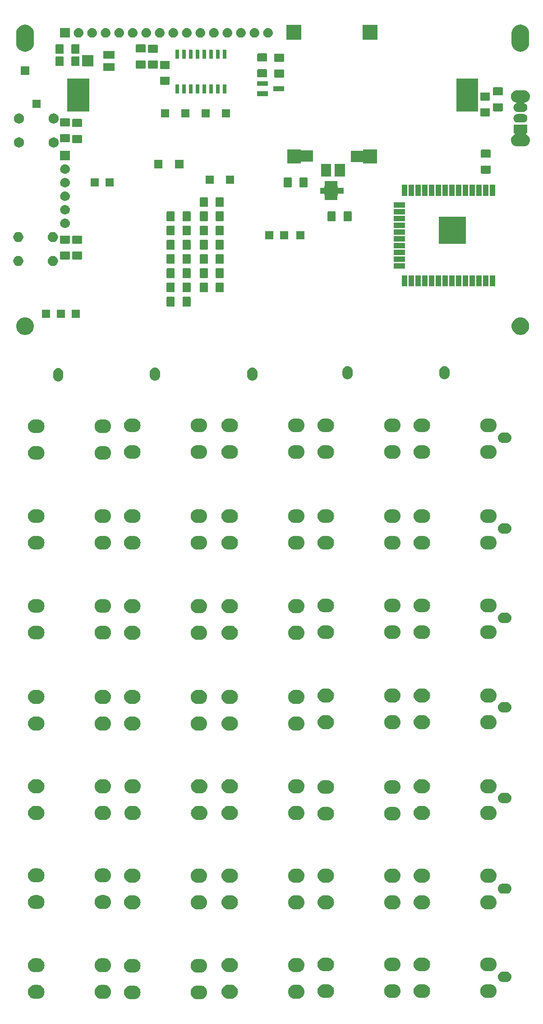
<source format=gts>
G04 #@! TF.GenerationSoftware,KiCad,Pcbnew,(5.1.2)-1*
G04 #@! TF.CreationDate,2020-06-29T09:09:19+02:00*
G04 #@! TF.ProjectId,projet,70726f6a-6574-42e6-9b69-6361645f7063,rev?*
G04 #@! TF.SameCoordinates,Original*
G04 #@! TF.FileFunction,Soldermask,Top*
G04 #@! TF.FilePolarity,Negative*
%FSLAX46Y46*%
G04 Gerber Fmt 4.6, Leading zero omitted, Abs format (unit mm)*
G04 Created by KiCad (PCBNEW (5.1.2)-1) date 2020-06-29 09:09:19*
%MOMM*%
%LPD*%
G04 APERTURE LIST*
%ADD10C,0.100000*%
G04 APERTURE END LIST*
D10*
G36*
X114681000Y-54356000D02*
G01*
X110363000Y-54356000D01*
X110363000Y-53340000D01*
X114681000Y-53340000D01*
X114681000Y-54356000D01*
G37*
X114681000Y-54356000D02*
X110363000Y-54356000D01*
X110363000Y-53340000D01*
X114681000Y-53340000D01*
X114681000Y-54356000D01*
G36*
X88039473Y-202924413D02*
G01*
X88135040Y-202933825D01*
X88380280Y-203008218D01*
X88380282Y-203008219D01*
X88435257Y-203037604D01*
X88606294Y-203129025D01*
X88649646Y-203164603D01*
X88804397Y-203291603D01*
X88924624Y-203438101D01*
X88966975Y-203489706D01*
X89087782Y-203715720D01*
X89162175Y-203960960D01*
X89187294Y-204216000D01*
X89162175Y-204471040D01*
X89087782Y-204716280D01*
X88966975Y-204942294D01*
X88924624Y-204993899D01*
X88804397Y-205140397D01*
X88677942Y-205244175D01*
X88606294Y-205302975D01*
X88380280Y-205423782D01*
X88135040Y-205498175D01*
X88039473Y-205507587D01*
X87943906Y-205517000D01*
X87316094Y-205517000D01*
X87220527Y-205507587D01*
X87124960Y-205498175D01*
X86879720Y-205423782D01*
X86653706Y-205302975D01*
X86582058Y-205244175D01*
X86455603Y-205140397D01*
X86335376Y-204993899D01*
X86293025Y-204942294D01*
X86172218Y-204716280D01*
X86097825Y-204471040D01*
X86072706Y-204216000D01*
X86097825Y-203960960D01*
X86172218Y-203715720D01*
X86293025Y-203489706D01*
X86335376Y-203438101D01*
X86455603Y-203291603D01*
X86610354Y-203164603D01*
X86653706Y-203129025D01*
X86824743Y-203037604D01*
X86879718Y-203008219D01*
X86879720Y-203008218D01*
X87124960Y-202933825D01*
X87220527Y-202924413D01*
X87316094Y-202915000D01*
X87943906Y-202915000D01*
X88039473Y-202924413D01*
X88039473Y-202924413D01*
G37*
G36*
X75539473Y-202924413D02*
G01*
X75635040Y-202933825D01*
X75880280Y-203008218D01*
X75880282Y-203008219D01*
X75935257Y-203037604D01*
X76106294Y-203129025D01*
X76149646Y-203164603D01*
X76304397Y-203291603D01*
X76424624Y-203438101D01*
X76466975Y-203489706D01*
X76587782Y-203715720D01*
X76662175Y-203960960D01*
X76687294Y-204216000D01*
X76662175Y-204471040D01*
X76587782Y-204716280D01*
X76466975Y-204942294D01*
X76424624Y-204993899D01*
X76304397Y-205140397D01*
X76177942Y-205244175D01*
X76106294Y-205302975D01*
X75880280Y-205423782D01*
X75635040Y-205498175D01*
X75539473Y-205507587D01*
X75443906Y-205517000D01*
X74816094Y-205517000D01*
X74720527Y-205507587D01*
X74624960Y-205498175D01*
X74379720Y-205423782D01*
X74153706Y-205302975D01*
X74082058Y-205244175D01*
X73955603Y-205140397D01*
X73835376Y-204993899D01*
X73793025Y-204942294D01*
X73672218Y-204716280D01*
X73597825Y-204471040D01*
X73572706Y-204216000D01*
X73597825Y-203960960D01*
X73672218Y-203715720D01*
X73793025Y-203489706D01*
X73835376Y-203438101D01*
X73955603Y-203291603D01*
X74110354Y-203164603D01*
X74153706Y-203129025D01*
X74324743Y-203037604D01*
X74379718Y-203008219D01*
X74379720Y-203008218D01*
X74624960Y-202933825D01*
X74720527Y-202924413D01*
X74816094Y-202915000D01*
X75443906Y-202915000D01*
X75539473Y-202924413D01*
X75539473Y-202924413D01*
G37*
G36*
X57505472Y-202816412D02*
G01*
X57601040Y-202825825D01*
X57846280Y-202900218D01*
X58072294Y-203021025D01*
X58092494Y-203037603D01*
X58270397Y-203183603D01*
X58359029Y-203291603D01*
X58432975Y-203381706D01*
X58553782Y-203607720D01*
X58628175Y-203852960D01*
X58653294Y-204108000D01*
X58628175Y-204363040D01*
X58553782Y-204608280D01*
X58432975Y-204834294D01*
X58390624Y-204885899D01*
X58270397Y-205032397D01*
X58138797Y-205140397D01*
X58072294Y-205194975D01*
X58072292Y-205194976D01*
X57881827Y-205296782D01*
X57846280Y-205315782D01*
X57601040Y-205390175D01*
X57505473Y-205399587D01*
X57409906Y-205409000D01*
X56782094Y-205409000D01*
X56686527Y-205399587D01*
X56590960Y-205390175D01*
X56345720Y-205315782D01*
X56310174Y-205296782D01*
X56119708Y-205194976D01*
X56119706Y-205194975D01*
X56053203Y-205140397D01*
X55921603Y-205032397D01*
X55801376Y-204885899D01*
X55759025Y-204834294D01*
X55638218Y-204608280D01*
X55563825Y-204363040D01*
X55538706Y-204108000D01*
X55563825Y-203852960D01*
X55638218Y-203607720D01*
X55759025Y-203381706D01*
X55832971Y-203291603D01*
X55921603Y-203183603D01*
X56099506Y-203037603D01*
X56119706Y-203021025D01*
X56345720Y-202900218D01*
X56590960Y-202825825D01*
X56686528Y-202816412D01*
X56782094Y-202807000D01*
X57409906Y-202807000D01*
X57505472Y-202816412D01*
X57505472Y-202816412D01*
G37*
G36*
X70005472Y-202816412D02*
G01*
X70101040Y-202825825D01*
X70346280Y-202900218D01*
X70572294Y-203021025D01*
X70592494Y-203037603D01*
X70770397Y-203183603D01*
X70859029Y-203291603D01*
X70932975Y-203381706D01*
X71053782Y-203607720D01*
X71128175Y-203852960D01*
X71153294Y-204108000D01*
X71128175Y-204363040D01*
X71053782Y-204608280D01*
X70932975Y-204834294D01*
X70890624Y-204885899D01*
X70770397Y-205032397D01*
X70638797Y-205140397D01*
X70572294Y-205194975D01*
X70572292Y-205194976D01*
X70381827Y-205296782D01*
X70346280Y-205315782D01*
X70101040Y-205390175D01*
X70005473Y-205399587D01*
X69909906Y-205409000D01*
X69282094Y-205409000D01*
X69186527Y-205399587D01*
X69090960Y-205390175D01*
X68845720Y-205315782D01*
X68810174Y-205296782D01*
X68619708Y-205194976D01*
X68619706Y-205194975D01*
X68553203Y-205140397D01*
X68421603Y-205032397D01*
X68301376Y-204885899D01*
X68259025Y-204834294D01*
X68138218Y-204608280D01*
X68063825Y-204363040D01*
X68038706Y-204108000D01*
X68063825Y-203852960D01*
X68138218Y-203607720D01*
X68259025Y-203381706D01*
X68332971Y-203291603D01*
X68421603Y-203183603D01*
X68599506Y-203037603D01*
X68619706Y-203021025D01*
X68845720Y-202900218D01*
X69090960Y-202825825D01*
X69186528Y-202816412D01*
X69282094Y-202807000D01*
X69909906Y-202807000D01*
X70005472Y-202816412D01*
X70005472Y-202816412D01*
G37*
G36*
X106327472Y-202797412D02*
G01*
X106423040Y-202806825D01*
X106668280Y-202881218D01*
X106668282Y-202881219D01*
X106703828Y-202900219D01*
X106894294Y-203002025D01*
X106901841Y-203008219D01*
X107092397Y-203164603D01*
X107196622Y-203291603D01*
X107254975Y-203362706D01*
X107375782Y-203588720D01*
X107450175Y-203833960D01*
X107475294Y-204089000D01*
X107450175Y-204344040D01*
X107375782Y-204589280D01*
X107254975Y-204815294D01*
X107239382Y-204834294D01*
X107092397Y-205013397D01*
X106945899Y-205133624D01*
X106894294Y-205175975D01*
X106668280Y-205296782D01*
X106423040Y-205371175D01*
X106327472Y-205380588D01*
X106231906Y-205390000D01*
X105604094Y-205390000D01*
X105508528Y-205380588D01*
X105412960Y-205371175D01*
X105167720Y-205296782D01*
X104941706Y-205175975D01*
X104890101Y-205133624D01*
X104743603Y-205013397D01*
X104596618Y-204834294D01*
X104581025Y-204815294D01*
X104460218Y-204589280D01*
X104385825Y-204344040D01*
X104360706Y-204089000D01*
X104385825Y-203833960D01*
X104460218Y-203588720D01*
X104581025Y-203362706D01*
X104639378Y-203291603D01*
X104743603Y-203164603D01*
X104934159Y-203008219D01*
X104941706Y-203002025D01*
X105132172Y-202900219D01*
X105167718Y-202881219D01*
X105167720Y-202881218D01*
X105412960Y-202806825D01*
X105508528Y-202797412D01*
X105604094Y-202788000D01*
X106231906Y-202788000D01*
X106327472Y-202797412D01*
X106327472Y-202797412D01*
G37*
G36*
X93827472Y-202797412D02*
G01*
X93923040Y-202806825D01*
X94168280Y-202881218D01*
X94168282Y-202881219D01*
X94203828Y-202900219D01*
X94394294Y-203002025D01*
X94401841Y-203008219D01*
X94592397Y-203164603D01*
X94696622Y-203291603D01*
X94754975Y-203362706D01*
X94875782Y-203588720D01*
X94950175Y-203833960D01*
X94975294Y-204089000D01*
X94950175Y-204344040D01*
X94875782Y-204589280D01*
X94754975Y-204815294D01*
X94739382Y-204834294D01*
X94592397Y-205013397D01*
X94445899Y-205133624D01*
X94394294Y-205175975D01*
X94168280Y-205296782D01*
X93923040Y-205371175D01*
X93827472Y-205380588D01*
X93731906Y-205390000D01*
X93104094Y-205390000D01*
X93008528Y-205380588D01*
X92912960Y-205371175D01*
X92667720Y-205296782D01*
X92441706Y-205175975D01*
X92390101Y-205133624D01*
X92243603Y-205013397D01*
X92096618Y-204834294D01*
X92081025Y-204815294D01*
X91960218Y-204589280D01*
X91885825Y-204344040D01*
X91860706Y-204089000D01*
X91885825Y-203833960D01*
X91960218Y-203588720D01*
X92081025Y-203362706D01*
X92139378Y-203291603D01*
X92243603Y-203164603D01*
X92434159Y-203008219D01*
X92441706Y-203002025D01*
X92632172Y-202900219D01*
X92667718Y-202881219D01*
X92667720Y-202881218D01*
X92912960Y-202806825D01*
X93008528Y-202797412D01*
X93104094Y-202788000D01*
X93731906Y-202788000D01*
X93827472Y-202797412D01*
X93827472Y-202797412D01*
G37*
G36*
X129895472Y-202670412D02*
G01*
X129991040Y-202679825D01*
X130236280Y-202754218D01*
X130462294Y-202875025D01*
X130511003Y-202915000D01*
X130660397Y-203037603D01*
X130735424Y-203129025D01*
X130822975Y-203235706D01*
X130943782Y-203461720D01*
X131018175Y-203706960D01*
X131043294Y-203962000D01*
X131018175Y-204217040D01*
X130943782Y-204462280D01*
X130822975Y-204688294D01*
X130780624Y-204739899D01*
X130660397Y-204886397D01*
X130513899Y-205006624D01*
X130462294Y-205048975D01*
X130462292Y-205048976D01*
X130291256Y-205140397D01*
X130236280Y-205169782D01*
X129991040Y-205244175D01*
X129895473Y-205253587D01*
X129799906Y-205263000D01*
X129172094Y-205263000D01*
X129076527Y-205253587D01*
X128980960Y-205244175D01*
X128735720Y-205169782D01*
X128680745Y-205140397D01*
X128509708Y-205048976D01*
X128509706Y-205048975D01*
X128458101Y-205006624D01*
X128311603Y-204886397D01*
X128191376Y-204739899D01*
X128149025Y-204688294D01*
X128028218Y-204462280D01*
X127953825Y-204217040D01*
X127928706Y-203962000D01*
X127953825Y-203706960D01*
X128028218Y-203461720D01*
X128149025Y-203235706D01*
X128236576Y-203129025D01*
X128311603Y-203037603D01*
X128460997Y-202915000D01*
X128509706Y-202875025D01*
X128735720Y-202754218D01*
X128980960Y-202679825D01*
X129076527Y-202670413D01*
X129172094Y-202661000D01*
X129799906Y-202661000D01*
X129895472Y-202670412D01*
X129895472Y-202670412D01*
G37*
G36*
X111861472Y-202670412D02*
G01*
X111957040Y-202679825D01*
X112202280Y-202754218D01*
X112428294Y-202875025D01*
X112477003Y-202915000D01*
X112626397Y-203037603D01*
X112701424Y-203129025D01*
X112788975Y-203235706D01*
X112909782Y-203461720D01*
X112984175Y-203706960D01*
X113009294Y-203962000D01*
X112984175Y-204217040D01*
X112909782Y-204462280D01*
X112788975Y-204688294D01*
X112746624Y-204739899D01*
X112626397Y-204886397D01*
X112479899Y-205006624D01*
X112428294Y-205048975D01*
X112428292Y-205048976D01*
X112257256Y-205140397D01*
X112202280Y-205169782D01*
X111957040Y-205244175D01*
X111861473Y-205253587D01*
X111765906Y-205263000D01*
X111138094Y-205263000D01*
X111042527Y-205253587D01*
X110946960Y-205244175D01*
X110701720Y-205169782D01*
X110646745Y-205140397D01*
X110475708Y-205048976D01*
X110475706Y-205048975D01*
X110424101Y-205006624D01*
X110277603Y-204886397D01*
X110157376Y-204739899D01*
X110115025Y-204688294D01*
X109994218Y-204462280D01*
X109919825Y-204217040D01*
X109894706Y-203962000D01*
X109919825Y-203706960D01*
X109994218Y-203461720D01*
X110115025Y-203235706D01*
X110202576Y-203129025D01*
X110277603Y-203037603D01*
X110426997Y-202915000D01*
X110475706Y-202875025D01*
X110701720Y-202754218D01*
X110946960Y-202679825D01*
X111042527Y-202670413D01*
X111138094Y-202661000D01*
X111765906Y-202661000D01*
X111861472Y-202670412D01*
X111861472Y-202670412D01*
G37*
G36*
X124361472Y-202670412D02*
G01*
X124457040Y-202679825D01*
X124702280Y-202754218D01*
X124928294Y-202875025D01*
X124977003Y-202915000D01*
X125126397Y-203037603D01*
X125201424Y-203129025D01*
X125288975Y-203235706D01*
X125409782Y-203461720D01*
X125484175Y-203706960D01*
X125509294Y-203962000D01*
X125484175Y-204217040D01*
X125409782Y-204462280D01*
X125288975Y-204688294D01*
X125246624Y-204739899D01*
X125126397Y-204886397D01*
X124979899Y-205006624D01*
X124928294Y-205048975D01*
X124928292Y-205048976D01*
X124757256Y-205140397D01*
X124702280Y-205169782D01*
X124457040Y-205244175D01*
X124361473Y-205253587D01*
X124265906Y-205263000D01*
X123638094Y-205263000D01*
X123542527Y-205253587D01*
X123446960Y-205244175D01*
X123201720Y-205169782D01*
X123146745Y-205140397D01*
X122975708Y-205048976D01*
X122975706Y-205048975D01*
X122924101Y-205006624D01*
X122777603Y-204886397D01*
X122657376Y-204739899D01*
X122615025Y-204688294D01*
X122494218Y-204462280D01*
X122419825Y-204217040D01*
X122394706Y-203962000D01*
X122419825Y-203706960D01*
X122494218Y-203461720D01*
X122615025Y-203235706D01*
X122702576Y-203129025D01*
X122777603Y-203037603D01*
X122926997Y-202915000D01*
X122975706Y-202875025D01*
X123201720Y-202754218D01*
X123446960Y-202679825D01*
X123542527Y-202670413D01*
X123638094Y-202661000D01*
X124265906Y-202661000D01*
X124361472Y-202670412D01*
X124361472Y-202670412D01*
G37*
G36*
X142395472Y-202670412D02*
G01*
X142491040Y-202679825D01*
X142736280Y-202754218D01*
X142962294Y-202875025D01*
X143011003Y-202915000D01*
X143160397Y-203037603D01*
X143235424Y-203129025D01*
X143322975Y-203235706D01*
X143443782Y-203461720D01*
X143518175Y-203706960D01*
X143543294Y-203962000D01*
X143518175Y-204217040D01*
X143443782Y-204462280D01*
X143322975Y-204688294D01*
X143280624Y-204739899D01*
X143160397Y-204886397D01*
X143013899Y-205006624D01*
X142962294Y-205048975D01*
X142962292Y-205048976D01*
X142791256Y-205140397D01*
X142736280Y-205169782D01*
X142491040Y-205244175D01*
X142395473Y-205253587D01*
X142299906Y-205263000D01*
X141672094Y-205263000D01*
X141576527Y-205253587D01*
X141480960Y-205244175D01*
X141235720Y-205169782D01*
X141180745Y-205140397D01*
X141009708Y-205048976D01*
X141009706Y-205048975D01*
X140958101Y-205006624D01*
X140811603Y-204886397D01*
X140691376Y-204739899D01*
X140649025Y-204688294D01*
X140528218Y-204462280D01*
X140453825Y-204217040D01*
X140428706Y-203962000D01*
X140453825Y-203706960D01*
X140528218Y-203461720D01*
X140649025Y-203235706D01*
X140736576Y-203129025D01*
X140811603Y-203037603D01*
X140960997Y-202915000D01*
X141009706Y-202875025D01*
X141235720Y-202754218D01*
X141480960Y-202679825D01*
X141576527Y-202670413D01*
X141672094Y-202661000D01*
X142299906Y-202661000D01*
X142395472Y-202670412D01*
X142395472Y-202670412D01*
G37*
G36*
X145520425Y-200357760D02*
G01*
X145520428Y-200357761D01*
X145520429Y-200357761D01*
X145699693Y-200412140D01*
X145699696Y-200412142D01*
X145699697Y-200412142D01*
X145864903Y-200500446D01*
X146009712Y-200619288D01*
X146128554Y-200764097D01*
X146216858Y-200929303D01*
X146216860Y-200929307D01*
X146271239Y-201108571D01*
X146271240Y-201108575D01*
X146289601Y-201295000D01*
X146271240Y-201481425D01*
X146271239Y-201481428D01*
X146271239Y-201481429D01*
X146216860Y-201660693D01*
X146216858Y-201660696D01*
X146216858Y-201660697D01*
X146128554Y-201825903D01*
X146009712Y-201970712D01*
X145864903Y-202089554D01*
X145699697Y-202177858D01*
X145699693Y-202177860D01*
X145520429Y-202232239D01*
X145520428Y-202232239D01*
X145520425Y-202232240D01*
X145380718Y-202246000D01*
X144687282Y-202246000D01*
X144547575Y-202232240D01*
X144547572Y-202232239D01*
X144547571Y-202232239D01*
X144368307Y-202177860D01*
X144368303Y-202177858D01*
X144203097Y-202089554D01*
X144058288Y-201970712D01*
X143939446Y-201825903D01*
X143851142Y-201660697D01*
X143851142Y-201660696D01*
X143851140Y-201660693D01*
X143796761Y-201481429D01*
X143796761Y-201481428D01*
X143796760Y-201481425D01*
X143778399Y-201295000D01*
X143796760Y-201108575D01*
X143796761Y-201108571D01*
X143851140Y-200929307D01*
X143851142Y-200929303D01*
X143939446Y-200764097D01*
X144058288Y-200619288D01*
X144203097Y-200500446D01*
X144368303Y-200412142D01*
X144368304Y-200412142D01*
X144368307Y-200412140D01*
X144547571Y-200357761D01*
X144547572Y-200357761D01*
X144547575Y-200357760D01*
X144687282Y-200344000D01*
X145380718Y-200344000D01*
X145520425Y-200357760D01*
X145520425Y-200357760D01*
G37*
G36*
X88039472Y-197924412D02*
G01*
X88135040Y-197933825D01*
X88380280Y-198008218D01*
X88380282Y-198008219D01*
X88435257Y-198037604D01*
X88606294Y-198129025D01*
X88649646Y-198164603D01*
X88804397Y-198291603D01*
X88924624Y-198438101D01*
X88966975Y-198489706D01*
X89087782Y-198715720D01*
X89162175Y-198960960D01*
X89187294Y-199216000D01*
X89162175Y-199471040D01*
X89087782Y-199716280D01*
X88966975Y-199942294D01*
X88924624Y-199993899D01*
X88804397Y-200140397D01*
X88677942Y-200244175D01*
X88606294Y-200302975D01*
X88380280Y-200423782D01*
X88135040Y-200498175D01*
X88039472Y-200507588D01*
X87943906Y-200517000D01*
X87316094Y-200517000D01*
X87220528Y-200507588D01*
X87124960Y-200498175D01*
X86879720Y-200423782D01*
X86653706Y-200302975D01*
X86582058Y-200244175D01*
X86455603Y-200140397D01*
X86335376Y-199993899D01*
X86293025Y-199942294D01*
X86172218Y-199716280D01*
X86097825Y-199471040D01*
X86072706Y-199216000D01*
X86097825Y-198960960D01*
X86172218Y-198715720D01*
X86293025Y-198489706D01*
X86335376Y-198438101D01*
X86455603Y-198291603D01*
X86610354Y-198164603D01*
X86653706Y-198129025D01*
X86824743Y-198037604D01*
X86879718Y-198008219D01*
X86879720Y-198008218D01*
X87124960Y-197933825D01*
X87220528Y-197924412D01*
X87316094Y-197915000D01*
X87943906Y-197915000D01*
X88039472Y-197924412D01*
X88039472Y-197924412D01*
G37*
G36*
X75539472Y-197924412D02*
G01*
X75635040Y-197933825D01*
X75880280Y-198008218D01*
X75880282Y-198008219D01*
X75935257Y-198037604D01*
X76106294Y-198129025D01*
X76149646Y-198164603D01*
X76304397Y-198291603D01*
X76424624Y-198438101D01*
X76466975Y-198489706D01*
X76587782Y-198715720D01*
X76662175Y-198960960D01*
X76687294Y-199216000D01*
X76662175Y-199471040D01*
X76587782Y-199716280D01*
X76466975Y-199942294D01*
X76424624Y-199993899D01*
X76304397Y-200140397D01*
X76177942Y-200244175D01*
X76106294Y-200302975D01*
X75880280Y-200423782D01*
X75635040Y-200498175D01*
X75539472Y-200507588D01*
X75443906Y-200517000D01*
X74816094Y-200517000D01*
X74720528Y-200507588D01*
X74624960Y-200498175D01*
X74379720Y-200423782D01*
X74153706Y-200302975D01*
X74082058Y-200244175D01*
X73955603Y-200140397D01*
X73835376Y-199993899D01*
X73793025Y-199942294D01*
X73672218Y-199716280D01*
X73597825Y-199471040D01*
X73572706Y-199216000D01*
X73597825Y-198960960D01*
X73672218Y-198715720D01*
X73793025Y-198489706D01*
X73835376Y-198438101D01*
X73955603Y-198291603D01*
X74110354Y-198164603D01*
X74153706Y-198129025D01*
X74324743Y-198037604D01*
X74379718Y-198008219D01*
X74379720Y-198008218D01*
X74624960Y-197933825D01*
X74720528Y-197924412D01*
X74816094Y-197915000D01*
X75443906Y-197915000D01*
X75539472Y-197924412D01*
X75539472Y-197924412D01*
G37*
G36*
X70005473Y-197816413D02*
G01*
X70101040Y-197825825D01*
X70346280Y-197900218D01*
X70572294Y-198021025D01*
X70592494Y-198037603D01*
X70770397Y-198183603D01*
X70859029Y-198291603D01*
X70932975Y-198381706D01*
X71053782Y-198607720D01*
X71128175Y-198852960D01*
X71153294Y-199108000D01*
X71128175Y-199363040D01*
X71053782Y-199608280D01*
X70932975Y-199834294D01*
X70890624Y-199885899D01*
X70770397Y-200032397D01*
X70638797Y-200140397D01*
X70572294Y-200194975D01*
X70572292Y-200194976D01*
X70381827Y-200296782D01*
X70346280Y-200315782D01*
X70101040Y-200390175D01*
X70005473Y-200399587D01*
X69909906Y-200409000D01*
X69282094Y-200409000D01*
X69186527Y-200399587D01*
X69090960Y-200390175D01*
X68845720Y-200315782D01*
X68810174Y-200296782D01*
X68619708Y-200194976D01*
X68619706Y-200194975D01*
X68553203Y-200140397D01*
X68421603Y-200032397D01*
X68301376Y-199885899D01*
X68259025Y-199834294D01*
X68138218Y-199608280D01*
X68063825Y-199363040D01*
X68038706Y-199108000D01*
X68063825Y-198852960D01*
X68138218Y-198607720D01*
X68259025Y-198381706D01*
X68332971Y-198291603D01*
X68421603Y-198183603D01*
X68599506Y-198037603D01*
X68619706Y-198021025D01*
X68845720Y-197900218D01*
X69090960Y-197825825D01*
X69186527Y-197816413D01*
X69282094Y-197807000D01*
X69909906Y-197807000D01*
X70005473Y-197816413D01*
X70005473Y-197816413D01*
G37*
G36*
X57505473Y-197816413D02*
G01*
X57601040Y-197825825D01*
X57846280Y-197900218D01*
X58072294Y-198021025D01*
X58092494Y-198037603D01*
X58270397Y-198183603D01*
X58359029Y-198291603D01*
X58432975Y-198381706D01*
X58553782Y-198607720D01*
X58628175Y-198852960D01*
X58653294Y-199108000D01*
X58628175Y-199363040D01*
X58553782Y-199608280D01*
X58432975Y-199834294D01*
X58390624Y-199885899D01*
X58270397Y-200032397D01*
X58138797Y-200140397D01*
X58072294Y-200194975D01*
X58072292Y-200194976D01*
X57881827Y-200296782D01*
X57846280Y-200315782D01*
X57601040Y-200390175D01*
X57505473Y-200399587D01*
X57409906Y-200409000D01*
X56782094Y-200409000D01*
X56686527Y-200399587D01*
X56590960Y-200390175D01*
X56345720Y-200315782D01*
X56310174Y-200296782D01*
X56119708Y-200194976D01*
X56119706Y-200194975D01*
X56053203Y-200140397D01*
X55921603Y-200032397D01*
X55801376Y-199885899D01*
X55759025Y-199834294D01*
X55638218Y-199608280D01*
X55563825Y-199363040D01*
X55538706Y-199108000D01*
X55563825Y-198852960D01*
X55638218Y-198607720D01*
X55759025Y-198381706D01*
X55832971Y-198291603D01*
X55921603Y-198183603D01*
X56099506Y-198037603D01*
X56119706Y-198021025D01*
X56345720Y-197900218D01*
X56590960Y-197825825D01*
X56686527Y-197816413D01*
X56782094Y-197807000D01*
X57409906Y-197807000D01*
X57505473Y-197816413D01*
X57505473Y-197816413D01*
G37*
G36*
X106327473Y-197797413D02*
G01*
X106423040Y-197806825D01*
X106668280Y-197881218D01*
X106668282Y-197881219D01*
X106703828Y-197900219D01*
X106894294Y-198002025D01*
X106901841Y-198008219D01*
X107092397Y-198164603D01*
X107196622Y-198291603D01*
X107254975Y-198362706D01*
X107375782Y-198588720D01*
X107450175Y-198833960D01*
X107475294Y-199089000D01*
X107450175Y-199344040D01*
X107375782Y-199589280D01*
X107254975Y-199815294D01*
X107239382Y-199834294D01*
X107092397Y-200013397D01*
X106945899Y-200133624D01*
X106894294Y-200175975D01*
X106668280Y-200296782D01*
X106423040Y-200371175D01*
X106327473Y-200380587D01*
X106231906Y-200390000D01*
X105604094Y-200390000D01*
X105508527Y-200380587D01*
X105412960Y-200371175D01*
X105167720Y-200296782D01*
X104941706Y-200175975D01*
X104890101Y-200133624D01*
X104743603Y-200013397D01*
X104596618Y-199834294D01*
X104581025Y-199815294D01*
X104460218Y-199589280D01*
X104385825Y-199344040D01*
X104360706Y-199089000D01*
X104385825Y-198833960D01*
X104460218Y-198588720D01*
X104581025Y-198362706D01*
X104639378Y-198291603D01*
X104743603Y-198164603D01*
X104934159Y-198008219D01*
X104941706Y-198002025D01*
X105132172Y-197900219D01*
X105167718Y-197881219D01*
X105167720Y-197881218D01*
X105412960Y-197806825D01*
X105508527Y-197797413D01*
X105604094Y-197788000D01*
X106231906Y-197788000D01*
X106327473Y-197797413D01*
X106327473Y-197797413D01*
G37*
G36*
X93827473Y-197797413D02*
G01*
X93923040Y-197806825D01*
X94168280Y-197881218D01*
X94168282Y-197881219D01*
X94203828Y-197900219D01*
X94394294Y-198002025D01*
X94401841Y-198008219D01*
X94592397Y-198164603D01*
X94696622Y-198291603D01*
X94754975Y-198362706D01*
X94875782Y-198588720D01*
X94950175Y-198833960D01*
X94975294Y-199089000D01*
X94950175Y-199344040D01*
X94875782Y-199589280D01*
X94754975Y-199815294D01*
X94739382Y-199834294D01*
X94592397Y-200013397D01*
X94445899Y-200133624D01*
X94394294Y-200175975D01*
X94168280Y-200296782D01*
X93923040Y-200371175D01*
X93827473Y-200380587D01*
X93731906Y-200390000D01*
X93104094Y-200390000D01*
X93008527Y-200380587D01*
X92912960Y-200371175D01*
X92667720Y-200296782D01*
X92441706Y-200175975D01*
X92390101Y-200133624D01*
X92243603Y-200013397D01*
X92096618Y-199834294D01*
X92081025Y-199815294D01*
X91960218Y-199589280D01*
X91885825Y-199344040D01*
X91860706Y-199089000D01*
X91885825Y-198833960D01*
X91960218Y-198588720D01*
X92081025Y-198362706D01*
X92139378Y-198291603D01*
X92243603Y-198164603D01*
X92434159Y-198008219D01*
X92441706Y-198002025D01*
X92632172Y-197900219D01*
X92667718Y-197881219D01*
X92667720Y-197881218D01*
X92912960Y-197806825D01*
X93008527Y-197797413D01*
X93104094Y-197788000D01*
X93731906Y-197788000D01*
X93827473Y-197797413D01*
X93827473Y-197797413D01*
G37*
G36*
X142395473Y-197670413D02*
G01*
X142491040Y-197679825D01*
X142736280Y-197754218D01*
X142962294Y-197875025D01*
X143011003Y-197915000D01*
X143160397Y-198037603D01*
X143235424Y-198129025D01*
X143322975Y-198235706D01*
X143443782Y-198461720D01*
X143518175Y-198706960D01*
X143543294Y-198962000D01*
X143518175Y-199217040D01*
X143443782Y-199462280D01*
X143322975Y-199688294D01*
X143280624Y-199739899D01*
X143160397Y-199886397D01*
X143013899Y-200006624D01*
X142962294Y-200048975D01*
X142962292Y-200048976D01*
X142791256Y-200140397D01*
X142736280Y-200169782D01*
X142491040Y-200244175D01*
X142395472Y-200253588D01*
X142299906Y-200263000D01*
X141672094Y-200263000D01*
X141576527Y-200253587D01*
X141480960Y-200244175D01*
X141235720Y-200169782D01*
X141180745Y-200140397D01*
X141009708Y-200048976D01*
X141009706Y-200048975D01*
X140958101Y-200006624D01*
X140811603Y-199886397D01*
X140691376Y-199739899D01*
X140649025Y-199688294D01*
X140528218Y-199462280D01*
X140453825Y-199217040D01*
X140428706Y-198962000D01*
X140453825Y-198706960D01*
X140528218Y-198461720D01*
X140649025Y-198235706D01*
X140736576Y-198129025D01*
X140811603Y-198037603D01*
X140960997Y-197915000D01*
X141009706Y-197875025D01*
X141235720Y-197754218D01*
X141480960Y-197679825D01*
X141576527Y-197670413D01*
X141672094Y-197661000D01*
X142299906Y-197661000D01*
X142395473Y-197670413D01*
X142395473Y-197670413D01*
G37*
G36*
X111861473Y-197670413D02*
G01*
X111957040Y-197679825D01*
X112202280Y-197754218D01*
X112428294Y-197875025D01*
X112477003Y-197915000D01*
X112626397Y-198037603D01*
X112701424Y-198129025D01*
X112788975Y-198235706D01*
X112909782Y-198461720D01*
X112984175Y-198706960D01*
X113009294Y-198962000D01*
X112984175Y-199217040D01*
X112909782Y-199462280D01*
X112788975Y-199688294D01*
X112746624Y-199739899D01*
X112626397Y-199886397D01*
X112479899Y-200006624D01*
X112428294Y-200048975D01*
X112428292Y-200048976D01*
X112257256Y-200140397D01*
X112202280Y-200169782D01*
X111957040Y-200244175D01*
X111861473Y-200253587D01*
X111765906Y-200263000D01*
X111138094Y-200263000D01*
X111042527Y-200253587D01*
X110946960Y-200244175D01*
X110701720Y-200169782D01*
X110646745Y-200140397D01*
X110475708Y-200048976D01*
X110475706Y-200048975D01*
X110424101Y-200006624D01*
X110277603Y-199886397D01*
X110157376Y-199739899D01*
X110115025Y-199688294D01*
X109994218Y-199462280D01*
X109919825Y-199217040D01*
X109894706Y-198962000D01*
X109919825Y-198706960D01*
X109994218Y-198461720D01*
X110115025Y-198235706D01*
X110202576Y-198129025D01*
X110277603Y-198037603D01*
X110426997Y-197915000D01*
X110475706Y-197875025D01*
X110701720Y-197754218D01*
X110946960Y-197679825D01*
X111042527Y-197670413D01*
X111138094Y-197661000D01*
X111765906Y-197661000D01*
X111861473Y-197670413D01*
X111861473Y-197670413D01*
G37*
G36*
X124361473Y-197670413D02*
G01*
X124457040Y-197679825D01*
X124702280Y-197754218D01*
X124928294Y-197875025D01*
X124977003Y-197915000D01*
X125126397Y-198037603D01*
X125201424Y-198129025D01*
X125288975Y-198235706D01*
X125409782Y-198461720D01*
X125484175Y-198706960D01*
X125509294Y-198962000D01*
X125484175Y-199217040D01*
X125409782Y-199462280D01*
X125288975Y-199688294D01*
X125246624Y-199739899D01*
X125126397Y-199886397D01*
X124979899Y-200006624D01*
X124928294Y-200048975D01*
X124928292Y-200048976D01*
X124757256Y-200140397D01*
X124702280Y-200169782D01*
X124457040Y-200244175D01*
X124361472Y-200253588D01*
X124265906Y-200263000D01*
X123638094Y-200263000D01*
X123542527Y-200253587D01*
X123446960Y-200244175D01*
X123201720Y-200169782D01*
X123146745Y-200140397D01*
X122975708Y-200048976D01*
X122975706Y-200048975D01*
X122924101Y-200006624D01*
X122777603Y-199886397D01*
X122657376Y-199739899D01*
X122615025Y-199688294D01*
X122494218Y-199462280D01*
X122419825Y-199217040D01*
X122394706Y-198962000D01*
X122419825Y-198706960D01*
X122494218Y-198461720D01*
X122615025Y-198235706D01*
X122702576Y-198129025D01*
X122777603Y-198037603D01*
X122926997Y-197915000D01*
X122975706Y-197875025D01*
X123201720Y-197754218D01*
X123446960Y-197679825D01*
X123542527Y-197670413D01*
X123638094Y-197661000D01*
X124265906Y-197661000D01*
X124361473Y-197670413D01*
X124361473Y-197670413D01*
G37*
G36*
X129895473Y-197670413D02*
G01*
X129991040Y-197679825D01*
X130236280Y-197754218D01*
X130462294Y-197875025D01*
X130511003Y-197915000D01*
X130660397Y-198037603D01*
X130735424Y-198129025D01*
X130822975Y-198235706D01*
X130943782Y-198461720D01*
X131018175Y-198706960D01*
X131043294Y-198962000D01*
X131018175Y-199217040D01*
X130943782Y-199462280D01*
X130822975Y-199688294D01*
X130780624Y-199739899D01*
X130660397Y-199886397D01*
X130513899Y-200006624D01*
X130462294Y-200048975D01*
X130462292Y-200048976D01*
X130291256Y-200140397D01*
X130236280Y-200169782D01*
X129991040Y-200244175D01*
X129895472Y-200253588D01*
X129799906Y-200263000D01*
X129172094Y-200263000D01*
X129076527Y-200253587D01*
X128980960Y-200244175D01*
X128735720Y-200169782D01*
X128680745Y-200140397D01*
X128509708Y-200048976D01*
X128509706Y-200048975D01*
X128458101Y-200006624D01*
X128311603Y-199886397D01*
X128191376Y-199739899D01*
X128149025Y-199688294D01*
X128028218Y-199462280D01*
X127953825Y-199217040D01*
X127928706Y-198962000D01*
X127953825Y-198706960D01*
X128028218Y-198461720D01*
X128149025Y-198235706D01*
X128236576Y-198129025D01*
X128311603Y-198037603D01*
X128460997Y-197915000D01*
X128509706Y-197875025D01*
X128735720Y-197754218D01*
X128980960Y-197679825D01*
X129076527Y-197670413D01*
X129172094Y-197661000D01*
X129799906Y-197661000D01*
X129895473Y-197670413D01*
X129895473Y-197670413D01*
G37*
G36*
X124361472Y-186033412D02*
G01*
X124457040Y-186042825D01*
X124702280Y-186117218D01*
X124928294Y-186238025D01*
X124979899Y-186280376D01*
X125126397Y-186400603D01*
X125238913Y-186537706D01*
X125288975Y-186598706D01*
X125409782Y-186824720D01*
X125484175Y-187069960D01*
X125509294Y-187325000D01*
X125484175Y-187580040D01*
X125409782Y-187825280D01*
X125288975Y-188051294D01*
X125246624Y-188102899D01*
X125126397Y-188249397D01*
X125002621Y-188350976D01*
X124928294Y-188411975D01*
X124702280Y-188532782D01*
X124457040Y-188607175D01*
X124361473Y-188616587D01*
X124265906Y-188626000D01*
X123638094Y-188626000D01*
X123542527Y-188616587D01*
X123446960Y-188607175D01*
X123201720Y-188532782D01*
X122975706Y-188411975D01*
X122901379Y-188350976D01*
X122777603Y-188249397D01*
X122657376Y-188102899D01*
X122615025Y-188051294D01*
X122494218Y-187825280D01*
X122419825Y-187580040D01*
X122394706Y-187325000D01*
X122419825Y-187069960D01*
X122494218Y-186824720D01*
X122615025Y-186598706D01*
X122665087Y-186537706D01*
X122777603Y-186400603D01*
X122924101Y-186280376D01*
X122975706Y-186238025D01*
X123201720Y-186117218D01*
X123446960Y-186042825D01*
X123542528Y-186033412D01*
X123638094Y-186024000D01*
X124265906Y-186024000D01*
X124361472Y-186033412D01*
X124361472Y-186033412D01*
G37*
G36*
X142395472Y-186033412D02*
G01*
X142491040Y-186042825D01*
X142736280Y-186117218D01*
X142962294Y-186238025D01*
X143013899Y-186280376D01*
X143160397Y-186400603D01*
X143272913Y-186537706D01*
X143322975Y-186598706D01*
X143443782Y-186824720D01*
X143518175Y-187069960D01*
X143543294Y-187325000D01*
X143518175Y-187580040D01*
X143443782Y-187825280D01*
X143322975Y-188051294D01*
X143280624Y-188102899D01*
X143160397Y-188249397D01*
X143036621Y-188350976D01*
X142962294Y-188411975D01*
X142736280Y-188532782D01*
X142491040Y-188607175D01*
X142395473Y-188616587D01*
X142299906Y-188626000D01*
X141672094Y-188626000D01*
X141576527Y-188616587D01*
X141480960Y-188607175D01*
X141235720Y-188532782D01*
X141009706Y-188411975D01*
X140935379Y-188350976D01*
X140811603Y-188249397D01*
X140691376Y-188102899D01*
X140649025Y-188051294D01*
X140528218Y-187825280D01*
X140453825Y-187580040D01*
X140428706Y-187325000D01*
X140453825Y-187069960D01*
X140528218Y-186824720D01*
X140649025Y-186598706D01*
X140699087Y-186537706D01*
X140811603Y-186400603D01*
X140958101Y-186280376D01*
X141009706Y-186238025D01*
X141235720Y-186117218D01*
X141480960Y-186042825D01*
X141576528Y-186033412D01*
X141672094Y-186024000D01*
X142299906Y-186024000D01*
X142395472Y-186033412D01*
X142395472Y-186033412D01*
G37*
G36*
X111861472Y-186033412D02*
G01*
X111957040Y-186042825D01*
X112202280Y-186117218D01*
X112428294Y-186238025D01*
X112479899Y-186280376D01*
X112626397Y-186400603D01*
X112738913Y-186537706D01*
X112788975Y-186598706D01*
X112909782Y-186824720D01*
X112984175Y-187069960D01*
X113009294Y-187325000D01*
X112984175Y-187580040D01*
X112909782Y-187825280D01*
X112788975Y-188051294D01*
X112746624Y-188102899D01*
X112626397Y-188249397D01*
X112502621Y-188350976D01*
X112428294Y-188411975D01*
X112202280Y-188532782D01*
X111957040Y-188607175D01*
X111861473Y-188616587D01*
X111765906Y-188626000D01*
X111138094Y-188626000D01*
X111042527Y-188616587D01*
X110946960Y-188607175D01*
X110701720Y-188532782D01*
X110475706Y-188411975D01*
X110401379Y-188350976D01*
X110277603Y-188249397D01*
X110157376Y-188102899D01*
X110115025Y-188051294D01*
X109994218Y-187825280D01*
X109919825Y-187580040D01*
X109894706Y-187325000D01*
X109919825Y-187069960D01*
X109994218Y-186824720D01*
X110115025Y-186598706D01*
X110165087Y-186537706D01*
X110277603Y-186400603D01*
X110424101Y-186280376D01*
X110475706Y-186238025D01*
X110701720Y-186117218D01*
X110946960Y-186042825D01*
X111042528Y-186033412D01*
X111138094Y-186024000D01*
X111765906Y-186024000D01*
X111861472Y-186033412D01*
X111861472Y-186033412D01*
G37*
G36*
X106327472Y-186033412D02*
G01*
X106423040Y-186042825D01*
X106668280Y-186117218D01*
X106894294Y-186238025D01*
X106945899Y-186280376D01*
X107092397Y-186400603D01*
X107204913Y-186537706D01*
X107254975Y-186598706D01*
X107375782Y-186824720D01*
X107450175Y-187069960D01*
X107475294Y-187325000D01*
X107450175Y-187580040D01*
X107375782Y-187825280D01*
X107254975Y-188051294D01*
X107212624Y-188102899D01*
X107092397Y-188249397D01*
X106968621Y-188350976D01*
X106894294Y-188411975D01*
X106668280Y-188532782D01*
X106423040Y-188607175D01*
X106327473Y-188616587D01*
X106231906Y-188626000D01*
X105604094Y-188626000D01*
X105508527Y-188616587D01*
X105412960Y-188607175D01*
X105167720Y-188532782D01*
X104941706Y-188411975D01*
X104867379Y-188350976D01*
X104743603Y-188249397D01*
X104623376Y-188102899D01*
X104581025Y-188051294D01*
X104460218Y-187825280D01*
X104385825Y-187580040D01*
X104360706Y-187325000D01*
X104385825Y-187069960D01*
X104460218Y-186824720D01*
X104581025Y-186598706D01*
X104631087Y-186537706D01*
X104743603Y-186400603D01*
X104890101Y-186280376D01*
X104941706Y-186238025D01*
X105167720Y-186117218D01*
X105412960Y-186042825D01*
X105508528Y-186033412D01*
X105604094Y-186024000D01*
X106231906Y-186024000D01*
X106327472Y-186033412D01*
X106327472Y-186033412D01*
G37*
G36*
X93827472Y-186033412D02*
G01*
X93923040Y-186042825D01*
X94168280Y-186117218D01*
X94394294Y-186238025D01*
X94445899Y-186280376D01*
X94592397Y-186400603D01*
X94704913Y-186537706D01*
X94754975Y-186598706D01*
X94875782Y-186824720D01*
X94950175Y-187069960D01*
X94975294Y-187325000D01*
X94950175Y-187580040D01*
X94875782Y-187825280D01*
X94754975Y-188051294D01*
X94712624Y-188102899D01*
X94592397Y-188249397D01*
X94468621Y-188350976D01*
X94394294Y-188411975D01*
X94168280Y-188532782D01*
X93923040Y-188607175D01*
X93827473Y-188616587D01*
X93731906Y-188626000D01*
X93104094Y-188626000D01*
X93008527Y-188616587D01*
X92912960Y-188607175D01*
X92667720Y-188532782D01*
X92441706Y-188411975D01*
X92367379Y-188350976D01*
X92243603Y-188249397D01*
X92123376Y-188102899D01*
X92081025Y-188051294D01*
X91960218Y-187825280D01*
X91885825Y-187580040D01*
X91860706Y-187325000D01*
X91885825Y-187069960D01*
X91960218Y-186824720D01*
X92081025Y-186598706D01*
X92131087Y-186537706D01*
X92243603Y-186400603D01*
X92390101Y-186280376D01*
X92441706Y-186238025D01*
X92667720Y-186117218D01*
X92912960Y-186042825D01*
X93008528Y-186033412D01*
X93104094Y-186024000D01*
X93731906Y-186024000D01*
X93827472Y-186033412D01*
X93827472Y-186033412D01*
G37*
G36*
X88039472Y-186033412D02*
G01*
X88135040Y-186042825D01*
X88380280Y-186117218D01*
X88606294Y-186238025D01*
X88657899Y-186280376D01*
X88804397Y-186400603D01*
X88916913Y-186537706D01*
X88966975Y-186598706D01*
X89087782Y-186824720D01*
X89162175Y-187069960D01*
X89187294Y-187325000D01*
X89162175Y-187580040D01*
X89087782Y-187825280D01*
X88966975Y-188051294D01*
X88924624Y-188102899D01*
X88804397Y-188249397D01*
X88680621Y-188350976D01*
X88606294Y-188411975D01*
X88380280Y-188532782D01*
X88135040Y-188607175D01*
X88039473Y-188616587D01*
X87943906Y-188626000D01*
X87316094Y-188626000D01*
X87220527Y-188616587D01*
X87124960Y-188607175D01*
X86879720Y-188532782D01*
X86653706Y-188411975D01*
X86579379Y-188350976D01*
X86455603Y-188249397D01*
X86335376Y-188102899D01*
X86293025Y-188051294D01*
X86172218Y-187825280D01*
X86097825Y-187580040D01*
X86072706Y-187325000D01*
X86097825Y-187069960D01*
X86172218Y-186824720D01*
X86293025Y-186598706D01*
X86343087Y-186537706D01*
X86455603Y-186400603D01*
X86602101Y-186280376D01*
X86653706Y-186238025D01*
X86879720Y-186117218D01*
X87124960Y-186042825D01*
X87220528Y-186033412D01*
X87316094Y-186024000D01*
X87943906Y-186024000D01*
X88039472Y-186033412D01*
X88039472Y-186033412D01*
G37*
G36*
X129895472Y-186033412D02*
G01*
X129991040Y-186042825D01*
X130236280Y-186117218D01*
X130462294Y-186238025D01*
X130513899Y-186280376D01*
X130660397Y-186400603D01*
X130772913Y-186537706D01*
X130822975Y-186598706D01*
X130943782Y-186824720D01*
X131018175Y-187069960D01*
X131043294Y-187325000D01*
X131018175Y-187580040D01*
X130943782Y-187825280D01*
X130822975Y-188051294D01*
X130780624Y-188102899D01*
X130660397Y-188249397D01*
X130536621Y-188350976D01*
X130462294Y-188411975D01*
X130236280Y-188532782D01*
X129991040Y-188607175D01*
X129895473Y-188616587D01*
X129799906Y-188626000D01*
X129172094Y-188626000D01*
X129076527Y-188616587D01*
X128980960Y-188607175D01*
X128735720Y-188532782D01*
X128509706Y-188411975D01*
X128435379Y-188350976D01*
X128311603Y-188249397D01*
X128191376Y-188102899D01*
X128149025Y-188051294D01*
X128028218Y-187825280D01*
X127953825Y-187580040D01*
X127928706Y-187325000D01*
X127953825Y-187069960D01*
X128028218Y-186824720D01*
X128149025Y-186598706D01*
X128199087Y-186537706D01*
X128311603Y-186400603D01*
X128458101Y-186280376D01*
X128509706Y-186238025D01*
X128735720Y-186117218D01*
X128980960Y-186042825D01*
X129076528Y-186033412D01*
X129172094Y-186024000D01*
X129799906Y-186024000D01*
X129895472Y-186033412D01*
X129895472Y-186033412D01*
G37*
G36*
X75539472Y-186033412D02*
G01*
X75635040Y-186042825D01*
X75880280Y-186117218D01*
X76106294Y-186238025D01*
X76157899Y-186280376D01*
X76304397Y-186400603D01*
X76416913Y-186537706D01*
X76466975Y-186598706D01*
X76587782Y-186824720D01*
X76662175Y-187069960D01*
X76687294Y-187325000D01*
X76662175Y-187580040D01*
X76587782Y-187825280D01*
X76466975Y-188051294D01*
X76424624Y-188102899D01*
X76304397Y-188249397D01*
X76180621Y-188350976D01*
X76106294Y-188411975D01*
X75880280Y-188532782D01*
X75635040Y-188607175D01*
X75539473Y-188616587D01*
X75443906Y-188626000D01*
X74816094Y-188626000D01*
X74720527Y-188616587D01*
X74624960Y-188607175D01*
X74379720Y-188532782D01*
X74153706Y-188411975D01*
X74079379Y-188350976D01*
X73955603Y-188249397D01*
X73835376Y-188102899D01*
X73793025Y-188051294D01*
X73672218Y-187825280D01*
X73597825Y-187580040D01*
X73572706Y-187325000D01*
X73597825Y-187069960D01*
X73672218Y-186824720D01*
X73793025Y-186598706D01*
X73843087Y-186537706D01*
X73955603Y-186400603D01*
X74102101Y-186280376D01*
X74153706Y-186238025D01*
X74379720Y-186117218D01*
X74624960Y-186042825D01*
X74720528Y-186033412D01*
X74816094Y-186024000D01*
X75443906Y-186024000D01*
X75539472Y-186033412D01*
X75539472Y-186033412D01*
G37*
G36*
X70005473Y-185972413D02*
G01*
X70101040Y-185981825D01*
X70346280Y-186056218D01*
X70572294Y-186177025D01*
X70623899Y-186219376D01*
X70770397Y-186339603D01*
X70890624Y-186486101D01*
X70932975Y-186537706D01*
X71053782Y-186763720D01*
X71128175Y-187008960D01*
X71153294Y-187264000D01*
X71128175Y-187519040D01*
X71053782Y-187764280D01*
X70932975Y-187990294D01*
X70890624Y-188041899D01*
X70770397Y-188188397D01*
X70623899Y-188308624D01*
X70572294Y-188350975D01*
X70346280Y-188471782D01*
X70101040Y-188546175D01*
X70005473Y-188555587D01*
X69909906Y-188565000D01*
X69282094Y-188565000D01*
X69186527Y-188555587D01*
X69090960Y-188546175D01*
X68845720Y-188471782D01*
X68619706Y-188350975D01*
X68568101Y-188308624D01*
X68421603Y-188188397D01*
X68301376Y-188041899D01*
X68259025Y-187990294D01*
X68138218Y-187764280D01*
X68063825Y-187519040D01*
X68038706Y-187264000D01*
X68063825Y-187008960D01*
X68138218Y-186763720D01*
X68259025Y-186537706D01*
X68301376Y-186486101D01*
X68421603Y-186339603D01*
X68568101Y-186219376D01*
X68619706Y-186177025D01*
X68845720Y-186056218D01*
X69090960Y-185981825D01*
X69186527Y-185972413D01*
X69282094Y-185963000D01*
X69909906Y-185963000D01*
X70005473Y-185972413D01*
X70005473Y-185972413D01*
G37*
G36*
X57505473Y-185972413D02*
G01*
X57601040Y-185981825D01*
X57846280Y-186056218D01*
X58072294Y-186177025D01*
X58123899Y-186219376D01*
X58270397Y-186339603D01*
X58390624Y-186486101D01*
X58432975Y-186537706D01*
X58553782Y-186763720D01*
X58628175Y-187008960D01*
X58653294Y-187264000D01*
X58628175Y-187519040D01*
X58553782Y-187764280D01*
X58432975Y-187990294D01*
X58390624Y-188041899D01*
X58270397Y-188188397D01*
X58123899Y-188308624D01*
X58072294Y-188350975D01*
X57846280Y-188471782D01*
X57601040Y-188546175D01*
X57505473Y-188555587D01*
X57409906Y-188565000D01*
X56782094Y-188565000D01*
X56686527Y-188555587D01*
X56590960Y-188546175D01*
X56345720Y-188471782D01*
X56119706Y-188350975D01*
X56068101Y-188308624D01*
X55921603Y-188188397D01*
X55801376Y-188041899D01*
X55759025Y-187990294D01*
X55638218Y-187764280D01*
X55563825Y-187519040D01*
X55538706Y-187264000D01*
X55563825Y-187008960D01*
X55638218Y-186763720D01*
X55759025Y-186537706D01*
X55801376Y-186486101D01*
X55921603Y-186339603D01*
X56068101Y-186219376D01*
X56119706Y-186177025D01*
X56345720Y-186056218D01*
X56590960Y-185981825D01*
X56686527Y-185972413D01*
X56782094Y-185963000D01*
X57409906Y-185963000D01*
X57505473Y-185972413D01*
X57505473Y-185972413D01*
G37*
G36*
X145520425Y-183821760D02*
G01*
X145520428Y-183821761D01*
X145520429Y-183821761D01*
X145699693Y-183876140D01*
X145699696Y-183876142D01*
X145699697Y-183876142D01*
X145864903Y-183964446D01*
X146009712Y-184083288D01*
X146128554Y-184228097D01*
X146216858Y-184393303D01*
X146216860Y-184393307D01*
X146271239Y-184572571D01*
X146271240Y-184572575D01*
X146289601Y-184759000D01*
X146271240Y-184945425D01*
X146271239Y-184945428D01*
X146271239Y-184945429D01*
X146216860Y-185124693D01*
X146216858Y-185124696D01*
X146216858Y-185124697D01*
X146128554Y-185289903D01*
X146009712Y-185434712D01*
X145864903Y-185553554D01*
X145699697Y-185641858D01*
X145699693Y-185641860D01*
X145520429Y-185696239D01*
X145520428Y-185696239D01*
X145520425Y-185696240D01*
X145380718Y-185710000D01*
X144687282Y-185710000D01*
X144547575Y-185696240D01*
X144547572Y-185696239D01*
X144547571Y-185696239D01*
X144368307Y-185641860D01*
X144368303Y-185641858D01*
X144203097Y-185553554D01*
X144058288Y-185434712D01*
X143939446Y-185289903D01*
X143851142Y-185124697D01*
X143851142Y-185124696D01*
X143851140Y-185124693D01*
X143796761Y-184945429D01*
X143796761Y-184945428D01*
X143796760Y-184945425D01*
X143778399Y-184759000D01*
X143796760Y-184572575D01*
X143796761Y-184572571D01*
X143851140Y-184393307D01*
X143851142Y-184393303D01*
X143939446Y-184228097D01*
X144058288Y-184083288D01*
X144203097Y-183964446D01*
X144368303Y-183876142D01*
X144368304Y-183876142D01*
X144368307Y-183876140D01*
X144547571Y-183821761D01*
X144547572Y-183821761D01*
X144547575Y-183821760D01*
X144687282Y-183808000D01*
X145380718Y-183808000D01*
X145520425Y-183821760D01*
X145520425Y-183821760D01*
G37*
G36*
X124361473Y-181033413D02*
G01*
X124457040Y-181042825D01*
X124702280Y-181117218D01*
X124928294Y-181238025D01*
X124979899Y-181280376D01*
X125126397Y-181400603D01*
X125238913Y-181537706D01*
X125288975Y-181598706D01*
X125409782Y-181824720D01*
X125484175Y-182069960D01*
X125509294Y-182325000D01*
X125484175Y-182580040D01*
X125409782Y-182825280D01*
X125288975Y-183051294D01*
X125246624Y-183102899D01*
X125126397Y-183249397D01*
X125002621Y-183350976D01*
X124928294Y-183411975D01*
X124702280Y-183532782D01*
X124457040Y-183607175D01*
X124361472Y-183616588D01*
X124265906Y-183626000D01*
X123638094Y-183626000D01*
X123542528Y-183616588D01*
X123446960Y-183607175D01*
X123201720Y-183532782D01*
X122975706Y-183411975D01*
X122901379Y-183350976D01*
X122777603Y-183249397D01*
X122657376Y-183102899D01*
X122615025Y-183051294D01*
X122494218Y-182825280D01*
X122419825Y-182580040D01*
X122394706Y-182325000D01*
X122419825Y-182069960D01*
X122494218Y-181824720D01*
X122615025Y-181598706D01*
X122665087Y-181537706D01*
X122777603Y-181400603D01*
X122924101Y-181280376D01*
X122975706Y-181238025D01*
X123201720Y-181117218D01*
X123446960Y-181042825D01*
X123542527Y-181033413D01*
X123638094Y-181024000D01*
X124265906Y-181024000D01*
X124361473Y-181033413D01*
X124361473Y-181033413D01*
G37*
G36*
X106327473Y-181033413D02*
G01*
X106423040Y-181042825D01*
X106668280Y-181117218D01*
X106894294Y-181238025D01*
X106945899Y-181280376D01*
X107092397Y-181400603D01*
X107204913Y-181537706D01*
X107254975Y-181598706D01*
X107375782Y-181824720D01*
X107450175Y-182069960D01*
X107475294Y-182325000D01*
X107450175Y-182580040D01*
X107375782Y-182825280D01*
X107254975Y-183051294D01*
X107212624Y-183102899D01*
X107092397Y-183249397D01*
X106968621Y-183350976D01*
X106894294Y-183411975D01*
X106668280Y-183532782D01*
X106423040Y-183607175D01*
X106327472Y-183616588D01*
X106231906Y-183626000D01*
X105604094Y-183626000D01*
X105508528Y-183616588D01*
X105412960Y-183607175D01*
X105167720Y-183532782D01*
X104941706Y-183411975D01*
X104867379Y-183350976D01*
X104743603Y-183249397D01*
X104623376Y-183102899D01*
X104581025Y-183051294D01*
X104460218Y-182825280D01*
X104385825Y-182580040D01*
X104360706Y-182325000D01*
X104385825Y-182069960D01*
X104460218Y-181824720D01*
X104581025Y-181598706D01*
X104631087Y-181537706D01*
X104743603Y-181400603D01*
X104890101Y-181280376D01*
X104941706Y-181238025D01*
X105167720Y-181117218D01*
X105412960Y-181042825D01*
X105508527Y-181033413D01*
X105604094Y-181024000D01*
X106231906Y-181024000D01*
X106327473Y-181033413D01*
X106327473Y-181033413D01*
G37*
G36*
X93827473Y-181033413D02*
G01*
X93923040Y-181042825D01*
X94168280Y-181117218D01*
X94394294Y-181238025D01*
X94445899Y-181280376D01*
X94592397Y-181400603D01*
X94704913Y-181537706D01*
X94754975Y-181598706D01*
X94875782Y-181824720D01*
X94950175Y-182069960D01*
X94975294Y-182325000D01*
X94950175Y-182580040D01*
X94875782Y-182825280D01*
X94754975Y-183051294D01*
X94712624Y-183102899D01*
X94592397Y-183249397D01*
X94468621Y-183350976D01*
X94394294Y-183411975D01*
X94168280Y-183532782D01*
X93923040Y-183607175D01*
X93827472Y-183616588D01*
X93731906Y-183626000D01*
X93104094Y-183626000D01*
X93008528Y-183616588D01*
X92912960Y-183607175D01*
X92667720Y-183532782D01*
X92441706Y-183411975D01*
X92367379Y-183350976D01*
X92243603Y-183249397D01*
X92123376Y-183102899D01*
X92081025Y-183051294D01*
X91960218Y-182825280D01*
X91885825Y-182580040D01*
X91860706Y-182325000D01*
X91885825Y-182069960D01*
X91960218Y-181824720D01*
X92081025Y-181598706D01*
X92131087Y-181537706D01*
X92243603Y-181400603D01*
X92390101Y-181280376D01*
X92441706Y-181238025D01*
X92667720Y-181117218D01*
X92912960Y-181042825D01*
X93008527Y-181033413D01*
X93104094Y-181024000D01*
X93731906Y-181024000D01*
X93827473Y-181033413D01*
X93827473Y-181033413D01*
G37*
G36*
X88039473Y-181033413D02*
G01*
X88135040Y-181042825D01*
X88380280Y-181117218D01*
X88606294Y-181238025D01*
X88657899Y-181280376D01*
X88804397Y-181400603D01*
X88916913Y-181537706D01*
X88966975Y-181598706D01*
X89087782Y-181824720D01*
X89162175Y-182069960D01*
X89187294Y-182325000D01*
X89162175Y-182580040D01*
X89087782Y-182825280D01*
X88966975Y-183051294D01*
X88924624Y-183102899D01*
X88804397Y-183249397D01*
X88680621Y-183350976D01*
X88606294Y-183411975D01*
X88380280Y-183532782D01*
X88135040Y-183607175D01*
X88039472Y-183616588D01*
X87943906Y-183626000D01*
X87316094Y-183626000D01*
X87220528Y-183616588D01*
X87124960Y-183607175D01*
X86879720Y-183532782D01*
X86653706Y-183411975D01*
X86579379Y-183350976D01*
X86455603Y-183249397D01*
X86335376Y-183102899D01*
X86293025Y-183051294D01*
X86172218Y-182825280D01*
X86097825Y-182580040D01*
X86072706Y-182325000D01*
X86097825Y-182069960D01*
X86172218Y-181824720D01*
X86293025Y-181598706D01*
X86343087Y-181537706D01*
X86455603Y-181400603D01*
X86602101Y-181280376D01*
X86653706Y-181238025D01*
X86879720Y-181117218D01*
X87124960Y-181042825D01*
X87220527Y-181033413D01*
X87316094Y-181024000D01*
X87943906Y-181024000D01*
X88039473Y-181033413D01*
X88039473Y-181033413D01*
G37*
G36*
X142395473Y-181033413D02*
G01*
X142491040Y-181042825D01*
X142736280Y-181117218D01*
X142962294Y-181238025D01*
X143013899Y-181280376D01*
X143160397Y-181400603D01*
X143272913Y-181537706D01*
X143322975Y-181598706D01*
X143443782Y-181824720D01*
X143518175Y-182069960D01*
X143543294Y-182325000D01*
X143518175Y-182580040D01*
X143443782Y-182825280D01*
X143322975Y-183051294D01*
X143280624Y-183102899D01*
X143160397Y-183249397D01*
X143036621Y-183350976D01*
X142962294Y-183411975D01*
X142736280Y-183532782D01*
X142491040Y-183607175D01*
X142395472Y-183616588D01*
X142299906Y-183626000D01*
X141672094Y-183626000D01*
X141576528Y-183616588D01*
X141480960Y-183607175D01*
X141235720Y-183532782D01*
X141009706Y-183411975D01*
X140935379Y-183350976D01*
X140811603Y-183249397D01*
X140691376Y-183102899D01*
X140649025Y-183051294D01*
X140528218Y-182825280D01*
X140453825Y-182580040D01*
X140428706Y-182325000D01*
X140453825Y-182069960D01*
X140528218Y-181824720D01*
X140649025Y-181598706D01*
X140699087Y-181537706D01*
X140811603Y-181400603D01*
X140958101Y-181280376D01*
X141009706Y-181238025D01*
X141235720Y-181117218D01*
X141480960Y-181042825D01*
X141576527Y-181033413D01*
X141672094Y-181024000D01*
X142299906Y-181024000D01*
X142395473Y-181033413D01*
X142395473Y-181033413D01*
G37*
G36*
X129895473Y-181033413D02*
G01*
X129991040Y-181042825D01*
X130236280Y-181117218D01*
X130462294Y-181238025D01*
X130513899Y-181280376D01*
X130660397Y-181400603D01*
X130772913Y-181537706D01*
X130822975Y-181598706D01*
X130943782Y-181824720D01*
X131018175Y-182069960D01*
X131043294Y-182325000D01*
X131018175Y-182580040D01*
X130943782Y-182825280D01*
X130822975Y-183051294D01*
X130780624Y-183102899D01*
X130660397Y-183249397D01*
X130536621Y-183350976D01*
X130462294Y-183411975D01*
X130236280Y-183532782D01*
X129991040Y-183607175D01*
X129895472Y-183616588D01*
X129799906Y-183626000D01*
X129172094Y-183626000D01*
X129076528Y-183616588D01*
X128980960Y-183607175D01*
X128735720Y-183532782D01*
X128509706Y-183411975D01*
X128435379Y-183350976D01*
X128311603Y-183249397D01*
X128191376Y-183102899D01*
X128149025Y-183051294D01*
X128028218Y-182825280D01*
X127953825Y-182580040D01*
X127928706Y-182325000D01*
X127953825Y-182069960D01*
X128028218Y-181824720D01*
X128149025Y-181598706D01*
X128199087Y-181537706D01*
X128311603Y-181400603D01*
X128458101Y-181280376D01*
X128509706Y-181238025D01*
X128735720Y-181117218D01*
X128980960Y-181042825D01*
X129076527Y-181033413D01*
X129172094Y-181024000D01*
X129799906Y-181024000D01*
X129895473Y-181033413D01*
X129895473Y-181033413D01*
G37*
G36*
X111861473Y-181033413D02*
G01*
X111957040Y-181042825D01*
X112202280Y-181117218D01*
X112428294Y-181238025D01*
X112479899Y-181280376D01*
X112626397Y-181400603D01*
X112738913Y-181537706D01*
X112788975Y-181598706D01*
X112909782Y-181824720D01*
X112984175Y-182069960D01*
X113009294Y-182325000D01*
X112984175Y-182580040D01*
X112909782Y-182825280D01*
X112788975Y-183051294D01*
X112746624Y-183102899D01*
X112626397Y-183249397D01*
X112502621Y-183350976D01*
X112428294Y-183411975D01*
X112202280Y-183532782D01*
X111957040Y-183607175D01*
X111861472Y-183616588D01*
X111765906Y-183626000D01*
X111138094Y-183626000D01*
X111042528Y-183616588D01*
X110946960Y-183607175D01*
X110701720Y-183532782D01*
X110475706Y-183411975D01*
X110401379Y-183350976D01*
X110277603Y-183249397D01*
X110157376Y-183102899D01*
X110115025Y-183051294D01*
X109994218Y-182825280D01*
X109919825Y-182580040D01*
X109894706Y-182325000D01*
X109919825Y-182069960D01*
X109994218Y-181824720D01*
X110115025Y-181598706D01*
X110165087Y-181537706D01*
X110277603Y-181400603D01*
X110424101Y-181280376D01*
X110475706Y-181238025D01*
X110701720Y-181117218D01*
X110946960Y-181042825D01*
X111042527Y-181033413D01*
X111138094Y-181024000D01*
X111765906Y-181024000D01*
X111861473Y-181033413D01*
X111861473Y-181033413D01*
G37*
G36*
X75539473Y-181033413D02*
G01*
X75635040Y-181042825D01*
X75880280Y-181117218D01*
X76106294Y-181238025D01*
X76157899Y-181280376D01*
X76304397Y-181400603D01*
X76416913Y-181537706D01*
X76466975Y-181598706D01*
X76587782Y-181824720D01*
X76662175Y-182069960D01*
X76687294Y-182325000D01*
X76662175Y-182580040D01*
X76587782Y-182825280D01*
X76466975Y-183051294D01*
X76424624Y-183102899D01*
X76304397Y-183249397D01*
X76180621Y-183350976D01*
X76106294Y-183411975D01*
X75880280Y-183532782D01*
X75635040Y-183607175D01*
X75539472Y-183616588D01*
X75443906Y-183626000D01*
X74816094Y-183626000D01*
X74720528Y-183616588D01*
X74624960Y-183607175D01*
X74379720Y-183532782D01*
X74153706Y-183411975D01*
X74079379Y-183350976D01*
X73955603Y-183249397D01*
X73835376Y-183102899D01*
X73793025Y-183051294D01*
X73672218Y-182825280D01*
X73597825Y-182580040D01*
X73572706Y-182325000D01*
X73597825Y-182069960D01*
X73672218Y-181824720D01*
X73793025Y-181598706D01*
X73843087Y-181537706D01*
X73955603Y-181400603D01*
X74102101Y-181280376D01*
X74153706Y-181238025D01*
X74379720Y-181117218D01*
X74624960Y-181042825D01*
X74720527Y-181033413D01*
X74816094Y-181024000D01*
X75443906Y-181024000D01*
X75539473Y-181033413D01*
X75539473Y-181033413D01*
G37*
G36*
X57505472Y-180972412D02*
G01*
X57601040Y-180981825D01*
X57846280Y-181056218D01*
X58072294Y-181177025D01*
X58123899Y-181219376D01*
X58270397Y-181339603D01*
X58390624Y-181486101D01*
X58432975Y-181537706D01*
X58553782Y-181763720D01*
X58628175Y-182008960D01*
X58653294Y-182264000D01*
X58628175Y-182519040D01*
X58553782Y-182764280D01*
X58432975Y-182990294D01*
X58390624Y-183041899D01*
X58270397Y-183188397D01*
X58123899Y-183308624D01*
X58072294Y-183350975D01*
X57846280Y-183471782D01*
X57601040Y-183546175D01*
X57505473Y-183555587D01*
X57409906Y-183565000D01*
X56782094Y-183565000D01*
X56686527Y-183555587D01*
X56590960Y-183546175D01*
X56345720Y-183471782D01*
X56119706Y-183350975D01*
X56068101Y-183308624D01*
X55921603Y-183188397D01*
X55801376Y-183041899D01*
X55759025Y-182990294D01*
X55638218Y-182764280D01*
X55563825Y-182519040D01*
X55538706Y-182264000D01*
X55563825Y-182008960D01*
X55638218Y-181763720D01*
X55759025Y-181537706D01*
X55801376Y-181486101D01*
X55921603Y-181339603D01*
X56068101Y-181219376D01*
X56119706Y-181177025D01*
X56345720Y-181056218D01*
X56590960Y-180981825D01*
X56686528Y-180972412D01*
X56782094Y-180963000D01*
X57409906Y-180963000D01*
X57505472Y-180972412D01*
X57505472Y-180972412D01*
G37*
G36*
X70005472Y-180972412D02*
G01*
X70101040Y-180981825D01*
X70346280Y-181056218D01*
X70572294Y-181177025D01*
X70623899Y-181219376D01*
X70770397Y-181339603D01*
X70890624Y-181486101D01*
X70932975Y-181537706D01*
X71053782Y-181763720D01*
X71128175Y-182008960D01*
X71153294Y-182264000D01*
X71128175Y-182519040D01*
X71053782Y-182764280D01*
X70932975Y-182990294D01*
X70890624Y-183041899D01*
X70770397Y-183188397D01*
X70623899Y-183308624D01*
X70572294Y-183350975D01*
X70346280Y-183471782D01*
X70101040Y-183546175D01*
X70005473Y-183555587D01*
X69909906Y-183565000D01*
X69282094Y-183565000D01*
X69186527Y-183555587D01*
X69090960Y-183546175D01*
X68845720Y-183471782D01*
X68619706Y-183350975D01*
X68568101Y-183308624D01*
X68421603Y-183188397D01*
X68301376Y-183041899D01*
X68259025Y-182990294D01*
X68138218Y-182764280D01*
X68063825Y-182519040D01*
X68038706Y-182264000D01*
X68063825Y-182008960D01*
X68138218Y-181763720D01*
X68259025Y-181537706D01*
X68301376Y-181486101D01*
X68421603Y-181339603D01*
X68568101Y-181219376D01*
X68619706Y-181177025D01*
X68845720Y-181056218D01*
X69090960Y-180981825D01*
X69186528Y-180972412D01*
X69282094Y-180963000D01*
X69909906Y-180963000D01*
X70005472Y-180972412D01*
X70005472Y-180972412D01*
G37*
G36*
X124361473Y-169396413D02*
G01*
X124457040Y-169405825D01*
X124702280Y-169480218D01*
X124928294Y-169601025D01*
X124971646Y-169636603D01*
X125126397Y-169763603D01*
X125246624Y-169910101D01*
X125288975Y-169961706D01*
X125409782Y-170187720D01*
X125484175Y-170432960D01*
X125509294Y-170688000D01*
X125484175Y-170943040D01*
X125409782Y-171188280D01*
X125288975Y-171414294D01*
X125246624Y-171465899D01*
X125126397Y-171612397D01*
X124979899Y-171732624D01*
X124928294Y-171774975D01*
X124702280Y-171895782D01*
X124457040Y-171970175D01*
X124361473Y-171979587D01*
X124265906Y-171989000D01*
X123638094Y-171989000D01*
X123542527Y-171979587D01*
X123446960Y-171970175D01*
X123201720Y-171895782D01*
X122975706Y-171774975D01*
X122924101Y-171732624D01*
X122777603Y-171612397D01*
X122657376Y-171465899D01*
X122615025Y-171414294D01*
X122494218Y-171188280D01*
X122419825Y-170943040D01*
X122394706Y-170688000D01*
X122419825Y-170432960D01*
X122494218Y-170187720D01*
X122615025Y-169961706D01*
X122657376Y-169910101D01*
X122777603Y-169763603D01*
X122932354Y-169636603D01*
X122975706Y-169601025D01*
X123201720Y-169480218D01*
X123446960Y-169405825D01*
X123542527Y-169396413D01*
X123638094Y-169387000D01*
X124265906Y-169387000D01*
X124361473Y-169396413D01*
X124361473Y-169396413D01*
G37*
G36*
X111861473Y-169396413D02*
G01*
X111957040Y-169405825D01*
X112202280Y-169480218D01*
X112428294Y-169601025D01*
X112471646Y-169636603D01*
X112626397Y-169763603D01*
X112746624Y-169910101D01*
X112788975Y-169961706D01*
X112909782Y-170187720D01*
X112984175Y-170432960D01*
X113009294Y-170688000D01*
X112984175Y-170943040D01*
X112909782Y-171188280D01*
X112788975Y-171414294D01*
X112746624Y-171465899D01*
X112626397Y-171612397D01*
X112479899Y-171732624D01*
X112428294Y-171774975D01*
X112202280Y-171895782D01*
X111957040Y-171970175D01*
X111861473Y-171979587D01*
X111765906Y-171989000D01*
X111138094Y-171989000D01*
X111042527Y-171979587D01*
X110946960Y-171970175D01*
X110701720Y-171895782D01*
X110475706Y-171774975D01*
X110424101Y-171732624D01*
X110277603Y-171612397D01*
X110157376Y-171465899D01*
X110115025Y-171414294D01*
X109994218Y-171188280D01*
X109919825Y-170943040D01*
X109894706Y-170688000D01*
X109919825Y-170432960D01*
X109994218Y-170187720D01*
X110115025Y-169961706D01*
X110157376Y-169910101D01*
X110277603Y-169763603D01*
X110432354Y-169636603D01*
X110475706Y-169601025D01*
X110701720Y-169480218D01*
X110946960Y-169405825D01*
X111042527Y-169396413D01*
X111138094Y-169387000D01*
X111765906Y-169387000D01*
X111861473Y-169396413D01*
X111861473Y-169396413D01*
G37*
G36*
X129895473Y-169269413D02*
G01*
X129991040Y-169278825D01*
X130236280Y-169353218D01*
X130462294Y-169474025D01*
X130469841Y-169480219D01*
X130660397Y-169636603D01*
X130764622Y-169763603D01*
X130822975Y-169834706D01*
X130943782Y-170060720D01*
X131018175Y-170305960D01*
X131043294Y-170561000D01*
X131018175Y-170816040D01*
X130943782Y-171061280D01*
X130822975Y-171287294D01*
X130780624Y-171338899D01*
X130660397Y-171485397D01*
X130513899Y-171605624D01*
X130462294Y-171647975D01*
X130236280Y-171768782D01*
X129991040Y-171843175D01*
X129895473Y-171852587D01*
X129799906Y-171862000D01*
X129172094Y-171862000D01*
X129076527Y-171852587D01*
X128980960Y-171843175D01*
X128735720Y-171768782D01*
X128509706Y-171647975D01*
X128458101Y-171605624D01*
X128311603Y-171485397D01*
X128191376Y-171338899D01*
X128149025Y-171287294D01*
X128028218Y-171061280D01*
X127953825Y-170816040D01*
X127928706Y-170561000D01*
X127953825Y-170305960D01*
X128028218Y-170060720D01*
X128149025Y-169834706D01*
X128207378Y-169763603D01*
X128311603Y-169636603D01*
X128502159Y-169480219D01*
X128509706Y-169474025D01*
X128735720Y-169353218D01*
X128980960Y-169278825D01*
X129076527Y-169269413D01*
X129172094Y-169260000D01*
X129799906Y-169260000D01*
X129895473Y-169269413D01*
X129895473Y-169269413D01*
G37*
G36*
X142395473Y-169269413D02*
G01*
X142491040Y-169278825D01*
X142736280Y-169353218D01*
X142962294Y-169474025D01*
X142969841Y-169480219D01*
X143160397Y-169636603D01*
X143264622Y-169763603D01*
X143322975Y-169834706D01*
X143443782Y-170060720D01*
X143518175Y-170305960D01*
X143543294Y-170561000D01*
X143518175Y-170816040D01*
X143443782Y-171061280D01*
X143322975Y-171287294D01*
X143280624Y-171338899D01*
X143160397Y-171485397D01*
X143013899Y-171605624D01*
X142962294Y-171647975D01*
X142736280Y-171768782D01*
X142491040Y-171843175D01*
X142395473Y-171852587D01*
X142299906Y-171862000D01*
X141672094Y-171862000D01*
X141576527Y-171852587D01*
X141480960Y-171843175D01*
X141235720Y-171768782D01*
X141009706Y-171647975D01*
X140958101Y-171605624D01*
X140811603Y-171485397D01*
X140691376Y-171338899D01*
X140649025Y-171287294D01*
X140528218Y-171061280D01*
X140453825Y-170816040D01*
X140428706Y-170561000D01*
X140453825Y-170305960D01*
X140528218Y-170060720D01*
X140649025Y-169834706D01*
X140707378Y-169763603D01*
X140811603Y-169636603D01*
X141002159Y-169480219D01*
X141009706Y-169474025D01*
X141235720Y-169353218D01*
X141480960Y-169278825D01*
X141576527Y-169269413D01*
X141672094Y-169260000D01*
X142299906Y-169260000D01*
X142395473Y-169269413D01*
X142395473Y-169269413D01*
G37*
G36*
X106327473Y-169269413D02*
G01*
X106423040Y-169278825D01*
X106668280Y-169353218D01*
X106894294Y-169474025D01*
X106901841Y-169480219D01*
X107092397Y-169636603D01*
X107196622Y-169763603D01*
X107254975Y-169834706D01*
X107375782Y-170060720D01*
X107450175Y-170305960D01*
X107475294Y-170561000D01*
X107450175Y-170816040D01*
X107375782Y-171061280D01*
X107254975Y-171287294D01*
X107212624Y-171338899D01*
X107092397Y-171485397D01*
X106945899Y-171605624D01*
X106894294Y-171647975D01*
X106668280Y-171768782D01*
X106423040Y-171843175D01*
X106327473Y-171852587D01*
X106231906Y-171862000D01*
X105604094Y-171862000D01*
X105508527Y-171852587D01*
X105412960Y-171843175D01*
X105167720Y-171768782D01*
X104941706Y-171647975D01*
X104890101Y-171605624D01*
X104743603Y-171485397D01*
X104623376Y-171338899D01*
X104581025Y-171287294D01*
X104460218Y-171061280D01*
X104385825Y-170816040D01*
X104360706Y-170561000D01*
X104385825Y-170305960D01*
X104460218Y-170060720D01*
X104581025Y-169834706D01*
X104639378Y-169763603D01*
X104743603Y-169636603D01*
X104934159Y-169480219D01*
X104941706Y-169474025D01*
X105167720Y-169353218D01*
X105412960Y-169278825D01*
X105508527Y-169269413D01*
X105604094Y-169260000D01*
X106231906Y-169260000D01*
X106327473Y-169269413D01*
X106327473Y-169269413D01*
G37*
G36*
X93827473Y-169269413D02*
G01*
X93923040Y-169278825D01*
X94168280Y-169353218D01*
X94394294Y-169474025D01*
X94401841Y-169480219D01*
X94592397Y-169636603D01*
X94696622Y-169763603D01*
X94754975Y-169834706D01*
X94875782Y-170060720D01*
X94950175Y-170305960D01*
X94975294Y-170561000D01*
X94950175Y-170816040D01*
X94875782Y-171061280D01*
X94754975Y-171287294D01*
X94712624Y-171338899D01*
X94592397Y-171485397D01*
X94445899Y-171605624D01*
X94394294Y-171647975D01*
X94168280Y-171768782D01*
X93923040Y-171843175D01*
X93827473Y-171852587D01*
X93731906Y-171862000D01*
X93104094Y-171862000D01*
X93008527Y-171852587D01*
X92912960Y-171843175D01*
X92667720Y-171768782D01*
X92441706Y-171647975D01*
X92390101Y-171605624D01*
X92243603Y-171485397D01*
X92123376Y-171338899D01*
X92081025Y-171287294D01*
X91960218Y-171061280D01*
X91885825Y-170816040D01*
X91860706Y-170561000D01*
X91885825Y-170305960D01*
X91960218Y-170060720D01*
X92081025Y-169834706D01*
X92139378Y-169763603D01*
X92243603Y-169636603D01*
X92434159Y-169480219D01*
X92441706Y-169474025D01*
X92667720Y-169353218D01*
X92912960Y-169278825D01*
X93008527Y-169269413D01*
X93104094Y-169260000D01*
X93731906Y-169260000D01*
X93827473Y-169269413D01*
X93827473Y-169269413D01*
G37*
G36*
X88093473Y-169269413D02*
G01*
X88189040Y-169278825D01*
X88434280Y-169353218D01*
X88660294Y-169474025D01*
X88667841Y-169480219D01*
X88858397Y-169636603D01*
X88962622Y-169763603D01*
X89020975Y-169834706D01*
X89141782Y-170060720D01*
X89216175Y-170305960D01*
X89241294Y-170561000D01*
X89216175Y-170816040D01*
X89141782Y-171061280D01*
X89020975Y-171287294D01*
X88978624Y-171338899D01*
X88858397Y-171485397D01*
X88711899Y-171605624D01*
X88660294Y-171647975D01*
X88434280Y-171768782D01*
X88189040Y-171843175D01*
X88093473Y-171852587D01*
X87997906Y-171862000D01*
X87370094Y-171862000D01*
X87274527Y-171852587D01*
X87178960Y-171843175D01*
X86933720Y-171768782D01*
X86707706Y-171647975D01*
X86656101Y-171605624D01*
X86509603Y-171485397D01*
X86389376Y-171338899D01*
X86347025Y-171287294D01*
X86226218Y-171061280D01*
X86151825Y-170816040D01*
X86126706Y-170561000D01*
X86151825Y-170305960D01*
X86226218Y-170060720D01*
X86347025Y-169834706D01*
X86405378Y-169763603D01*
X86509603Y-169636603D01*
X86700159Y-169480219D01*
X86707706Y-169474025D01*
X86933720Y-169353218D01*
X87178960Y-169278825D01*
X87274527Y-169269413D01*
X87370094Y-169260000D01*
X87997906Y-169260000D01*
X88093473Y-169269413D01*
X88093473Y-169269413D01*
G37*
G36*
X75593473Y-169269413D02*
G01*
X75689040Y-169278825D01*
X75934280Y-169353218D01*
X76160294Y-169474025D01*
X76167841Y-169480219D01*
X76358397Y-169636603D01*
X76462622Y-169763603D01*
X76520975Y-169834706D01*
X76641782Y-170060720D01*
X76716175Y-170305960D01*
X76741294Y-170561000D01*
X76716175Y-170816040D01*
X76641782Y-171061280D01*
X76520975Y-171287294D01*
X76478624Y-171338899D01*
X76358397Y-171485397D01*
X76211899Y-171605624D01*
X76160294Y-171647975D01*
X75934280Y-171768782D01*
X75689040Y-171843175D01*
X75593473Y-171852587D01*
X75497906Y-171862000D01*
X74870094Y-171862000D01*
X74774527Y-171852587D01*
X74678960Y-171843175D01*
X74433720Y-171768782D01*
X74207706Y-171647975D01*
X74156101Y-171605624D01*
X74009603Y-171485397D01*
X73889376Y-171338899D01*
X73847025Y-171287294D01*
X73726218Y-171061280D01*
X73651825Y-170816040D01*
X73626706Y-170561000D01*
X73651825Y-170305960D01*
X73726218Y-170060720D01*
X73847025Y-169834706D01*
X73905378Y-169763603D01*
X74009603Y-169636603D01*
X74200159Y-169480219D01*
X74207706Y-169474025D01*
X74433720Y-169353218D01*
X74678960Y-169278825D01*
X74774527Y-169269413D01*
X74870094Y-169260000D01*
X75497906Y-169260000D01*
X75593473Y-169269413D01*
X75593473Y-169269413D01*
G37*
G36*
X70005473Y-169269413D02*
G01*
X70101040Y-169278825D01*
X70346280Y-169353218D01*
X70572294Y-169474025D01*
X70579841Y-169480219D01*
X70770397Y-169636603D01*
X70874622Y-169763603D01*
X70932975Y-169834706D01*
X71053782Y-170060720D01*
X71128175Y-170305960D01*
X71153294Y-170561000D01*
X71128175Y-170816040D01*
X71053782Y-171061280D01*
X70932975Y-171287294D01*
X70890624Y-171338899D01*
X70770397Y-171485397D01*
X70623899Y-171605624D01*
X70572294Y-171647975D01*
X70346280Y-171768782D01*
X70101040Y-171843175D01*
X70005473Y-171852587D01*
X69909906Y-171862000D01*
X69282094Y-171862000D01*
X69186527Y-171852587D01*
X69090960Y-171843175D01*
X68845720Y-171768782D01*
X68619706Y-171647975D01*
X68568101Y-171605624D01*
X68421603Y-171485397D01*
X68301376Y-171338899D01*
X68259025Y-171287294D01*
X68138218Y-171061280D01*
X68063825Y-170816040D01*
X68038706Y-170561000D01*
X68063825Y-170305960D01*
X68138218Y-170060720D01*
X68259025Y-169834706D01*
X68317378Y-169763603D01*
X68421603Y-169636603D01*
X68612159Y-169480219D01*
X68619706Y-169474025D01*
X68845720Y-169353218D01*
X69090960Y-169278825D01*
X69186527Y-169269413D01*
X69282094Y-169260000D01*
X69909906Y-169260000D01*
X70005473Y-169269413D01*
X70005473Y-169269413D01*
G37*
G36*
X57505473Y-169269413D02*
G01*
X57601040Y-169278825D01*
X57846280Y-169353218D01*
X58072294Y-169474025D01*
X58079841Y-169480219D01*
X58270397Y-169636603D01*
X58374622Y-169763603D01*
X58432975Y-169834706D01*
X58553782Y-170060720D01*
X58628175Y-170305960D01*
X58653294Y-170561000D01*
X58628175Y-170816040D01*
X58553782Y-171061280D01*
X58432975Y-171287294D01*
X58390624Y-171338899D01*
X58270397Y-171485397D01*
X58123899Y-171605624D01*
X58072294Y-171647975D01*
X57846280Y-171768782D01*
X57601040Y-171843175D01*
X57505473Y-171852587D01*
X57409906Y-171862000D01*
X56782094Y-171862000D01*
X56686527Y-171852587D01*
X56590960Y-171843175D01*
X56345720Y-171768782D01*
X56119706Y-171647975D01*
X56068101Y-171605624D01*
X55921603Y-171485397D01*
X55801376Y-171338899D01*
X55759025Y-171287294D01*
X55638218Y-171061280D01*
X55563825Y-170816040D01*
X55538706Y-170561000D01*
X55563825Y-170305960D01*
X55638218Y-170060720D01*
X55759025Y-169834706D01*
X55817378Y-169763603D01*
X55921603Y-169636603D01*
X56112159Y-169480219D01*
X56119706Y-169474025D01*
X56345720Y-169353218D01*
X56590960Y-169278825D01*
X56686527Y-169269413D01*
X56782094Y-169260000D01*
X57409906Y-169260000D01*
X57505473Y-169269413D01*
X57505473Y-169269413D01*
G37*
G36*
X145520425Y-166829760D02*
G01*
X145520428Y-166829761D01*
X145520429Y-166829761D01*
X145699693Y-166884140D01*
X145699696Y-166884142D01*
X145699697Y-166884142D01*
X145864903Y-166972446D01*
X146009712Y-167091288D01*
X146128554Y-167236097D01*
X146216858Y-167401303D01*
X146216860Y-167401307D01*
X146271239Y-167580571D01*
X146271240Y-167580575D01*
X146289601Y-167767000D01*
X146271240Y-167953425D01*
X146271239Y-167953428D01*
X146271239Y-167953429D01*
X146216860Y-168132693D01*
X146216858Y-168132696D01*
X146216858Y-168132697D01*
X146128554Y-168297903D01*
X146009712Y-168442712D01*
X145864903Y-168561554D01*
X145699697Y-168649858D01*
X145699693Y-168649860D01*
X145520429Y-168704239D01*
X145520428Y-168704239D01*
X145520425Y-168704240D01*
X145380718Y-168718000D01*
X144687282Y-168718000D01*
X144547575Y-168704240D01*
X144547572Y-168704239D01*
X144547571Y-168704239D01*
X144368307Y-168649860D01*
X144368303Y-168649858D01*
X144203097Y-168561554D01*
X144058288Y-168442712D01*
X143939446Y-168297903D01*
X143851142Y-168132697D01*
X143851142Y-168132696D01*
X143851140Y-168132693D01*
X143796761Y-167953429D01*
X143796761Y-167953428D01*
X143796760Y-167953425D01*
X143778399Y-167767000D01*
X143796760Y-167580575D01*
X143796761Y-167580571D01*
X143851140Y-167401307D01*
X143851142Y-167401303D01*
X143939446Y-167236097D01*
X144058288Y-167091288D01*
X144203097Y-166972446D01*
X144368303Y-166884142D01*
X144368304Y-166884142D01*
X144368307Y-166884140D01*
X144547571Y-166829761D01*
X144547572Y-166829761D01*
X144547575Y-166829760D01*
X144687282Y-166816000D01*
X145380718Y-166816000D01*
X145520425Y-166829760D01*
X145520425Y-166829760D01*
G37*
G36*
X111861473Y-164396413D02*
G01*
X111957040Y-164405825D01*
X112202280Y-164480218D01*
X112428294Y-164601025D01*
X112471646Y-164636603D01*
X112626397Y-164763603D01*
X112746624Y-164910101D01*
X112788975Y-164961706D01*
X112909782Y-165187720D01*
X112984175Y-165432960D01*
X113009294Y-165688000D01*
X112984175Y-165943040D01*
X112909782Y-166188280D01*
X112788975Y-166414294D01*
X112746624Y-166465899D01*
X112626397Y-166612397D01*
X112479899Y-166732624D01*
X112428294Y-166774975D01*
X112202280Y-166895782D01*
X111957040Y-166970175D01*
X111861472Y-166979588D01*
X111765906Y-166989000D01*
X111138094Y-166989000D01*
X111042528Y-166979588D01*
X110946960Y-166970175D01*
X110701720Y-166895782D01*
X110475706Y-166774975D01*
X110424101Y-166732624D01*
X110277603Y-166612397D01*
X110157376Y-166465899D01*
X110115025Y-166414294D01*
X109994218Y-166188280D01*
X109919825Y-165943040D01*
X109894706Y-165688000D01*
X109919825Y-165432960D01*
X109994218Y-165187720D01*
X110115025Y-164961706D01*
X110157376Y-164910101D01*
X110277603Y-164763603D01*
X110432354Y-164636603D01*
X110475706Y-164601025D01*
X110701720Y-164480218D01*
X110946960Y-164405825D01*
X111042527Y-164396413D01*
X111138094Y-164387000D01*
X111765906Y-164387000D01*
X111861473Y-164396413D01*
X111861473Y-164396413D01*
G37*
G36*
X124361473Y-164396413D02*
G01*
X124457040Y-164405825D01*
X124702280Y-164480218D01*
X124928294Y-164601025D01*
X124971646Y-164636603D01*
X125126397Y-164763603D01*
X125246624Y-164910101D01*
X125288975Y-164961706D01*
X125409782Y-165187720D01*
X125484175Y-165432960D01*
X125509294Y-165688000D01*
X125484175Y-165943040D01*
X125409782Y-166188280D01*
X125288975Y-166414294D01*
X125246624Y-166465899D01*
X125126397Y-166612397D01*
X124979899Y-166732624D01*
X124928294Y-166774975D01*
X124702280Y-166895782D01*
X124457040Y-166970175D01*
X124361472Y-166979588D01*
X124265906Y-166989000D01*
X123638094Y-166989000D01*
X123542528Y-166979588D01*
X123446960Y-166970175D01*
X123201720Y-166895782D01*
X122975706Y-166774975D01*
X122924101Y-166732624D01*
X122777603Y-166612397D01*
X122657376Y-166465899D01*
X122615025Y-166414294D01*
X122494218Y-166188280D01*
X122419825Y-165943040D01*
X122394706Y-165688000D01*
X122419825Y-165432960D01*
X122494218Y-165187720D01*
X122615025Y-164961706D01*
X122657376Y-164910101D01*
X122777603Y-164763603D01*
X122932354Y-164636603D01*
X122975706Y-164601025D01*
X123201720Y-164480218D01*
X123446960Y-164405825D01*
X123542527Y-164396413D01*
X123638094Y-164387000D01*
X124265906Y-164387000D01*
X124361473Y-164396413D01*
X124361473Y-164396413D01*
G37*
G36*
X75593472Y-164269412D02*
G01*
X75689040Y-164278825D01*
X75934280Y-164353218D01*
X76160294Y-164474025D01*
X76167841Y-164480219D01*
X76358397Y-164636603D01*
X76462622Y-164763603D01*
X76520975Y-164834706D01*
X76641782Y-165060720D01*
X76716175Y-165305960D01*
X76741294Y-165561000D01*
X76716175Y-165816040D01*
X76641782Y-166061280D01*
X76520975Y-166287294D01*
X76478624Y-166338899D01*
X76358397Y-166485397D01*
X76211899Y-166605624D01*
X76160294Y-166647975D01*
X75934280Y-166768782D01*
X75689040Y-166843175D01*
X75593472Y-166852588D01*
X75497906Y-166862000D01*
X74870094Y-166862000D01*
X74774528Y-166852588D01*
X74678960Y-166843175D01*
X74433720Y-166768782D01*
X74207706Y-166647975D01*
X74156101Y-166605624D01*
X74009603Y-166485397D01*
X73889376Y-166338899D01*
X73847025Y-166287294D01*
X73726218Y-166061280D01*
X73651825Y-165816040D01*
X73626706Y-165561000D01*
X73651825Y-165305960D01*
X73726218Y-165060720D01*
X73847025Y-164834706D01*
X73905378Y-164763603D01*
X74009603Y-164636603D01*
X74200159Y-164480219D01*
X74207706Y-164474025D01*
X74433720Y-164353218D01*
X74678960Y-164278825D01*
X74774528Y-164269412D01*
X74870094Y-164260000D01*
X75497906Y-164260000D01*
X75593472Y-164269412D01*
X75593472Y-164269412D01*
G37*
G36*
X129895472Y-164269412D02*
G01*
X129991040Y-164278825D01*
X130236280Y-164353218D01*
X130462294Y-164474025D01*
X130469841Y-164480219D01*
X130660397Y-164636603D01*
X130764622Y-164763603D01*
X130822975Y-164834706D01*
X130943782Y-165060720D01*
X131018175Y-165305960D01*
X131043294Y-165561000D01*
X131018175Y-165816040D01*
X130943782Y-166061280D01*
X130822975Y-166287294D01*
X130780624Y-166338899D01*
X130660397Y-166485397D01*
X130513899Y-166605624D01*
X130462294Y-166647975D01*
X130236280Y-166768782D01*
X129991040Y-166843175D01*
X129895472Y-166852588D01*
X129799906Y-166862000D01*
X129172094Y-166862000D01*
X129076528Y-166852588D01*
X128980960Y-166843175D01*
X128735720Y-166768782D01*
X128509706Y-166647975D01*
X128458101Y-166605624D01*
X128311603Y-166485397D01*
X128191376Y-166338899D01*
X128149025Y-166287294D01*
X128028218Y-166061280D01*
X127953825Y-165816040D01*
X127928706Y-165561000D01*
X127953825Y-165305960D01*
X128028218Y-165060720D01*
X128149025Y-164834706D01*
X128207378Y-164763603D01*
X128311603Y-164636603D01*
X128502159Y-164480219D01*
X128509706Y-164474025D01*
X128735720Y-164353218D01*
X128980960Y-164278825D01*
X129076528Y-164269412D01*
X129172094Y-164260000D01*
X129799906Y-164260000D01*
X129895472Y-164269412D01*
X129895472Y-164269412D01*
G37*
G36*
X106327472Y-164269412D02*
G01*
X106423040Y-164278825D01*
X106668280Y-164353218D01*
X106894294Y-164474025D01*
X106901841Y-164480219D01*
X107092397Y-164636603D01*
X107196622Y-164763603D01*
X107254975Y-164834706D01*
X107375782Y-165060720D01*
X107450175Y-165305960D01*
X107475294Y-165561000D01*
X107450175Y-165816040D01*
X107375782Y-166061280D01*
X107254975Y-166287294D01*
X107212624Y-166338899D01*
X107092397Y-166485397D01*
X106945899Y-166605624D01*
X106894294Y-166647975D01*
X106668280Y-166768782D01*
X106423040Y-166843175D01*
X106327472Y-166852588D01*
X106231906Y-166862000D01*
X105604094Y-166862000D01*
X105508528Y-166852588D01*
X105412960Y-166843175D01*
X105167720Y-166768782D01*
X104941706Y-166647975D01*
X104890101Y-166605624D01*
X104743603Y-166485397D01*
X104623376Y-166338899D01*
X104581025Y-166287294D01*
X104460218Y-166061280D01*
X104385825Y-165816040D01*
X104360706Y-165561000D01*
X104385825Y-165305960D01*
X104460218Y-165060720D01*
X104581025Y-164834706D01*
X104639378Y-164763603D01*
X104743603Y-164636603D01*
X104934159Y-164480219D01*
X104941706Y-164474025D01*
X105167720Y-164353218D01*
X105412960Y-164278825D01*
X105508528Y-164269412D01*
X105604094Y-164260000D01*
X106231906Y-164260000D01*
X106327472Y-164269412D01*
X106327472Y-164269412D01*
G37*
G36*
X88093472Y-164269412D02*
G01*
X88189040Y-164278825D01*
X88434280Y-164353218D01*
X88660294Y-164474025D01*
X88667841Y-164480219D01*
X88858397Y-164636603D01*
X88962622Y-164763603D01*
X89020975Y-164834706D01*
X89141782Y-165060720D01*
X89216175Y-165305960D01*
X89241294Y-165561000D01*
X89216175Y-165816040D01*
X89141782Y-166061280D01*
X89020975Y-166287294D01*
X88978624Y-166338899D01*
X88858397Y-166485397D01*
X88711899Y-166605624D01*
X88660294Y-166647975D01*
X88434280Y-166768782D01*
X88189040Y-166843175D01*
X88093472Y-166852588D01*
X87997906Y-166862000D01*
X87370094Y-166862000D01*
X87274528Y-166852588D01*
X87178960Y-166843175D01*
X86933720Y-166768782D01*
X86707706Y-166647975D01*
X86656101Y-166605624D01*
X86509603Y-166485397D01*
X86389376Y-166338899D01*
X86347025Y-166287294D01*
X86226218Y-166061280D01*
X86151825Y-165816040D01*
X86126706Y-165561000D01*
X86151825Y-165305960D01*
X86226218Y-165060720D01*
X86347025Y-164834706D01*
X86405378Y-164763603D01*
X86509603Y-164636603D01*
X86700159Y-164480219D01*
X86707706Y-164474025D01*
X86933720Y-164353218D01*
X87178960Y-164278825D01*
X87274528Y-164269412D01*
X87370094Y-164260000D01*
X87997906Y-164260000D01*
X88093472Y-164269412D01*
X88093472Y-164269412D01*
G37*
G36*
X93827472Y-164269412D02*
G01*
X93923040Y-164278825D01*
X94168280Y-164353218D01*
X94394294Y-164474025D01*
X94401841Y-164480219D01*
X94592397Y-164636603D01*
X94696622Y-164763603D01*
X94754975Y-164834706D01*
X94875782Y-165060720D01*
X94950175Y-165305960D01*
X94975294Y-165561000D01*
X94950175Y-165816040D01*
X94875782Y-166061280D01*
X94754975Y-166287294D01*
X94712624Y-166338899D01*
X94592397Y-166485397D01*
X94445899Y-166605624D01*
X94394294Y-166647975D01*
X94168280Y-166768782D01*
X93923040Y-166843175D01*
X93827472Y-166852588D01*
X93731906Y-166862000D01*
X93104094Y-166862000D01*
X93008528Y-166852588D01*
X92912960Y-166843175D01*
X92667720Y-166768782D01*
X92441706Y-166647975D01*
X92390101Y-166605624D01*
X92243603Y-166485397D01*
X92123376Y-166338899D01*
X92081025Y-166287294D01*
X91960218Y-166061280D01*
X91885825Y-165816040D01*
X91860706Y-165561000D01*
X91885825Y-165305960D01*
X91960218Y-165060720D01*
X92081025Y-164834706D01*
X92139378Y-164763603D01*
X92243603Y-164636603D01*
X92434159Y-164480219D01*
X92441706Y-164474025D01*
X92667720Y-164353218D01*
X92912960Y-164278825D01*
X93008528Y-164269412D01*
X93104094Y-164260000D01*
X93731906Y-164260000D01*
X93827472Y-164269412D01*
X93827472Y-164269412D01*
G37*
G36*
X70005472Y-164269412D02*
G01*
X70101040Y-164278825D01*
X70346280Y-164353218D01*
X70572294Y-164474025D01*
X70579841Y-164480219D01*
X70770397Y-164636603D01*
X70874622Y-164763603D01*
X70932975Y-164834706D01*
X71053782Y-165060720D01*
X71128175Y-165305960D01*
X71153294Y-165561000D01*
X71128175Y-165816040D01*
X71053782Y-166061280D01*
X70932975Y-166287294D01*
X70890624Y-166338899D01*
X70770397Y-166485397D01*
X70623899Y-166605624D01*
X70572294Y-166647975D01*
X70346280Y-166768782D01*
X70101040Y-166843175D01*
X70005472Y-166852588D01*
X69909906Y-166862000D01*
X69282094Y-166862000D01*
X69186528Y-166852588D01*
X69090960Y-166843175D01*
X68845720Y-166768782D01*
X68619706Y-166647975D01*
X68568101Y-166605624D01*
X68421603Y-166485397D01*
X68301376Y-166338899D01*
X68259025Y-166287294D01*
X68138218Y-166061280D01*
X68063825Y-165816040D01*
X68038706Y-165561000D01*
X68063825Y-165305960D01*
X68138218Y-165060720D01*
X68259025Y-164834706D01*
X68317378Y-164763603D01*
X68421603Y-164636603D01*
X68612159Y-164480219D01*
X68619706Y-164474025D01*
X68845720Y-164353218D01*
X69090960Y-164278825D01*
X69186528Y-164269412D01*
X69282094Y-164260000D01*
X69909906Y-164260000D01*
X70005472Y-164269412D01*
X70005472Y-164269412D01*
G37*
G36*
X142395472Y-164269412D02*
G01*
X142491040Y-164278825D01*
X142736280Y-164353218D01*
X142962294Y-164474025D01*
X142969841Y-164480219D01*
X143160397Y-164636603D01*
X143264622Y-164763603D01*
X143322975Y-164834706D01*
X143443782Y-165060720D01*
X143518175Y-165305960D01*
X143543294Y-165561000D01*
X143518175Y-165816040D01*
X143443782Y-166061280D01*
X143322975Y-166287294D01*
X143280624Y-166338899D01*
X143160397Y-166485397D01*
X143013899Y-166605624D01*
X142962294Y-166647975D01*
X142736280Y-166768782D01*
X142491040Y-166843175D01*
X142395472Y-166852588D01*
X142299906Y-166862000D01*
X141672094Y-166862000D01*
X141576528Y-166852588D01*
X141480960Y-166843175D01*
X141235720Y-166768782D01*
X141009706Y-166647975D01*
X140958101Y-166605624D01*
X140811603Y-166485397D01*
X140691376Y-166338899D01*
X140649025Y-166287294D01*
X140528218Y-166061280D01*
X140453825Y-165816040D01*
X140428706Y-165561000D01*
X140453825Y-165305960D01*
X140528218Y-165060720D01*
X140649025Y-164834706D01*
X140707378Y-164763603D01*
X140811603Y-164636603D01*
X141002159Y-164480219D01*
X141009706Y-164474025D01*
X141235720Y-164353218D01*
X141480960Y-164278825D01*
X141576528Y-164269412D01*
X141672094Y-164260000D01*
X142299906Y-164260000D01*
X142395472Y-164269412D01*
X142395472Y-164269412D01*
G37*
G36*
X57505472Y-164269412D02*
G01*
X57601040Y-164278825D01*
X57846280Y-164353218D01*
X58072294Y-164474025D01*
X58079841Y-164480219D01*
X58270397Y-164636603D01*
X58374622Y-164763603D01*
X58432975Y-164834706D01*
X58553782Y-165060720D01*
X58628175Y-165305960D01*
X58653294Y-165561000D01*
X58628175Y-165816040D01*
X58553782Y-166061280D01*
X58432975Y-166287294D01*
X58390624Y-166338899D01*
X58270397Y-166485397D01*
X58123899Y-166605624D01*
X58072294Y-166647975D01*
X57846280Y-166768782D01*
X57601040Y-166843175D01*
X57505472Y-166852588D01*
X57409906Y-166862000D01*
X56782094Y-166862000D01*
X56686528Y-166852588D01*
X56590960Y-166843175D01*
X56345720Y-166768782D01*
X56119706Y-166647975D01*
X56068101Y-166605624D01*
X55921603Y-166485397D01*
X55801376Y-166338899D01*
X55759025Y-166287294D01*
X55638218Y-166061280D01*
X55563825Y-165816040D01*
X55538706Y-165561000D01*
X55563825Y-165305960D01*
X55638218Y-165060720D01*
X55759025Y-164834706D01*
X55817378Y-164763603D01*
X55921603Y-164636603D01*
X56112159Y-164480219D01*
X56119706Y-164474025D01*
X56345720Y-164353218D01*
X56590960Y-164278825D01*
X56686528Y-164269412D01*
X56782094Y-164260000D01*
X57409906Y-164260000D01*
X57505472Y-164269412D01*
X57505472Y-164269412D01*
G37*
G36*
X106327472Y-152505412D02*
G01*
X106423040Y-152514825D01*
X106668280Y-152589218D01*
X106668282Y-152589219D01*
X106723257Y-152618604D01*
X106894294Y-152710025D01*
X106945899Y-152752376D01*
X107092397Y-152872603D01*
X107212624Y-153019101D01*
X107254975Y-153070706D01*
X107375782Y-153296720D01*
X107450175Y-153541960D01*
X107475294Y-153797000D01*
X107450175Y-154052040D01*
X107375782Y-154297280D01*
X107254975Y-154523294D01*
X107212624Y-154574899D01*
X107092397Y-154721397D01*
X106965942Y-154825175D01*
X106894294Y-154883975D01*
X106668280Y-155004782D01*
X106423040Y-155079175D01*
X106327473Y-155088587D01*
X106231906Y-155098000D01*
X105604094Y-155098000D01*
X105508527Y-155088587D01*
X105412960Y-155079175D01*
X105167720Y-155004782D01*
X104941706Y-154883975D01*
X104870058Y-154825175D01*
X104743603Y-154721397D01*
X104623376Y-154574899D01*
X104581025Y-154523294D01*
X104460218Y-154297280D01*
X104385825Y-154052040D01*
X104360706Y-153797000D01*
X104385825Y-153541960D01*
X104460218Y-153296720D01*
X104581025Y-153070706D01*
X104623376Y-153019101D01*
X104743603Y-152872603D01*
X104890101Y-152752376D01*
X104941706Y-152710025D01*
X105112743Y-152618604D01*
X105167718Y-152589219D01*
X105167720Y-152589218D01*
X105412960Y-152514825D01*
X105508528Y-152505412D01*
X105604094Y-152496000D01*
X106231906Y-152496000D01*
X106327472Y-152505412D01*
X106327472Y-152505412D01*
G37*
G36*
X93827472Y-152505412D02*
G01*
X93923040Y-152514825D01*
X94168280Y-152589218D01*
X94168282Y-152589219D01*
X94223257Y-152618604D01*
X94394294Y-152710025D01*
X94445899Y-152752376D01*
X94592397Y-152872603D01*
X94712624Y-153019101D01*
X94754975Y-153070706D01*
X94875782Y-153296720D01*
X94950175Y-153541960D01*
X94975294Y-153797000D01*
X94950175Y-154052040D01*
X94875782Y-154297280D01*
X94754975Y-154523294D01*
X94712624Y-154574899D01*
X94592397Y-154721397D01*
X94465942Y-154825175D01*
X94394294Y-154883975D01*
X94168280Y-155004782D01*
X93923040Y-155079175D01*
X93827473Y-155088587D01*
X93731906Y-155098000D01*
X93104094Y-155098000D01*
X93008527Y-155088587D01*
X92912960Y-155079175D01*
X92667720Y-155004782D01*
X92441706Y-154883975D01*
X92370058Y-154825175D01*
X92243603Y-154721397D01*
X92123376Y-154574899D01*
X92081025Y-154523294D01*
X91960218Y-154297280D01*
X91885825Y-154052040D01*
X91860706Y-153797000D01*
X91885825Y-153541960D01*
X91960218Y-153296720D01*
X92081025Y-153070706D01*
X92123376Y-153019101D01*
X92243603Y-152872603D01*
X92390101Y-152752376D01*
X92441706Y-152710025D01*
X92612743Y-152618604D01*
X92667718Y-152589219D01*
X92667720Y-152589218D01*
X92912960Y-152514825D01*
X93008528Y-152505412D01*
X93104094Y-152496000D01*
X93731906Y-152496000D01*
X93827472Y-152505412D01*
X93827472Y-152505412D01*
G37*
G36*
X57505472Y-152505412D02*
G01*
X57601040Y-152514825D01*
X57846280Y-152589218D01*
X57846282Y-152589219D01*
X57901257Y-152618604D01*
X58072294Y-152710025D01*
X58123899Y-152752376D01*
X58270397Y-152872603D01*
X58390624Y-153019101D01*
X58432975Y-153070706D01*
X58553782Y-153296720D01*
X58628175Y-153541960D01*
X58653294Y-153797000D01*
X58628175Y-154052040D01*
X58553782Y-154297280D01*
X58432975Y-154523294D01*
X58390624Y-154574899D01*
X58270397Y-154721397D01*
X58143942Y-154825175D01*
X58072294Y-154883975D01*
X57846280Y-155004782D01*
X57601040Y-155079175D01*
X57505473Y-155088587D01*
X57409906Y-155098000D01*
X56782094Y-155098000D01*
X56686527Y-155088587D01*
X56590960Y-155079175D01*
X56345720Y-155004782D01*
X56119706Y-154883975D01*
X56048058Y-154825175D01*
X55921603Y-154721397D01*
X55801376Y-154574899D01*
X55759025Y-154523294D01*
X55638218Y-154297280D01*
X55563825Y-154052040D01*
X55538706Y-153797000D01*
X55563825Y-153541960D01*
X55638218Y-153296720D01*
X55759025Y-153070706D01*
X55801376Y-153019101D01*
X55921603Y-152872603D01*
X56068101Y-152752376D01*
X56119706Y-152710025D01*
X56290743Y-152618604D01*
X56345718Y-152589219D01*
X56345720Y-152589218D01*
X56590960Y-152514825D01*
X56686528Y-152505412D01*
X56782094Y-152496000D01*
X57409906Y-152496000D01*
X57505472Y-152505412D01*
X57505472Y-152505412D01*
G37*
G36*
X70005472Y-152505412D02*
G01*
X70101040Y-152514825D01*
X70346280Y-152589218D01*
X70346282Y-152589219D01*
X70401257Y-152618604D01*
X70572294Y-152710025D01*
X70623899Y-152752376D01*
X70770397Y-152872603D01*
X70890624Y-153019101D01*
X70932975Y-153070706D01*
X71053782Y-153296720D01*
X71128175Y-153541960D01*
X71153294Y-153797000D01*
X71128175Y-154052040D01*
X71053782Y-154297280D01*
X70932975Y-154523294D01*
X70890624Y-154574899D01*
X70770397Y-154721397D01*
X70643942Y-154825175D01*
X70572294Y-154883975D01*
X70346280Y-155004782D01*
X70101040Y-155079175D01*
X70005473Y-155088587D01*
X69909906Y-155098000D01*
X69282094Y-155098000D01*
X69186527Y-155088587D01*
X69090960Y-155079175D01*
X68845720Y-155004782D01*
X68619706Y-154883975D01*
X68548058Y-154825175D01*
X68421603Y-154721397D01*
X68301376Y-154574899D01*
X68259025Y-154523294D01*
X68138218Y-154297280D01*
X68063825Y-154052040D01*
X68038706Y-153797000D01*
X68063825Y-153541960D01*
X68138218Y-153296720D01*
X68259025Y-153070706D01*
X68301376Y-153019101D01*
X68421603Y-152872603D01*
X68568101Y-152752376D01*
X68619706Y-152710025D01*
X68790743Y-152618604D01*
X68845718Y-152589219D01*
X68845720Y-152589218D01*
X69090960Y-152514825D01*
X69186528Y-152505412D01*
X69282094Y-152496000D01*
X69909906Y-152496000D01*
X70005472Y-152505412D01*
X70005472Y-152505412D01*
G37*
G36*
X75539472Y-152505412D02*
G01*
X75635040Y-152514825D01*
X75880280Y-152589218D01*
X75880282Y-152589219D01*
X75935257Y-152618604D01*
X76106294Y-152710025D01*
X76157899Y-152752376D01*
X76304397Y-152872603D01*
X76424624Y-153019101D01*
X76466975Y-153070706D01*
X76587782Y-153296720D01*
X76662175Y-153541960D01*
X76687294Y-153797000D01*
X76662175Y-154052040D01*
X76587782Y-154297280D01*
X76466975Y-154523294D01*
X76424624Y-154574899D01*
X76304397Y-154721397D01*
X76177942Y-154825175D01*
X76106294Y-154883975D01*
X75880280Y-155004782D01*
X75635040Y-155079175D01*
X75539473Y-155088587D01*
X75443906Y-155098000D01*
X74816094Y-155098000D01*
X74720527Y-155088587D01*
X74624960Y-155079175D01*
X74379720Y-155004782D01*
X74153706Y-154883975D01*
X74082058Y-154825175D01*
X73955603Y-154721397D01*
X73835376Y-154574899D01*
X73793025Y-154523294D01*
X73672218Y-154297280D01*
X73597825Y-154052040D01*
X73572706Y-153797000D01*
X73597825Y-153541960D01*
X73672218Y-153296720D01*
X73793025Y-153070706D01*
X73835376Y-153019101D01*
X73955603Y-152872603D01*
X74102101Y-152752376D01*
X74153706Y-152710025D01*
X74324743Y-152618604D01*
X74379718Y-152589219D01*
X74379720Y-152589218D01*
X74624960Y-152514825D01*
X74720528Y-152505412D01*
X74816094Y-152496000D01*
X75443906Y-152496000D01*
X75539472Y-152505412D01*
X75539472Y-152505412D01*
G37*
G36*
X88039472Y-152505412D02*
G01*
X88135040Y-152514825D01*
X88380280Y-152589218D01*
X88380282Y-152589219D01*
X88435257Y-152618604D01*
X88606294Y-152710025D01*
X88657899Y-152752376D01*
X88804397Y-152872603D01*
X88924624Y-153019101D01*
X88966975Y-153070706D01*
X89087782Y-153296720D01*
X89162175Y-153541960D01*
X89187294Y-153797000D01*
X89162175Y-154052040D01*
X89087782Y-154297280D01*
X88966975Y-154523294D01*
X88924624Y-154574899D01*
X88804397Y-154721397D01*
X88677942Y-154825175D01*
X88606294Y-154883975D01*
X88380280Y-155004782D01*
X88135040Y-155079175D01*
X88039473Y-155088587D01*
X87943906Y-155098000D01*
X87316094Y-155098000D01*
X87220527Y-155088587D01*
X87124960Y-155079175D01*
X86879720Y-155004782D01*
X86653706Y-154883975D01*
X86582058Y-154825175D01*
X86455603Y-154721397D01*
X86335376Y-154574899D01*
X86293025Y-154523294D01*
X86172218Y-154297280D01*
X86097825Y-154052040D01*
X86072706Y-153797000D01*
X86097825Y-153541960D01*
X86172218Y-153296720D01*
X86293025Y-153070706D01*
X86335376Y-153019101D01*
X86455603Y-152872603D01*
X86602101Y-152752376D01*
X86653706Y-152710025D01*
X86824743Y-152618604D01*
X86879718Y-152589219D01*
X86879720Y-152589218D01*
X87124960Y-152514825D01*
X87220528Y-152505412D01*
X87316094Y-152496000D01*
X87943906Y-152496000D01*
X88039472Y-152505412D01*
X88039472Y-152505412D01*
G37*
G36*
X142395473Y-152251413D02*
G01*
X142491040Y-152260825D01*
X142736280Y-152335218D01*
X142962294Y-152456025D01*
X143011003Y-152496000D01*
X143160397Y-152618603D01*
X143235424Y-152710025D01*
X143322975Y-152816706D01*
X143443782Y-153042720D01*
X143518175Y-153287960D01*
X143543294Y-153543000D01*
X143518175Y-153798040D01*
X143443782Y-154043280D01*
X143322975Y-154269294D01*
X143280624Y-154320899D01*
X143160397Y-154467397D01*
X143013899Y-154587624D01*
X142962294Y-154629975D01*
X142962292Y-154629976D01*
X142791256Y-154721397D01*
X142736280Y-154750782D01*
X142491040Y-154825175D01*
X142395473Y-154834587D01*
X142299906Y-154844000D01*
X141672094Y-154844000D01*
X141576527Y-154834587D01*
X141480960Y-154825175D01*
X141235720Y-154750782D01*
X141180745Y-154721397D01*
X141009708Y-154629976D01*
X141009706Y-154629975D01*
X140958101Y-154587624D01*
X140811603Y-154467397D01*
X140691376Y-154320899D01*
X140649025Y-154269294D01*
X140528218Y-154043280D01*
X140453825Y-153798040D01*
X140428706Y-153543000D01*
X140453825Y-153287960D01*
X140528218Y-153042720D01*
X140649025Y-152816706D01*
X140736576Y-152710025D01*
X140811603Y-152618603D01*
X140960997Y-152496000D01*
X141009706Y-152456025D01*
X141235720Y-152335218D01*
X141480960Y-152260825D01*
X141576527Y-152251413D01*
X141672094Y-152242000D01*
X142299906Y-152242000D01*
X142395473Y-152251413D01*
X142395473Y-152251413D01*
G37*
G36*
X129895473Y-152251413D02*
G01*
X129991040Y-152260825D01*
X130236280Y-152335218D01*
X130462294Y-152456025D01*
X130511003Y-152496000D01*
X130660397Y-152618603D01*
X130735424Y-152710025D01*
X130822975Y-152816706D01*
X130943782Y-153042720D01*
X131018175Y-153287960D01*
X131043294Y-153543000D01*
X131018175Y-153798040D01*
X130943782Y-154043280D01*
X130822975Y-154269294D01*
X130780624Y-154320899D01*
X130660397Y-154467397D01*
X130513899Y-154587624D01*
X130462294Y-154629975D01*
X130462292Y-154629976D01*
X130291256Y-154721397D01*
X130236280Y-154750782D01*
X129991040Y-154825175D01*
X129895473Y-154834587D01*
X129799906Y-154844000D01*
X129172094Y-154844000D01*
X129076527Y-154834587D01*
X128980960Y-154825175D01*
X128735720Y-154750782D01*
X128680745Y-154721397D01*
X128509708Y-154629976D01*
X128509706Y-154629975D01*
X128458101Y-154587624D01*
X128311603Y-154467397D01*
X128191376Y-154320899D01*
X128149025Y-154269294D01*
X128028218Y-154043280D01*
X127953825Y-153798040D01*
X127928706Y-153543000D01*
X127953825Y-153287960D01*
X128028218Y-153042720D01*
X128149025Y-152816706D01*
X128236576Y-152710025D01*
X128311603Y-152618603D01*
X128460997Y-152496000D01*
X128509706Y-152456025D01*
X128735720Y-152335218D01*
X128980960Y-152260825D01*
X129076527Y-152251413D01*
X129172094Y-152242000D01*
X129799906Y-152242000D01*
X129895473Y-152251413D01*
X129895473Y-152251413D01*
G37*
G36*
X124361473Y-152251413D02*
G01*
X124457040Y-152260825D01*
X124702280Y-152335218D01*
X124928294Y-152456025D01*
X124977003Y-152496000D01*
X125126397Y-152618603D01*
X125201424Y-152710025D01*
X125288975Y-152816706D01*
X125409782Y-153042720D01*
X125484175Y-153287960D01*
X125509294Y-153543000D01*
X125484175Y-153798040D01*
X125409782Y-154043280D01*
X125288975Y-154269294D01*
X125246624Y-154320899D01*
X125126397Y-154467397D01*
X124979899Y-154587624D01*
X124928294Y-154629975D01*
X124928292Y-154629976D01*
X124757256Y-154721397D01*
X124702280Y-154750782D01*
X124457040Y-154825175D01*
X124361473Y-154834587D01*
X124265906Y-154844000D01*
X123638094Y-154844000D01*
X123542527Y-154834587D01*
X123446960Y-154825175D01*
X123201720Y-154750782D01*
X123146745Y-154721397D01*
X122975708Y-154629976D01*
X122975706Y-154629975D01*
X122924101Y-154587624D01*
X122777603Y-154467397D01*
X122657376Y-154320899D01*
X122615025Y-154269294D01*
X122494218Y-154043280D01*
X122419825Y-153798040D01*
X122394706Y-153543000D01*
X122419825Y-153287960D01*
X122494218Y-153042720D01*
X122615025Y-152816706D01*
X122702576Y-152710025D01*
X122777603Y-152618603D01*
X122926997Y-152496000D01*
X122975706Y-152456025D01*
X123201720Y-152335218D01*
X123446960Y-152260825D01*
X123542527Y-152251413D01*
X123638094Y-152242000D01*
X124265906Y-152242000D01*
X124361473Y-152251413D01*
X124361473Y-152251413D01*
G37*
G36*
X111861473Y-152251413D02*
G01*
X111957040Y-152260825D01*
X112202280Y-152335218D01*
X112428294Y-152456025D01*
X112477003Y-152496000D01*
X112626397Y-152618603D01*
X112701424Y-152710025D01*
X112788975Y-152816706D01*
X112909782Y-153042720D01*
X112984175Y-153287960D01*
X113009294Y-153543000D01*
X112984175Y-153798040D01*
X112909782Y-154043280D01*
X112788975Y-154269294D01*
X112746624Y-154320899D01*
X112626397Y-154467397D01*
X112479899Y-154587624D01*
X112428294Y-154629975D01*
X112428292Y-154629976D01*
X112257256Y-154721397D01*
X112202280Y-154750782D01*
X111957040Y-154825175D01*
X111861473Y-154834587D01*
X111765906Y-154844000D01*
X111138094Y-154844000D01*
X111042527Y-154834587D01*
X110946960Y-154825175D01*
X110701720Y-154750782D01*
X110646745Y-154721397D01*
X110475708Y-154629976D01*
X110475706Y-154629975D01*
X110424101Y-154587624D01*
X110277603Y-154467397D01*
X110157376Y-154320899D01*
X110115025Y-154269294D01*
X109994218Y-154043280D01*
X109919825Y-153798040D01*
X109894706Y-153543000D01*
X109919825Y-153287960D01*
X109994218Y-153042720D01*
X110115025Y-152816706D01*
X110202576Y-152710025D01*
X110277603Y-152618603D01*
X110426997Y-152496000D01*
X110475706Y-152456025D01*
X110701720Y-152335218D01*
X110946960Y-152260825D01*
X111042527Y-152251413D01*
X111138094Y-152242000D01*
X111765906Y-152242000D01*
X111861473Y-152251413D01*
X111861473Y-152251413D01*
G37*
G36*
X145520425Y-149811760D02*
G01*
X145520428Y-149811761D01*
X145520429Y-149811761D01*
X145699693Y-149866140D01*
X145699696Y-149866142D01*
X145699697Y-149866142D01*
X145864903Y-149954446D01*
X146009712Y-150073288D01*
X146128554Y-150218097D01*
X146216858Y-150383303D01*
X146216860Y-150383307D01*
X146271239Y-150562571D01*
X146271240Y-150562575D01*
X146289601Y-150749000D01*
X146271240Y-150935425D01*
X146271239Y-150935428D01*
X146271239Y-150935429D01*
X146216860Y-151114693D01*
X146216858Y-151114696D01*
X146216858Y-151114697D01*
X146128554Y-151279903D01*
X146009712Y-151424712D01*
X145864903Y-151543554D01*
X145699697Y-151631858D01*
X145699693Y-151631860D01*
X145520429Y-151686239D01*
X145520428Y-151686239D01*
X145520425Y-151686240D01*
X145380718Y-151700000D01*
X144687282Y-151700000D01*
X144547575Y-151686240D01*
X144547572Y-151686239D01*
X144547571Y-151686239D01*
X144368307Y-151631860D01*
X144368303Y-151631858D01*
X144203097Y-151543554D01*
X144058288Y-151424712D01*
X143939446Y-151279903D01*
X143851142Y-151114697D01*
X143851142Y-151114696D01*
X143851140Y-151114693D01*
X143796761Y-150935429D01*
X143796761Y-150935428D01*
X143796760Y-150935425D01*
X143778399Y-150749000D01*
X143796760Y-150562575D01*
X143796761Y-150562571D01*
X143851140Y-150383307D01*
X143851142Y-150383303D01*
X143939446Y-150218097D01*
X144058288Y-150073288D01*
X144203097Y-149954446D01*
X144368303Y-149866142D01*
X144368304Y-149866142D01*
X144368307Y-149866140D01*
X144547571Y-149811761D01*
X144547572Y-149811761D01*
X144547575Y-149811760D01*
X144687282Y-149798000D01*
X145380718Y-149798000D01*
X145520425Y-149811760D01*
X145520425Y-149811760D01*
G37*
G36*
X57505473Y-147505413D02*
G01*
X57601040Y-147514825D01*
X57846280Y-147589218D01*
X57846282Y-147589219D01*
X57901257Y-147618604D01*
X58072294Y-147710025D01*
X58123899Y-147752376D01*
X58270397Y-147872603D01*
X58390624Y-148019101D01*
X58432975Y-148070706D01*
X58553782Y-148296720D01*
X58628175Y-148541960D01*
X58653294Y-148797000D01*
X58628175Y-149052040D01*
X58553782Y-149297280D01*
X58432975Y-149523294D01*
X58390624Y-149574899D01*
X58270397Y-149721397D01*
X58160288Y-149811760D01*
X58072294Y-149883975D01*
X57846280Y-150004782D01*
X57601040Y-150079175D01*
X57505473Y-150088587D01*
X57409906Y-150098000D01*
X56782094Y-150098000D01*
X56686527Y-150088587D01*
X56590960Y-150079175D01*
X56345720Y-150004782D01*
X56119706Y-149883975D01*
X56031712Y-149811760D01*
X55921603Y-149721397D01*
X55801376Y-149574899D01*
X55759025Y-149523294D01*
X55638218Y-149297280D01*
X55563825Y-149052040D01*
X55538706Y-148797000D01*
X55563825Y-148541960D01*
X55638218Y-148296720D01*
X55759025Y-148070706D01*
X55801376Y-148019101D01*
X55921603Y-147872603D01*
X56068101Y-147752376D01*
X56119706Y-147710025D01*
X56290743Y-147618604D01*
X56345718Y-147589219D01*
X56345720Y-147589218D01*
X56590960Y-147514825D01*
X56686527Y-147505413D01*
X56782094Y-147496000D01*
X57409906Y-147496000D01*
X57505473Y-147505413D01*
X57505473Y-147505413D01*
G37*
G36*
X70005473Y-147505413D02*
G01*
X70101040Y-147514825D01*
X70346280Y-147589218D01*
X70346282Y-147589219D01*
X70401257Y-147618604D01*
X70572294Y-147710025D01*
X70623899Y-147752376D01*
X70770397Y-147872603D01*
X70890624Y-148019101D01*
X70932975Y-148070706D01*
X71053782Y-148296720D01*
X71128175Y-148541960D01*
X71153294Y-148797000D01*
X71128175Y-149052040D01*
X71053782Y-149297280D01*
X70932975Y-149523294D01*
X70890624Y-149574899D01*
X70770397Y-149721397D01*
X70660288Y-149811760D01*
X70572294Y-149883975D01*
X70346280Y-150004782D01*
X70101040Y-150079175D01*
X70005473Y-150088587D01*
X69909906Y-150098000D01*
X69282094Y-150098000D01*
X69186527Y-150088587D01*
X69090960Y-150079175D01*
X68845720Y-150004782D01*
X68619706Y-149883975D01*
X68531712Y-149811760D01*
X68421603Y-149721397D01*
X68301376Y-149574899D01*
X68259025Y-149523294D01*
X68138218Y-149297280D01*
X68063825Y-149052040D01*
X68038706Y-148797000D01*
X68063825Y-148541960D01*
X68138218Y-148296720D01*
X68259025Y-148070706D01*
X68301376Y-148019101D01*
X68421603Y-147872603D01*
X68568101Y-147752376D01*
X68619706Y-147710025D01*
X68790743Y-147618604D01*
X68845718Y-147589219D01*
X68845720Y-147589218D01*
X69090960Y-147514825D01*
X69186527Y-147505413D01*
X69282094Y-147496000D01*
X69909906Y-147496000D01*
X70005473Y-147505413D01*
X70005473Y-147505413D01*
G37*
G36*
X75539473Y-147505413D02*
G01*
X75635040Y-147514825D01*
X75880280Y-147589218D01*
X75880282Y-147589219D01*
X75935257Y-147618604D01*
X76106294Y-147710025D01*
X76157899Y-147752376D01*
X76304397Y-147872603D01*
X76424624Y-148019101D01*
X76466975Y-148070706D01*
X76587782Y-148296720D01*
X76662175Y-148541960D01*
X76687294Y-148797000D01*
X76662175Y-149052040D01*
X76587782Y-149297280D01*
X76466975Y-149523294D01*
X76424624Y-149574899D01*
X76304397Y-149721397D01*
X76194288Y-149811760D01*
X76106294Y-149883975D01*
X75880280Y-150004782D01*
X75635040Y-150079175D01*
X75539473Y-150088587D01*
X75443906Y-150098000D01*
X74816094Y-150098000D01*
X74720527Y-150088587D01*
X74624960Y-150079175D01*
X74379720Y-150004782D01*
X74153706Y-149883975D01*
X74065712Y-149811760D01*
X73955603Y-149721397D01*
X73835376Y-149574899D01*
X73793025Y-149523294D01*
X73672218Y-149297280D01*
X73597825Y-149052040D01*
X73572706Y-148797000D01*
X73597825Y-148541960D01*
X73672218Y-148296720D01*
X73793025Y-148070706D01*
X73835376Y-148019101D01*
X73955603Y-147872603D01*
X74102101Y-147752376D01*
X74153706Y-147710025D01*
X74324743Y-147618604D01*
X74379718Y-147589219D01*
X74379720Y-147589218D01*
X74624960Y-147514825D01*
X74720527Y-147505413D01*
X74816094Y-147496000D01*
X75443906Y-147496000D01*
X75539473Y-147505413D01*
X75539473Y-147505413D01*
G37*
G36*
X88039473Y-147505413D02*
G01*
X88135040Y-147514825D01*
X88380280Y-147589218D01*
X88380282Y-147589219D01*
X88435257Y-147618604D01*
X88606294Y-147710025D01*
X88657899Y-147752376D01*
X88804397Y-147872603D01*
X88924624Y-148019101D01*
X88966975Y-148070706D01*
X89087782Y-148296720D01*
X89162175Y-148541960D01*
X89187294Y-148797000D01*
X89162175Y-149052040D01*
X89087782Y-149297280D01*
X88966975Y-149523294D01*
X88924624Y-149574899D01*
X88804397Y-149721397D01*
X88694288Y-149811760D01*
X88606294Y-149883975D01*
X88380280Y-150004782D01*
X88135040Y-150079175D01*
X88039473Y-150088587D01*
X87943906Y-150098000D01*
X87316094Y-150098000D01*
X87220527Y-150088587D01*
X87124960Y-150079175D01*
X86879720Y-150004782D01*
X86653706Y-149883975D01*
X86565712Y-149811760D01*
X86455603Y-149721397D01*
X86335376Y-149574899D01*
X86293025Y-149523294D01*
X86172218Y-149297280D01*
X86097825Y-149052040D01*
X86072706Y-148797000D01*
X86097825Y-148541960D01*
X86172218Y-148296720D01*
X86293025Y-148070706D01*
X86335376Y-148019101D01*
X86455603Y-147872603D01*
X86602101Y-147752376D01*
X86653706Y-147710025D01*
X86824743Y-147618604D01*
X86879718Y-147589219D01*
X86879720Y-147589218D01*
X87124960Y-147514825D01*
X87220527Y-147505413D01*
X87316094Y-147496000D01*
X87943906Y-147496000D01*
X88039473Y-147505413D01*
X88039473Y-147505413D01*
G37*
G36*
X93827473Y-147505413D02*
G01*
X93923040Y-147514825D01*
X94168280Y-147589218D01*
X94168282Y-147589219D01*
X94223257Y-147618604D01*
X94394294Y-147710025D01*
X94445899Y-147752376D01*
X94592397Y-147872603D01*
X94712624Y-148019101D01*
X94754975Y-148070706D01*
X94875782Y-148296720D01*
X94950175Y-148541960D01*
X94975294Y-148797000D01*
X94950175Y-149052040D01*
X94875782Y-149297280D01*
X94754975Y-149523294D01*
X94712624Y-149574899D01*
X94592397Y-149721397D01*
X94482288Y-149811760D01*
X94394294Y-149883975D01*
X94168280Y-150004782D01*
X93923040Y-150079175D01*
X93827473Y-150088587D01*
X93731906Y-150098000D01*
X93104094Y-150098000D01*
X93008527Y-150088587D01*
X92912960Y-150079175D01*
X92667720Y-150004782D01*
X92441706Y-149883975D01*
X92353712Y-149811760D01*
X92243603Y-149721397D01*
X92123376Y-149574899D01*
X92081025Y-149523294D01*
X91960218Y-149297280D01*
X91885825Y-149052040D01*
X91860706Y-148797000D01*
X91885825Y-148541960D01*
X91960218Y-148296720D01*
X92081025Y-148070706D01*
X92123376Y-148019101D01*
X92243603Y-147872603D01*
X92390101Y-147752376D01*
X92441706Y-147710025D01*
X92612743Y-147618604D01*
X92667718Y-147589219D01*
X92667720Y-147589218D01*
X92912960Y-147514825D01*
X93008527Y-147505413D01*
X93104094Y-147496000D01*
X93731906Y-147496000D01*
X93827473Y-147505413D01*
X93827473Y-147505413D01*
G37*
G36*
X106327473Y-147505413D02*
G01*
X106423040Y-147514825D01*
X106668280Y-147589218D01*
X106668282Y-147589219D01*
X106723257Y-147618604D01*
X106894294Y-147710025D01*
X106945899Y-147752376D01*
X107092397Y-147872603D01*
X107212624Y-148019101D01*
X107254975Y-148070706D01*
X107375782Y-148296720D01*
X107450175Y-148541960D01*
X107475294Y-148797000D01*
X107450175Y-149052040D01*
X107375782Y-149297280D01*
X107254975Y-149523294D01*
X107212624Y-149574899D01*
X107092397Y-149721397D01*
X106982288Y-149811760D01*
X106894294Y-149883975D01*
X106668280Y-150004782D01*
X106423040Y-150079175D01*
X106327473Y-150088587D01*
X106231906Y-150098000D01*
X105604094Y-150098000D01*
X105508527Y-150088587D01*
X105412960Y-150079175D01*
X105167720Y-150004782D01*
X104941706Y-149883975D01*
X104853712Y-149811760D01*
X104743603Y-149721397D01*
X104623376Y-149574899D01*
X104581025Y-149523294D01*
X104460218Y-149297280D01*
X104385825Y-149052040D01*
X104360706Y-148797000D01*
X104385825Y-148541960D01*
X104460218Y-148296720D01*
X104581025Y-148070706D01*
X104623376Y-148019101D01*
X104743603Y-147872603D01*
X104890101Y-147752376D01*
X104941706Y-147710025D01*
X105112743Y-147618604D01*
X105167718Y-147589219D01*
X105167720Y-147589218D01*
X105412960Y-147514825D01*
X105508527Y-147505413D01*
X105604094Y-147496000D01*
X106231906Y-147496000D01*
X106327473Y-147505413D01*
X106327473Y-147505413D01*
G37*
G36*
X129895473Y-147251413D02*
G01*
X129991040Y-147260825D01*
X130236280Y-147335218D01*
X130462294Y-147456025D01*
X130511003Y-147496000D01*
X130660397Y-147618603D01*
X130735424Y-147710025D01*
X130822975Y-147816706D01*
X130943782Y-148042720D01*
X131018175Y-148287960D01*
X131043294Y-148543000D01*
X131018175Y-148798040D01*
X130943782Y-149043280D01*
X130822975Y-149269294D01*
X130780624Y-149320899D01*
X130660397Y-149467397D01*
X130513899Y-149587624D01*
X130462294Y-149629975D01*
X130462292Y-149629976D01*
X130291256Y-149721397D01*
X130236280Y-149750782D01*
X129991040Y-149825175D01*
X129895472Y-149834588D01*
X129799906Y-149844000D01*
X129172094Y-149844000D01*
X129076528Y-149834588D01*
X128980960Y-149825175D01*
X128735720Y-149750782D01*
X128680745Y-149721397D01*
X128509708Y-149629976D01*
X128509706Y-149629975D01*
X128458101Y-149587624D01*
X128311603Y-149467397D01*
X128191376Y-149320899D01*
X128149025Y-149269294D01*
X128028218Y-149043280D01*
X127953825Y-148798040D01*
X127928706Y-148543000D01*
X127953825Y-148287960D01*
X128028218Y-148042720D01*
X128149025Y-147816706D01*
X128236576Y-147710025D01*
X128311603Y-147618603D01*
X128460997Y-147496000D01*
X128509706Y-147456025D01*
X128735720Y-147335218D01*
X128980960Y-147260825D01*
X129076527Y-147251413D01*
X129172094Y-147242000D01*
X129799906Y-147242000D01*
X129895473Y-147251413D01*
X129895473Y-147251413D01*
G37*
G36*
X142395473Y-147251413D02*
G01*
X142491040Y-147260825D01*
X142736280Y-147335218D01*
X142962294Y-147456025D01*
X143011003Y-147496000D01*
X143160397Y-147618603D01*
X143235424Y-147710025D01*
X143322975Y-147816706D01*
X143443782Y-148042720D01*
X143518175Y-148287960D01*
X143543294Y-148543000D01*
X143518175Y-148798040D01*
X143443782Y-149043280D01*
X143322975Y-149269294D01*
X143280624Y-149320899D01*
X143160397Y-149467397D01*
X143013899Y-149587624D01*
X142962294Y-149629975D01*
X142962292Y-149629976D01*
X142791256Y-149721397D01*
X142736280Y-149750782D01*
X142491040Y-149825175D01*
X142395472Y-149834588D01*
X142299906Y-149844000D01*
X141672094Y-149844000D01*
X141576528Y-149834588D01*
X141480960Y-149825175D01*
X141235720Y-149750782D01*
X141180745Y-149721397D01*
X141009708Y-149629976D01*
X141009706Y-149629975D01*
X140958101Y-149587624D01*
X140811603Y-149467397D01*
X140691376Y-149320899D01*
X140649025Y-149269294D01*
X140528218Y-149043280D01*
X140453825Y-148798040D01*
X140428706Y-148543000D01*
X140453825Y-148287960D01*
X140528218Y-148042720D01*
X140649025Y-147816706D01*
X140736576Y-147710025D01*
X140811603Y-147618603D01*
X140960997Y-147496000D01*
X141009706Y-147456025D01*
X141235720Y-147335218D01*
X141480960Y-147260825D01*
X141576527Y-147251413D01*
X141672094Y-147242000D01*
X142299906Y-147242000D01*
X142395473Y-147251413D01*
X142395473Y-147251413D01*
G37*
G36*
X124361473Y-147251413D02*
G01*
X124457040Y-147260825D01*
X124702280Y-147335218D01*
X124928294Y-147456025D01*
X124977003Y-147496000D01*
X125126397Y-147618603D01*
X125201424Y-147710025D01*
X125288975Y-147816706D01*
X125409782Y-148042720D01*
X125484175Y-148287960D01*
X125509294Y-148543000D01*
X125484175Y-148798040D01*
X125409782Y-149043280D01*
X125288975Y-149269294D01*
X125246624Y-149320899D01*
X125126397Y-149467397D01*
X124979899Y-149587624D01*
X124928294Y-149629975D01*
X124928292Y-149629976D01*
X124757256Y-149721397D01*
X124702280Y-149750782D01*
X124457040Y-149825175D01*
X124361472Y-149834588D01*
X124265906Y-149844000D01*
X123638094Y-149844000D01*
X123542528Y-149834588D01*
X123446960Y-149825175D01*
X123201720Y-149750782D01*
X123146745Y-149721397D01*
X122975708Y-149629976D01*
X122975706Y-149629975D01*
X122924101Y-149587624D01*
X122777603Y-149467397D01*
X122657376Y-149320899D01*
X122615025Y-149269294D01*
X122494218Y-149043280D01*
X122419825Y-148798040D01*
X122394706Y-148543000D01*
X122419825Y-148287960D01*
X122494218Y-148042720D01*
X122615025Y-147816706D01*
X122702576Y-147710025D01*
X122777603Y-147618603D01*
X122926997Y-147496000D01*
X122975706Y-147456025D01*
X123201720Y-147335218D01*
X123446960Y-147260825D01*
X123542527Y-147251413D01*
X123638094Y-147242000D01*
X124265906Y-147242000D01*
X124361473Y-147251413D01*
X124361473Y-147251413D01*
G37*
G36*
X111861473Y-147251413D02*
G01*
X111957040Y-147260825D01*
X112202280Y-147335218D01*
X112428294Y-147456025D01*
X112477003Y-147496000D01*
X112626397Y-147618603D01*
X112701424Y-147710025D01*
X112788975Y-147816706D01*
X112909782Y-148042720D01*
X112984175Y-148287960D01*
X113009294Y-148543000D01*
X112984175Y-148798040D01*
X112909782Y-149043280D01*
X112788975Y-149269294D01*
X112746624Y-149320899D01*
X112626397Y-149467397D01*
X112479899Y-149587624D01*
X112428294Y-149629975D01*
X112428292Y-149629976D01*
X112257256Y-149721397D01*
X112202280Y-149750782D01*
X111957040Y-149825175D01*
X111861472Y-149834588D01*
X111765906Y-149844000D01*
X111138094Y-149844000D01*
X111042528Y-149834588D01*
X110946960Y-149825175D01*
X110701720Y-149750782D01*
X110646745Y-149721397D01*
X110475708Y-149629976D01*
X110475706Y-149629975D01*
X110424101Y-149587624D01*
X110277603Y-149467397D01*
X110157376Y-149320899D01*
X110115025Y-149269294D01*
X109994218Y-149043280D01*
X109919825Y-148798040D01*
X109894706Y-148543000D01*
X109919825Y-148287960D01*
X109994218Y-148042720D01*
X110115025Y-147816706D01*
X110202576Y-147710025D01*
X110277603Y-147618603D01*
X110426997Y-147496000D01*
X110475706Y-147456025D01*
X110701720Y-147335218D01*
X110946960Y-147260825D01*
X111042527Y-147251413D01*
X111138094Y-147242000D01*
X111765906Y-147242000D01*
X111861473Y-147251413D01*
X111861473Y-147251413D01*
G37*
G36*
X75539472Y-135487412D02*
G01*
X75635040Y-135496825D01*
X75880280Y-135571218D01*
X76106294Y-135692025D01*
X76149646Y-135727603D01*
X76304397Y-135854603D01*
X76424624Y-136001101D01*
X76466975Y-136052706D01*
X76587782Y-136278720D01*
X76662175Y-136523960D01*
X76687294Y-136779000D01*
X76662175Y-137034040D01*
X76587782Y-137279280D01*
X76466975Y-137505294D01*
X76424624Y-137556899D01*
X76304397Y-137703397D01*
X76163563Y-137818975D01*
X76106294Y-137865975D01*
X75880280Y-137986782D01*
X75635040Y-138061175D01*
X75539473Y-138070587D01*
X75443906Y-138080000D01*
X74816094Y-138080000D01*
X74720527Y-138070587D01*
X74624960Y-138061175D01*
X74379720Y-137986782D01*
X74153706Y-137865975D01*
X74096437Y-137818975D01*
X73955603Y-137703397D01*
X73835376Y-137556899D01*
X73793025Y-137505294D01*
X73672218Y-137279280D01*
X73597825Y-137034040D01*
X73572706Y-136779000D01*
X73597825Y-136523960D01*
X73672218Y-136278720D01*
X73793025Y-136052706D01*
X73835376Y-136001101D01*
X73955603Y-135854603D01*
X74110354Y-135727603D01*
X74153706Y-135692025D01*
X74379720Y-135571218D01*
X74624960Y-135496825D01*
X74720528Y-135487412D01*
X74816094Y-135478000D01*
X75443906Y-135478000D01*
X75539472Y-135487412D01*
X75539472Y-135487412D01*
G37*
G36*
X106327472Y-135487412D02*
G01*
X106423040Y-135496825D01*
X106668280Y-135571218D01*
X106894294Y-135692025D01*
X106937646Y-135727603D01*
X107092397Y-135854603D01*
X107212624Y-136001101D01*
X107254975Y-136052706D01*
X107375782Y-136278720D01*
X107450175Y-136523960D01*
X107475294Y-136779000D01*
X107450175Y-137034040D01*
X107375782Y-137279280D01*
X107254975Y-137505294D01*
X107212624Y-137556899D01*
X107092397Y-137703397D01*
X106951563Y-137818975D01*
X106894294Y-137865975D01*
X106668280Y-137986782D01*
X106423040Y-138061175D01*
X106327473Y-138070587D01*
X106231906Y-138080000D01*
X105604094Y-138080000D01*
X105508527Y-138070587D01*
X105412960Y-138061175D01*
X105167720Y-137986782D01*
X104941706Y-137865975D01*
X104884437Y-137818975D01*
X104743603Y-137703397D01*
X104623376Y-137556899D01*
X104581025Y-137505294D01*
X104460218Y-137279280D01*
X104385825Y-137034040D01*
X104360706Y-136779000D01*
X104385825Y-136523960D01*
X104460218Y-136278720D01*
X104581025Y-136052706D01*
X104623376Y-136001101D01*
X104743603Y-135854603D01*
X104898354Y-135727603D01*
X104941706Y-135692025D01*
X105167720Y-135571218D01*
X105412960Y-135496825D01*
X105508528Y-135487412D01*
X105604094Y-135478000D01*
X106231906Y-135478000D01*
X106327472Y-135487412D01*
X106327472Y-135487412D01*
G37*
G36*
X93827472Y-135487412D02*
G01*
X93923040Y-135496825D01*
X94168280Y-135571218D01*
X94394294Y-135692025D01*
X94437646Y-135727603D01*
X94592397Y-135854603D01*
X94712624Y-136001101D01*
X94754975Y-136052706D01*
X94875782Y-136278720D01*
X94950175Y-136523960D01*
X94975294Y-136779000D01*
X94950175Y-137034040D01*
X94875782Y-137279280D01*
X94754975Y-137505294D01*
X94712624Y-137556899D01*
X94592397Y-137703397D01*
X94451563Y-137818975D01*
X94394294Y-137865975D01*
X94168280Y-137986782D01*
X93923040Y-138061175D01*
X93827473Y-138070587D01*
X93731906Y-138080000D01*
X93104094Y-138080000D01*
X93008527Y-138070587D01*
X92912960Y-138061175D01*
X92667720Y-137986782D01*
X92441706Y-137865975D01*
X92384437Y-137818975D01*
X92243603Y-137703397D01*
X92123376Y-137556899D01*
X92081025Y-137505294D01*
X91960218Y-137279280D01*
X91885825Y-137034040D01*
X91860706Y-136779000D01*
X91885825Y-136523960D01*
X91960218Y-136278720D01*
X92081025Y-136052706D01*
X92123376Y-136001101D01*
X92243603Y-135854603D01*
X92398354Y-135727603D01*
X92441706Y-135692025D01*
X92667720Y-135571218D01*
X92912960Y-135496825D01*
X93008528Y-135487412D01*
X93104094Y-135478000D01*
X93731906Y-135478000D01*
X93827472Y-135487412D01*
X93827472Y-135487412D01*
G37*
G36*
X88039472Y-135487412D02*
G01*
X88135040Y-135496825D01*
X88380280Y-135571218D01*
X88606294Y-135692025D01*
X88649646Y-135727603D01*
X88804397Y-135854603D01*
X88924624Y-136001101D01*
X88966975Y-136052706D01*
X89087782Y-136278720D01*
X89162175Y-136523960D01*
X89187294Y-136779000D01*
X89162175Y-137034040D01*
X89087782Y-137279280D01*
X88966975Y-137505294D01*
X88924624Y-137556899D01*
X88804397Y-137703397D01*
X88663563Y-137818975D01*
X88606294Y-137865975D01*
X88380280Y-137986782D01*
X88135040Y-138061175D01*
X88039473Y-138070587D01*
X87943906Y-138080000D01*
X87316094Y-138080000D01*
X87220527Y-138070587D01*
X87124960Y-138061175D01*
X86879720Y-137986782D01*
X86653706Y-137865975D01*
X86596437Y-137818975D01*
X86455603Y-137703397D01*
X86335376Y-137556899D01*
X86293025Y-137505294D01*
X86172218Y-137279280D01*
X86097825Y-137034040D01*
X86072706Y-136779000D01*
X86097825Y-136523960D01*
X86172218Y-136278720D01*
X86293025Y-136052706D01*
X86335376Y-136001101D01*
X86455603Y-135854603D01*
X86610354Y-135727603D01*
X86653706Y-135692025D01*
X86879720Y-135571218D01*
X87124960Y-135496825D01*
X87220528Y-135487412D01*
X87316094Y-135478000D01*
X87943906Y-135478000D01*
X88039472Y-135487412D01*
X88039472Y-135487412D01*
G37*
G36*
X70005473Y-135440413D02*
G01*
X70101040Y-135449825D01*
X70346280Y-135524218D01*
X70572294Y-135645025D01*
X70623899Y-135687376D01*
X70770397Y-135807603D01*
X70867322Y-135925708D01*
X70932975Y-136005706D01*
X71053782Y-136231720D01*
X71128175Y-136476960D01*
X71153294Y-136732000D01*
X71128175Y-136987040D01*
X71053782Y-137232280D01*
X70932975Y-137458294D01*
X70894403Y-137505294D01*
X70770397Y-137656397D01*
X70669774Y-137738975D01*
X70572294Y-137818975D01*
X70346280Y-137939782D01*
X70101040Y-138014175D01*
X70005472Y-138023588D01*
X69909906Y-138033000D01*
X69282094Y-138033000D01*
X69186528Y-138023588D01*
X69090960Y-138014175D01*
X68845720Y-137939782D01*
X68619706Y-137818975D01*
X68522226Y-137738975D01*
X68421603Y-137656397D01*
X68297597Y-137505294D01*
X68259025Y-137458294D01*
X68138218Y-137232280D01*
X68063825Y-136987040D01*
X68038706Y-136732000D01*
X68063825Y-136476960D01*
X68138218Y-136231720D01*
X68259025Y-136005706D01*
X68324678Y-135925708D01*
X68421603Y-135807603D01*
X68568101Y-135687376D01*
X68619706Y-135645025D01*
X68845720Y-135524218D01*
X69090960Y-135449825D01*
X69186527Y-135440413D01*
X69282094Y-135431000D01*
X69909906Y-135431000D01*
X70005473Y-135440413D01*
X70005473Y-135440413D01*
G37*
G36*
X57505473Y-135440413D02*
G01*
X57601040Y-135449825D01*
X57846280Y-135524218D01*
X58072294Y-135645025D01*
X58123899Y-135687376D01*
X58270397Y-135807603D01*
X58367322Y-135925708D01*
X58432975Y-136005706D01*
X58553782Y-136231720D01*
X58628175Y-136476960D01*
X58653294Y-136732000D01*
X58628175Y-136987040D01*
X58553782Y-137232280D01*
X58432975Y-137458294D01*
X58394403Y-137505294D01*
X58270397Y-137656397D01*
X58169774Y-137738975D01*
X58072294Y-137818975D01*
X57846280Y-137939782D01*
X57601040Y-138014175D01*
X57505472Y-138023588D01*
X57409906Y-138033000D01*
X56782094Y-138033000D01*
X56686528Y-138023588D01*
X56590960Y-138014175D01*
X56345720Y-137939782D01*
X56119706Y-137818975D01*
X56022226Y-137738975D01*
X55921603Y-137656397D01*
X55797597Y-137505294D01*
X55759025Y-137458294D01*
X55638218Y-137232280D01*
X55563825Y-136987040D01*
X55538706Y-136732000D01*
X55563825Y-136476960D01*
X55638218Y-136231720D01*
X55759025Y-136005706D01*
X55824678Y-135925708D01*
X55921603Y-135807603D01*
X56068101Y-135687376D01*
X56119706Y-135645025D01*
X56345720Y-135524218D01*
X56590960Y-135449825D01*
X56686527Y-135440413D01*
X56782094Y-135431000D01*
X57409906Y-135431000D01*
X57505473Y-135440413D01*
X57505473Y-135440413D01*
G37*
G36*
X111861473Y-135360413D02*
G01*
X111957040Y-135369825D01*
X112202280Y-135444218D01*
X112428294Y-135565025D01*
X112435841Y-135571219D01*
X112626397Y-135727603D01*
X112692051Y-135807604D01*
X112788975Y-135925706D01*
X112909782Y-136151720D01*
X112984175Y-136396960D01*
X113009294Y-136652000D01*
X112984175Y-136907040D01*
X112909782Y-137152280D01*
X112788975Y-137378294D01*
X112746624Y-137429899D01*
X112626397Y-137576397D01*
X112479899Y-137696624D01*
X112428294Y-137738975D01*
X112202280Y-137859782D01*
X111957040Y-137934175D01*
X111861473Y-137943587D01*
X111765906Y-137953000D01*
X111138094Y-137953000D01*
X111042527Y-137943587D01*
X110946960Y-137934175D01*
X110701720Y-137859782D01*
X110475706Y-137738975D01*
X110424101Y-137696624D01*
X110277603Y-137576397D01*
X110157376Y-137429899D01*
X110115025Y-137378294D01*
X109994218Y-137152280D01*
X109919825Y-136907040D01*
X109894706Y-136652000D01*
X109919825Y-136396960D01*
X109994218Y-136151720D01*
X110115025Y-135925706D01*
X110211949Y-135807604D01*
X110277603Y-135727603D01*
X110468159Y-135571219D01*
X110475706Y-135565025D01*
X110701720Y-135444218D01*
X110946960Y-135369825D01*
X111042527Y-135360413D01*
X111138094Y-135351000D01*
X111765906Y-135351000D01*
X111861473Y-135360413D01*
X111861473Y-135360413D01*
G37*
G36*
X124361473Y-135360413D02*
G01*
X124457040Y-135369825D01*
X124702280Y-135444218D01*
X124928294Y-135565025D01*
X124935841Y-135571219D01*
X125126397Y-135727603D01*
X125192051Y-135807604D01*
X125288975Y-135925706D01*
X125409782Y-136151720D01*
X125484175Y-136396960D01*
X125509294Y-136652000D01*
X125484175Y-136907040D01*
X125409782Y-137152280D01*
X125288975Y-137378294D01*
X125246624Y-137429899D01*
X125126397Y-137576397D01*
X124979899Y-137696624D01*
X124928294Y-137738975D01*
X124702280Y-137859782D01*
X124457040Y-137934175D01*
X124361473Y-137943587D01*
X124265906Y-137953000D01*
X123638094Y-137953000D01*
X123542527Y-137943587D01*
X123446960Y-137934175D01*
X123201720Y-137859782D01*
X122975706Y-137738975D01*
X122924101Y-137696624D01*
X122777603Y-137576397D01*
X122657376Y-137429899D01*
X122615025Y-137378294D01*
X122494218Y-137152280D01*
X122419825Y-136907040D01*
X122394706Y-136652000D01*
X122419825Y-136396960D01*
X122494218Y-136151720D01*
X122615025Y-135925706D01*
X122711949Y-135807604D01*
X122777603Y-135727603D01*
X122968159Y-135571219D01*
X122975706Y-135565025D01*
X123201720Y-135444218D01*
X123446960Y-135369825D01*
X123542527Y-135360413D01*
X123638094Y-135351000D01*
X124265906Y-135351000D01*
X124361473Y-135360413D01*
X124361473Y-135360413D01*
G37*
G36*
X142395473Y-135360413D02*
G01*
X142491040Y-135369825D01*
X142736280Y-135444218D01*
X142962294Y-135565025D01*
X142969841Y-135571219D01*
X143160397Y-135727603D01*
X143226051Y-135807604D01*
X143322975Y-135925706D01*
X143443782Y-136151720D01*
X143518175Y-136396960D01*
X143543294Y-136652000D01*
X143518175Y-136907040D01*
X143443782Y-137152280D01*
X143322975Y-137378294D01*
X143280624Y-137429899D01*
X143160397Y-137576397D01*
X143013899Y-137696624D01*
X142962294Y-137738975D01*
X142736280Y-137859782D01*
X142491040Y-137934175D01*
X142395473Y-137943587D01*
X142299906Y-137953000D01*
X141672094Y-137953000D01*
X141576527Y-137943587D01*
X141480960Y-137934175D01*
X141235720Y-137859782D01*
X141009706Y-137738975D01*
X140958101Y-137696624D01*
X140811603Y-137576397D01*
X140691376Y-137429899D01*
X140649025Y-137378294D01*
X140528218Y-137152280D01*
X140453825Y-136907040D01*
X140428706Y-136652000D01*
X140453825Y-136396960D01*
X140528218Y-136151720D01*
X140649025Y-135925706D01*
X140745949Y-135807604D01*
X140811603Y-135727603D01*
X141002159Y-135571219D01*
X141009706Y-135565025D01*
X141235720Y-135444218D01*
X141480960Y-135369825D01*
X141576527Y-135360413D01*
X141672094Y-135351000D01*
X142299906Y-135351000D01*
X142395473Y-135360413D01*
X142395473Y-135360413D01*
G37*
G36*
X129895473Y-135360413D02*
G01*
X129991040Y-135369825D01*
X130236280Y-135444218D01*
X130462294Y-135565025D01*
X130469841Y-135571219D01*
X130660397Y-135727603D01*
X130726051Y-135807604D01*
X130822975Y-135925706D01*
X130943782Y-136151720D01*
X131018175Y-136396960D01*
X131043294Y-136652000D01*
X131018175Y-136907040D01*
X130943782Y-137152280D01*
X130822975Y-137378294D01*
X130780624Y-137429899D01*
X130660397Y-137576397D01*
X130513899Y-137696624D01*
X130462294Y-137738975D01*
X130236280Y-137859782D01*
X129991040Y-137934175D01*
X129895473Y-137943587D01*
X129799906Y-137953000D01*
X129172094Y-137953000D01*
X129076527Y-137943587D01*
X128980960Y-137934175D01*
X128735720Y-137859782D01*
X128509706Y-137738975D01*
X128458101Y-137696624D01*
X128311603Y-137576397D01*
X128191376Y-137429899D01*
X128149025Y-137378294D01*
X128028218Y-137152280D01*
X127953825Y-136907040D01*
X127928706Y-136652000D01*
X127953825Y-136396960D01*
X128028218Y-136151720D01*
X128149025Y-135925706D01*
X128245949Y-135807604D01*
X128311603Y-135727603D01*
X128502159Y-135571219D01*
X128509706Y-135565025D01*
X128735720Y-135444218D01*
X128980960Y-135369825D01*
X129076527Y-135360413D01*
X129172094Y-135351000D01*
X129799906Y-135351000D01*
X129895473Y-135360413D01*
X129895473Y-135360413D01*
G37*
G36*
X145520425Y-133047760D02*
G01*
X145520428Y-133047761D01*
X145520429Y-133047761D01*
X145699693Y-133102140D01*
X145699696Y-133102142D01*
X145699697Y-133102142D01*
X145864903Y-133190446D01*
X146009712Y-133309288D01*
X146128554Y-133454097D01*
X146216858Y-133619303D01*
X146216860Y-133619307D01*
X146271239Y-133798571D01*
X146271240Y-133798575D01*
X146289601Y-133985000D01*
X146271240Y-134171425D01*
X146271239Y-134171428D01*
X146271239Y-134171429D01*
X146216860Y-134350693D01*
X146216858Y-134350696D01*
X146216858Y-134350697D01*
X146128554Y-134515903D01*
X146009712Y-134660712D01*
X145864903Y-134779554D01*
X145699697Y-134867858D01*
X145699693Y-134867860D01*
X145520429Y-134922239D01*
X145520428Y-134922239D01*
X145520425Y-134922240D01*
X145380718Y-134936000D01*
X144687282Y-134936000D01*
X144547575Y-134922240D01*
X144547572Y-134922239D01*
X144547571Y-134922239D01*
X144368307Y-134867860D01*
X144368303Y-134867858D01*
X144203097Y-134779554D01*
X144058288Y-134660712D01*
X143939446Y-134515903D01*
X143851142Y-134350697D01*
X143851142Y-134350696D01*
X143851140Y-134350693D01*
X143796761Y-134171429D01*
X143796761Y-134171428D01*
X143796760Y-134171425D01*
X143778399Y-133985000D01*
X143796760Y-133798575D01*
X143796761Y-133798571D01*
X143851140Y-133619307D01*
X143851142Y-133619303D01*
X143939446Y-133454097D01*
X144058288Y-133309288D01*
X144203097Y-133190446D01*
X144368303Y-133102142D01*
X144368304Y-133102142D01*
X144368307Y-133102140D01*
X144547571Y-133047761D01*
X144547572Y-133047761D01*
X144547575Y-133047760D01*
X144687282Y-133034000D01*
X145380718Y-133034000D01*
X145520425Y-133047760D01*
X145520425Y-133047760D01*
G37*
G36*
X106327472Y-130487412D02*
G01*
X106423040Y-130496825D01*
X106668280Y-130571218D01*
X106894294Y-130692025D01*
X106937646Y-130727603D01*
X107092397Y-130854603D01*
X107212624Y-131001101D01*
X107254975Y-131052706D01*
X107375782Y-131278720D01*
X107450175Y-131523960D01*
X107475294Y-131779000D01*
X107450175Y-132034040D01*
X107375782Y-132279280D01*
X107254975Y-132505294D01*
X107212624Y-132556899D01*
X107092397Y-132703397D01*
X106951563Y-132818975D01*
X106894294Y-132865975D01*
X106668280Y-132986782D01*
X106423040Y-133061175D01*
X106327473Y-133070587D01*
X106231906Y-133080000D01*
X105604094Y-133080000D01*
X105508527Y-133070587D01*
X105412960Y-133061175D01*
X105167720Y-132986782D01*
X104941706Y-132865975D01*
X104884437Y-132818975D01*
X104743603Y-132703397D01*
X104623376Y-132556899D01*
X104581025Y-132505294D01*
X104460218Y-132279280D01*
X104385825Y-132034040D01*
X104360706Y-131779000D01*
X104385825Y-131523960D01*
X104460218Y-131278720D01*
X104581025Y-131052706D01*
X104623376Y-131001101D01*
X104743603Y-130854603D01*
X104898354Y-130727603D01*
X104941706Y-130692025D01*
X105167720Y-130571218D01*
X105412960Y-130496825D01*
X105508528Y-130487412D01*
X105604094Y-130478000D01*
X106231906Y-130478000D01*
X106327472Y-130487412D01*
X106327472Y-130487412D01*
G37*
G36*
X93827472Y-130487412D02*
G01*
X93923040Y-130496825D01*
X94168280Y-130571218D01*
X94394294Y-130692025D01*
X94437646Y-130727603D01*
X94592397Y-130854603D01*
X94712624Y-131001101D01*
X94754975Y-131052706D01*
X94875782Y-131278720D01*
X94950175Y-131523960D01*
X94975294Y-131779000D01*
X94950175Y-132034040D01*
X94875782Y-132279280D01*
X94754975Y-132505294D01*
X94712624Y-132556899D01*
X94592397Y-132703397D01*
X94451563Y-132818975D01*
X94394294Y-132865975D01*
X94168280Y-132986782D01*
X93923040Y-133061175D01*
X93827473Y-133070587D01*
X93731906Y-133080000D01*
X93104094Y-133080000D01*
X93008527Y-133070587D01*
X92912960Y-133061175D01*
X92667720Y-132986782D01*
X92441706Y-132865975D01*
X92384437Y-132818975D01*
X92243603Y-132703397D01*
X92123376Y-132556899D01*
X92081025Y-132505294D01*
X91960218Y-132279280D01*
X91885825Y-132034040D01*
X91860706Y-131779000D01*
X91885825Y-131523960D01*
X91960218Y-131278720D01*
X92081025Y-131052706D01*
X92123376Y-131001101D01*
X92243603Y-130854603D01*
X92398354Y-130727603D01*
X92441706Y-130692025D01*
X92667720Y-130571218D01*
X92912960Y-130496825D01*
X93008528Y-130487412D01*
X93104094Y-130478000D01*
X93731906Y-130478000D01*
X93827472Y-130487412D01*
X93827472Y-130487412D01*
G37*
G36*
X88039472Y-130487412D02*
G01*
X88135040Y-130496825D01*
X88380280Y-130571218D01*
X88606294Y-130692025D01*
X88649646Y-130727603D01*
X88804397Y-130854603D01*
X88924624Y-131001101D01*
X88966975Y-131052706D01*
X89087782Y-131278720D01*
X89162175Y-131523960D01*
X89187294Y-131779000D01*
X89162175Y-132034040D01*
X89087782Y-132279280D01*
X88966975Y-132505294D01*
X88924624Y-132556899D01*
X88804397Y-132703397D01*
X88663563Y-132818975D01*
X88606294Y-132865975D01*
X88380280Y-132986782D01*
X88135040Y-133061175D01*
X88039473Y-133070587D01*
X87943906Y-133080000D01*
X87316094Y-133080000D01*
X87220527Y-133070587D01*
X87124960Y-133061175D01*
X86879720Y-132986782D01*
X86653706Y-132865975D01*
X86596437Y-132818975D01*
X86455603Y-132703397D01*
X86335376Y-132556899D01*
X86293025Y-132505294D01*
X86172218Y-132279280D01*
X86097825Y-132034040D01*
X86072706Y-131779000D01*
X86097825Y-131523960D01*
X86172218Y-131278720D01*
X86293025Y-131052706D01*
X86335376Y-131001101D01*
X86455603Y-130854603D01*
X86610354Y-130727603D01*
X86653706Y-130692025D01*
X86879720Y-130571218D01*
X87124960Y-130496825D01*
X87220528Y-130487412D01*
X87316094Y-130478000D01*
X87943906Y-130478000D01*
X88039472Y-130487412D01*
X88039472Y-130487412D01*
G37*
G36*
X75539472Y-130487412D02*
G01*
X75635040Y-130496825D01*
X75880280Y-130571218D01*
X76106294Y-130692025D01*
X76149646Y-130727603D01*
X76304397Y-130854603D01*
X76424624Y-131001101D01*
X76466975Y-131052706D01*
X76587782Y-131278720D01*
X76662175Y-131523960D01*
X76687294Y-131779000D01*
X76662175Y-132034040D01*
X76587782Y-132279280D01*
X76466975Y-132505294D01*
X76424624Y-132556899D01*
X76304397Y-132703397D01*
X76163563Y-132818975D01*
X76106294Y-132865975D01*
X75880280Y-132986782D01*
X75635040Y-133061175D01*
X75539473Y-133070587D01*
X75443906Y-133080000D01*
X74816094Y-133080000D01*
X74720527Y-133070587D01*
X74624960Y-133061175D01*
X74379720Y-132986782D01*
X74153706Y-132865975D01*
X74096437Y-132818975D01*
X73955603Y-132703397D01*
X73835376Y-132556899D01*
X73793025Y-132505294D01*
X73672218Y-132279280D01*
X73597825Y-132034040D01*
X73572706Y-131779000D01*
X73597825Y-131523960D01*
X73672218Y-131278720D01*
X73793025Y-131052706D01*
X73835376Y-131001101D01*
X73955603Y-130854603D01*
X74110354Y-130727603D01*
X74153706Y-130692025D01*
X74379720Y-130571218D01*
X74624960Y-130496825D01*
X74720528Y-130487412D01*
X74816094Y-130478000D01*
X75443906Y-130478000D01*
X75539472Y-130487412D01*
X75539472Y-130487412D01*
G37*
G36*
X70005472Y-130440412D02*
G01*
X70101040Y-130449825D01*
X70346280Y-130524218D01*
X70572294Y-130645025D01*
X70623899Y-130687376D01*
X70770397Y-130807603D01*
X70867322Y-130925708D01*
X70932975Y-131005706D01*
X71053782Y-131231720D01*
X71128175Y-131476960D01*
X71153294Y-131732000D01*
X71128175Y-131987040D01*
X71053782Y-132232280D01*
X70932975Y-132458294D01*
X70894403Y-132505294D01*
X70770397Y-132656397D01*
X70669774Y-132738975D01*
X70572294Y-132818975D01*
X70346280Y-132939782D01*
X70101040Y-133014175D01*
X70005472Y-133023588D01*
X69909906Y-133033000D01*
X69282094Y-133033000D01*
X69186528Y-133023588D01*
X69090960Y-133014175D01*
X68845720Y-132939782D01*
X68619706Y-132818975D01*
X68522226Y-132738975D01*
X68421603Y-132656397D01*
X68297597Y-132505294D01*
X68259025Y-132458294D01*
X68138218Y-132232280D01*
X68063825Y-131987040D01*
X68038706Y-131732000D01*
X68063825Y-131476960D01*
X68138218Y-131231720D01*
X68259025Y-131005706D01*
X68324678Y-130925708D01*
X68421603Y-130807603D01*
X68568101Y-130687376D01*
X68619706Y-130645025D01*
X68845720Y-130524218D01*
X69090960Y-130449825D01*
X69186528Y-130440412D01*
X69282094Y-130431000D01*
X69909906Y-130431000D01*
X70005472Y-130440412D01*
X70005472Y-130440412D01*
G37*
G36*
X57505472Y-130440412D02*
G01*
X57601040Y-130449825D01*
X57846280Y-130524218D01*
X58072294Y-130645025D01*
X58123899Y-130687376D01*
X58270397Y-130807603D01*
X58367322Y-130925708D01*
X58432975Y-131005706D01*
X58553782Y-131231720D01*
X58628175Y-131476960D01*
X58653294Y-131732000D01*
X58628175Y-131987040D01*
X58553782Y-132232280D01*
X58432975Y-132458294D01*
X58394403Y-132505294D01*
X58270397Y-132656397D01*
X58169774Y-132738975D01*
X58072294Y-132818975D01*
X57846280Y-132939782D01*
X57601040Y-133014175D01*
X57505472Y-133023588D01*
X57409906Y-133033000D01*
X56782094Y-133033000D01*
X56686528Y-133023588D01*
X56590960Y-133014175D01*
X56345720Y-132939782D01*
X56119706Y-132818975D01*
X56022226Y-132738975D01*
X55921603Y-132656397D01*
X55797597Y-132505294D01*
X55759025Y-132458294D01*
X55638218Y-132232280D01*
X55563825Y-131987040D01*
X55538706Y-131732000D01*
X55563825Y-131476960D01*
X55638218Y-131231720D01*
X55759025Y-131005706D01*
X55824678Y-130925708D01*
X55921603Y-130807603D01*
X56068101Y-130687376D01*
X56119706Y-130645025D01*
X56345720Y-130524218D01*
X56590960Y-130449825D01*
X56686528Y-130440412D01*
X56782094Y-130431000D01*
X57409906Y-130431000D01*
X57505472Y-130440412D01*
X57505472Y-130440412D01*
G37*
G36*
X129895472Y-130360412D02*
G01*
X129991040Y-130369825D01*
X130236280Y-130444218D01*
X130462294Y-130565025D01*
X130469841Y-130571219D01*
X130660397Y-130727603D01*
X130726051Y-130807604D01*
X130822975Y-130925706D01*
X130943782Y-131151720D01*
X131018175Y-131396960D01*
X131043294Y-131652000D01*
X131018175Y-131907040D01*
X130943782Y-132152280D01*
X130822975Y-132378294D01*
X130780624Y-132429899D01*
X130660397Y-132576397D01*
X130513899Y-132696624D01*
X130462294Y-132738975D01*
X130236280Y-132859782D01*
X129991040Y-132934175D01*
X129895472Y-132943588D01*
X129799906Y-132953000D01*
X129172094Y-132953000D01*
X129076528Y-132943588D01*
X128980960Y-132934175D01*
X128735720Y-132859782D01*
X128509706Y-132738975D01*
X128458101Y-132696624D01*
X128311603Y-132576397D01*
X128191376Y-132429899D01*
X128149025Y-132378294D01*
X128028218Y-132152280D01*
X127953825Y-131907040D01*
X127928706Y-131652000D01*
X127953825Y-131396960D01*
X128028218Y-131151720D01*
X128149025Y-130925706D01*
X128245949Y-130807604D01*
X128311603Y-130727603D01*
X128502159Y-130571219D01*
X128509706Y-130565025D01*
X128735720Y-130444218D01*
X128980960Y-130369825D01*
X129076528Y-130360412D01*
X129172094Y-130351000D01*
X129799906Y-130351000D01*
X129895472Y-130360412D01*
X129895472Y-130360412D01*
G37*
G36*
X111861472Y-130360412D02*
G01*
X111957040Y-130369825D01*
X112202280Y-130444218D01*
X112428294Y-130565025D01*
X112435841Y-130571219D01*
X112626397Y-130727603D01*
X112692051Y-130807604D01*
X112788975Y-130925706D01*
X112909782Y-131151720D01*
X112984175Y-131396960D01*
X113009294Y-131652000D01*
X112984175Y-131907040D01*
X112909782Y-132152280D01*
X112788975Y-132378294D01*
X112746624Y-132429899D01*
X112626397Y-132576397D01*
X112479899Y-132696624D01*
X112428294Y-132738975D01*
X112202280Y-132859782D01*
X111957040Y-132934175D01*
X111861472Y-132943588D01*
X111765906Y-132953000D01*
X111138094Y-132953000D01*
X111042528Y-132943588D01*
X110946960Y-132934175D01*
X110701720Y-132859782D01*
X110475706Y-132738975D01*
X110424101Y-132696624D01*
X110277603Y-132576397D01*
X110157376Y-132429899D01*
X110115025Y-132378294D01*
X109994218Y-132152280D01*
X109919825Y-131907040D01*
X109894706Y-131652000D01*
X109919825Y-131396960D01*
X109994218Y-131151720D01*
X110115025Y-130925706D01*
X110211949Y-130807604D01*
X110277603Y-130727603D01*
X110468159Y-130571219D01*
X110475706Y-130565025D01*
X110701720Y-130444218D01*
X110946960Y-130369825D01*
X111042528Y-130360412D01*
X111138094Y-130351000D01*
X111765906Y-130351000D01*
X111861472Y-130360412D01*
X111861472Y-130360412D01*
G37*
G36*
X124361472Y-130360412D02*
G01*
X124457040Y-130369825D01*
X124702280Y-130444218D01*
X124928294Y-130565025D01*
X124935841Y-130571219D01*
X125126397Y-130727603D01*
X125192051Y-130807604D01*
X125288975Y-130925706D01*
X125409782Y-131151720D01*
X125484175Y-131396960D01*
X125509294Y-131652000D01*
X125484175Y-131907040D01*
X125409782Y-132152280D01*
X125288975Y-132378294D01*
X125246624Y-132429899D01*
X125126397Y-132576397D01*
X124979899Y-132696624D01*
X124928294Y-132738975D01*
X124702280Y-132859782D01*
X124457040Y-132934175D01*
X124361472Y-132943588D01*
X124265906Y-132953000D01*
X123638094Y-132953000D01*
X123542528Y-132943588D01*
X123446960Y-132934175D01*
X123201720Y-132859782D01*
X122975706Y-132738975D01*
X122924101Y-132696624D01*
X122777603Y-132576397D01*
X122657376Y-132429899D01*
X122615025Y-132378294D01*
X122494218Y-132152280D01*
X122419825Y-131907040D01*
X122394706Y-131652000D01*
X122419825Y-131396960D01*
X122494218Y-131151720D01*
X122615025Y-130925706D01*
X122711949Y-130807604D01*
X122777603Y-130727603D01*
X122968159Y-130571219D01*
X122975706Y-130565025D01*
X123201720Y-130444218D01*
X123446960Y-130369825D01*
X123542528Y-130360412D01*
X123638094Y-130351000D01*
X124265906Y-130351000D01*
X124361472Y-130360412D01*
X124361472Y-130360412D01*
G37*
G36*
X142395472Y-130360412D02*
G01*
X142491040Y-130369825D01*
X142736280Y-130444218D01*
X142962294Y-130565025D01*
X142969841Y-130571219D01*
X143160397Y-130727603D01*
X143226051Y-130807604D01*
X143322975Y-130925706D01*
X143443782Y-131151720D01*
X143518175Y-131396960D01*
X143543294Y-131652000D01*
X143518175Y-131907040D01*
X143443782Y-132152280D01*
X143322975Y-132378294D01*
X143280624Y-132429899D01*
X143160397Y-132576397D01*
X143013899Y-132696624D01*
X142962294Y-132738975D01*
X142736280Y-132859782D01*
X142491040Y-132934175D01*
X142395472Y-132943588D01*
X142299906Y-132953000D01*
X141672094Y-132953000D01*
X141576528Y-132943588D01*
X141480960Y-132934175D01*
X141235720Y-132859782D01*
X141009706Y-132738975D01*
X140958101Y-132696624D01*
X140811603Y-132576397D01*
X140691376Y-132429899D01*
X140649025Y-132378294D01*
X140528218Y-132152280D01*
X140453825Y-131907040D01*
X140428706Y-131652000D01*
X140453825Y-131396960D01*
X140528218Y-131151720D01*
X140649025Y-130925706D01*
X140745949Y-130807604D01*
X140811603Y-130727603D01*
X141002159Y-130571219D01*
X141009706Y-130565025D01*
X141235720Y-130444218D01*
X141480960Y-130369825D01*
X141576528Y-130360412D01*
X141672094Y-130351000D01*
X142299906Y-130351000D01*
X142395472Y-130360412D01*
X142395472Y-130360412D01*
G37*
G36*
X124361473Y-118596413D02*
G01*
X124457040Y-118605825D01*
X124702280Y-118680218D01*
X124928294Y-118801025D01*
X124979899Y-118843376D01*
X125126397Y-118963603D01*
X125246624Y-119110101D01*
X125288975Y-119161706D01*
X125409782Y-119387720D01*
X125484175Y-119632960D01*
X125509294Y-119888000D01*
X125484175Y-120143040D01*
X125409782Y-120388280D01*
X125288975Y-120614294D01*
X125246624Y-120665899D01*
X125126397Y-120812397D01*
X124979899Y-120932624D01*
X124928294Y-120974975D01*
X124702280Y-121095782D01*
X124457040Y-121170175D01*
X124361472Y-121179588D01*
X124265906Y-121189000D01*
X123638094Y-121189000D01*
X123542528Y-121179588D01*
X123446960Y-121170175D01*
X123201720Y-121095782D01*
X122975706Y-120974975D01*
X122924101Y-120932624D01*
X122777603Y-120812397D01*
X122657376Y-120665899D01*
X122615025Y-120614294D01*
X122494218Y-120388280D01*
X122419825Y-120143040D01*
X122394706Y-119888000D01*
X122419825Y-119632960D01*
X122494218Y-119387720D01*
X122615025Y-119161706D01*
X122657376Y-119110101D01*
X122777603Y-118963603D01*
X122924101Y-118843376D01*
X122975706Y-118801025D01*
X123201720Y-118680218D01*
X123446960Y-118605825D01*
X123542527Y-118596413D01*
X123638094Y-118587000D01*
X124265906Y-118587000D01*
X124361473Y-118596413D01*
X124361473Y-118596413D01*
G37*
G36*
X106327473Y-118596413D02*
G01*
X106423040Y-118605825D01*
X106668280Y-118680218D01*
X106894294Y-118801025D01*
X106945899Y-118843376D01*
X107092397Y-118963603D01*
X107212624Y-119110101D01*
X107254975Y-119161706D01*
X107375782Y-119387720D01*
X107450175Y-119632960D01*
X107475294Y-119888000D01*
X107450175Y-120143040D01*
X107375782Y-120388280D01*
X107254975Y-120614294D01*
X107212624Y-120665899D01*
X107092397Y-120812397D01*
X106945899Y-120932624D01*
X106894294Y-120974975D01*
X106668280Y-121095782D01*
X106423040Y-121170175D01*
X106327472Y-121179588D01*
X106231906Y-121189000D01*
X105604094Y-121189000D01*
X105508528Y-121179588D01*
X105412960Y-121170175D01*
X105167720Y-121095782D01*
X104941706Y-120974975D01*
X104890101Y-120932624D01*
X104743603Y-120812397D01*
X104623376Y-120665899D01*
X104581025Y-120614294D01*
X104460218Y-120388280D01*
X104385825Y-120143040D01*
X104360706Y-119888000D01*
X104385825Y-119632960D01*
X104460218Y-119387720D01*
X104581025Y-119161706D01*
X104623376Y-119110101D01*
X104743603Y-118963603D01*
X104890101Y-118843376D01*
X104941706Y-118801025D01*
X105167720Y-118680218D01*
X105412960Y-118605825D01*
X105508527Y-118596413D01*
X105604094Y-118587000D01*
X106231906Y-118587000D01*
X106327473Y-118596413D01*
X106327473Y-118596413D01*
G37*
G36*
X70005473Y-118596413D02*
G01*
X70101040Y-118605825D01*
X70346280Y-118680218D01*
X70572294Y-118801025D01*
X70623899Y-118843376D01*
X70770397Y-118963603D01*
X70890624Y-119110101D01*
X70932975Y-119161706D01*
X71053782Y-119387720D01*
X71128175Y-119632960D01*
X71153294Y-119888000D01*
X71128175Y-120143040D01*
X71053782Y-120388280D01*
X70932975Y-120614294D01*
X70890624Y-120665899D01*
X70770397Y-120812397D01*
X70623899Y-120932624D01*
X70572294Y-120974975D01*
X70346280Y-121095782D01*
X70101040Y-121170175D01*
X70005472Y-121179588D01*
X69909906Y-121189000D01*
X69282094Y-121189000D01*
X69186528Y-121179588D01*
X69090960Y-121170175D01*
X68845720Y-121095782D01*
X68619706Y-120974975D01*
X68568101Y-120932624D01*
X68421603Y-120812397D01*
X68301376Y-120665899D01*
X68259025Y-120614294D01*
X68138218Y-120388280D01*
X68063825Y-120143040D01*
X68038706Y-119888000D01*
X68063825Y-119632960D01*
X68138218Y-119387720D01*
X68259025Y-119161706D01*
X68301376Y-119110101D01*
X68421603Y-118963603D01*
X68568101Y-118843376D01*
X68619706Y-118801025D01*
X68845720Y-118680218D01*
X69090960Y-118605825D01*
X69186527Y-118596413D01*
X69282094Y-118587000D01*
X69909906Y-118587000D01*
X70005473Y-118596413D01*
X70005473Y-118596413D01*
G37*
G36*
X129895473Y-118596413D02*
G01*
X129991040Y-118605825D01*
X130236280Y-118680218D01*
X130462294Y-118801025D01*
X130513899Y-118843376D01*
X130660397Y-118963603D01*
X130780624Y-119110101D01*
X130822975Y-119161706D01*
X130943782Y-119387720D01*
X131018175Y-119632960D01*
X131043294Y-119888000D01*
X131018175Y-120143040D01*
X130943782Y-120388280D01*
X130822975Y-120614294D01*
X130780624Y-120665899D01*
X130660397Y-120812397D01*
X130513899Y-120932624D01*
X130462294Y-120974975D01*
X130236280Y-121095782D01*
X129991040Y-121170175D01*
X129895472Y-121179588D01*
X129799906Y-121189000D01*
X129172094Y-121189000D01*
X129076528Y-121179588D01*
X128980960Y-121170175D01*
X128735720Y-121095782D01*
X128509706Y-120974975D01*
X128458101Y-120932624D01*
X128311603Y-120812397D01*
X128191376Y-120665899D01*
X128149025Y-120614294D01*
X128028218Y-120388280D01*
X127953825Y-120143040D01*
X127928706Y-119888000D01*
X127953825Y-119632960D01*
X128028218Y-119387720D01*
X128149025Y-119161706D01*
X128191376Y-119110101D01*
X128311603Y-118963603D01*
X128458101Y-118843376D01*
X128509706Y-118801025D01*
X128735720Y-118680218D01*
X128980960Y-118605825D01*
X129076527Y-118596413D01*
X129172094Y-118587000D01*
X129799906Y-118587000D01*
X129895473Y-118596413D01*
X129895473Y-118596413D01*
G37*
G36*
X142395473Y-118596413D02*
G01*
X142491040Y-118605825D01*
X142736280Y-118680218D01*
X142962294Y-118801025D01*
X143013899Y-118843376D01*
X143160397Y-118963603D01*
X143280624Y-119110101D01*
X143322975Y-119161706D01*
X143443782Y-119387720D01*
X143518175Y-119632960D01*
X143543294Y-119888000D01*
X143518175Y-120143040D01*
X143443782Y-120388280D01*
X143322975Y-120614294D01*
X143280624Y-120665899D01*
X143160397Y-120812397D01*
X143013899Y-120932624D01*
X142962294Y-120974975D01*
X142736280Y-121095782D01*
X142491040Y-121170175D01*
X142395472Y-121179588D01*
X142299906Y-121189000D01*
X141672094Y-121189000D01*
X141576528Y-121179588D01*
X141480960Y-121170175D01*
X141235720Y-121095782D01*
X141009706Y-120974975D01*
X140958101Y-120932624D01*
X140811603Y-120812397D01*
X140691376Y-120665899D01*
X140649025Y-120614294D01*
X140528218Y-120388280D01*
X140453825Y-120143040D01*
X140428706Y-119888000D01*
X140453825Y-119632960D01*
X140528218Y-119387720D01*
X140649025Y-119161706D01*
X140691376Y-119110101D01*
X140811603Y-118963603D01*
X140958101Y-118843376D01*
X141009706Y-118801025D01*
X141235720Y-118680218D01*
X141480960Y-118605825D01*
X141576527Y-118596413D01*
X141672094Y-118587000D01*
X142299906Y-118587000D01*
X142395473Y-118596413D01*
X142395473Y-118596413D01*
G37*
G36*
X88039473Y-118596413D02*
G01*
X88135040Y-118605825D01*
X88380280Y-118680218D01*
X88606294Y-118801025D01*
X88657899Y-118843376D01*
X88804397Y-118963603D01*
X88924624Y-119110101D01*
X88966975Y-119161706D01*
X89087782Y-119387720D01*
X89162175Y-119632960D01*
X89187294Y-119888000D01*
X89162175Y-120143040D01*
X89087782Y-120388280D01*
X88966975Y-120614294D01*
X88924624Y-120665899D01*
X88804397Y-120812397D01*
X88657899Y-120932624D01*
X88606294Y-120974975D01*
X88380280Y-121095782D01*
X88135040Y-121170175D01*
X88039472Y-121179588D01*
X87943906Y-121189000D01*
X87316094Y-121189000D01*
X87220528Y-121179588D01*
X87124960Y-121170175D01*
X86879720Y-121095782D01*
X86653706Y-120974975D01*
X86602101Y-120932624D01*
X86455603Y-120812397D01*
X86335376Y-120665899D01*
X86293025Y-120614294D01*
X86172218Y-120388280D01*
X86097825Y-120143040D01*
X86072706Y-119888000D01*
X86097825Y-119632960D01*
X86172218Y-119387720D01*
X86293025Y-119161706D01*
X86335376Y-119110101D01*
X86455603Y-118963603D01*
X86602101Y-118843376D01*
X86653706Y-118801025D01*
X86879720Y-118680218D01*
X87124960Y-118605825D01*
X87220527Y-118596413D01*
X87316094Y-118587000D01*
X87943906Y-118587000D01*
X88039473Y-118596413D01*
X88039473Y-118596413D01*
G37*
G36*
X75539473Y-118596413D02*
G01*
X75635040Y-118605825D01*
X75880280Y-118680218D01*
X76106294Y-118801025D01*
X76157899Y-118843376D01*
X76304397Y-118963603D01*
X76424624Y-119110101D01*
X76466975Y-119161706D01*
X76587782Y-119387720D01*
X76662175Y-119632960D01*
X76687294Y-119888000D01*
X76662175Y-120143040D01*
X76587782Y-120388280D01*
X76466975Y-120614294D01*
X76424624Y-120665899D01*
X76304397Y-120812397D01*
X76157899Y-120932624D01*
X76106294Y-120974975D01*
X75880280Y-121095782D01*
X75635040Y-121170175D01*
X75539472Y-121179588D01*
X75443906Y-121189000D01*
X74816094Y-121189000D01*
X74720528Y-121179588D01*
X74624960Y-121170175D01*
X74379720Y-121095782D01*
X74153706Y-120974975D01*
X74102101Y-120932624D01*
X73955603Y-120812397D01*
X73835376Y-120665899D01*
X73793025Y-120614294D01*
X73672218Y-120388280D01*
X73597825Y-120143040D01*
X73572706Y-119888000D01*
X73597825Y-119632960D01*
X73672218Y-119387720D01*
X73793025Y-119161706D01*
X73835376Y-119110101D01*
X73955603Y-118963603D01*
X74102101Y-118843376D01*
X74153706Y-118801025D01*
X74379720Y-118680218D01*
X74624960Y-118605825D01*
X74720527Y-118596413D01*
X74816094Y-118587000D01*
X75443906Y-118587000D01*
X75539473Y-118596413D01*
X75539473Y-118596413D01*
G37*
G36*
X57505473Y-118596413D02*
G01*
X57601040Y-118605825D01*
X57846280Y-118680218D01*
X58072294Y-118801025D01*
X58123899Y-118843376D01*
X58270397Y-118963603D01*
X58390624Y-119110101D01*
X58432975Y-119161706D01*
X58553782Y-119387720D01*
X58628175Y-119632960D01*
X58653294Y-119888000D01*
X58628175Y-120143040D01*
X58553782Y-120388280D01*
X58432975Y-120614294D01*
X58390624Y-120665899D01*
X58270397Y-120812397D01*
X58123899Y-120932624D01*
X58072294Y-120974975D01*
X57846280Y-121095782D01*
X57601040Y-121170175D01*
X57505472Y-121179588D01*
X57409906Y-121189000D01*
X56782094Y-121189000D01*
X56686528Y-121179588D01*
X56590960Y-121170175D01*
X56345720Y-121095782D01*
X56119706Y-120974975D01*
X56068101Y-120932624D01*
X55921603Y-120812397D01*
X55801376Y-120665899D01*
X55759025Y-120614294D01*
X55638218Y-120388280D01*
X55563825Y-120143040D01*
X55538706Y-119888000D01*
X55563825Y-119632960D01*
X55638218Y-119387720D01*
X55759025Y-119161706D01*
X55801376Y-119110101D01*
X55921603Y-118963603D01*
X56068101Y-118843376D01*
X56119706Y-118801025D01*
X56345720Y-118680218D01*
X56590960Y-118605825D01*
X56686527Y-118596413D01*
X56782094Y-118587000D01*
X57409906Y-118587000D01*
X57505473Y-118596413D01*
X57505473Y-118596413D01*
G37*
G36*
X111861473Y-118596413D02*
G01*
X111957040Y-118605825D01*
X112202280Y-118680218D01*
X112428294Y-118801025D01*
X112479899Y-118843376D01*
X112626397Y-118963603D01*
X112746624Y-119110101D01*
X112788975Y-119161706D01*
X112909782Y-119387720D01*
X112984175Y-119632960D01*
X113009294Y-119888000D01*
X112984175Y-120143040D01*
X112909782Y-120388280D01*
X112788975Y-120614294D01*
X112746624Y-120665899D01*
X112626397Y-120812397D01*
X112479899Y-120932624D01*
X112428294Y-120974975D01*
X112202280Y-121095782D01*
X111957040Y-121170175D01*
X111861472Y-121179588D01*
X111765906Y-121189000D01*
X111138094Y-121189000D01*
X111042528Y-121179588D01*
X110946960Y-121170175D01*
X110701720Y-121095782D01*
X110475706Y-120974975D01*
X110424101Y-120932624D01*
X110277603Y-120812397D01*
X110157376Y-120665899D01*
X110115025Y-120614294D01*
X109994218Y-120388280D01*
X109919825Y-120143040D01*
X109894706Y-119888000D01*
X109919825Y-119632960D01*
X109994218Y-119387720D01*
X110115025Y-119161706D01*
X110157376Y-119110101D01*
X110277603Y-118963603D01*
X110424101Y-118843376D01*
X110475706Y-118801025D01*
X110701720Y-118680218D01*
X110946960Y-118605825D01*
X111042527Y-118596413D01*
X111138094Y-118587000D01*
X111765906Y-118587000D01*
X111861473Y-118596413D01*
X111861473Y-118596413D01*
G37*
G36*
X93827473Y-118596413D02*
G01*
X93923040Y-118605825D01*
X94168280Y-118680218D01*
X94394294Y-118801025D01*
X94445899Y-118843376D01*
X94592397Y-118963603D01*
X94712624Y-119110101D01*
X94754975Y-119161706D01*
X94875782Y-119387720D01*
X94950175Y-119632960D01*
X94975294Y-119888000D01*
X94950175Y-120143040D01*
X94875782Y-120388280D01*
X94754975Y-120614294D01*
X94712624Y-120665899D01*
X94592397Y-120812397D01*
X94445899Y-120932624D01*
X94394294Y-120974975D01*
X94168280Y-121095782D01*
X93923040Y-121170175D01*
X93827472Y-121179588D01*
X93731906Y-121189000D01*
X93104094Y-121189000D01*
X93008528Y-121179588D01*
X92912960Y-121170175D01*
X92667720Y-121095782D01*
X92441706Y-120974975D01*
X92390101Y-120932624D01*
X92243603Y-120812397D01*
X92123376Y-120665899D01*
X92081025Y-120614294D01*
X91960218Y-120388280D01*
X91885825Y-120143040D01*
X91860706Y-119888000D01*
X91885825Y-119632960D01*
X91960218Y-119387720D01*
X92081025Y-119161706D01*
X92123376Y-119110101D01*
X92243603Y-118963603D01*
X92390101Y-118843376D01*
X92441706Y-118801025D01*
X92667720Y-118680218D01*
X92912960Y-118605825D01*
X93008527Y-118596413D01*
X93104094Y-118587000D01*
X93731906Y-118587000D01*
X93827473Y-118596413D01*
X93827473Y-118596413D01*
G37*
G36*
X145520425Y-116283760D02*
G01*
X145520428Y-116283761D01*
X145520429Y-116283761D01*
X145699693Y-116338140D01*
X145699696Y-116338142D01*
X145699697Y-116338142D01*
X145864903Y-116426446D01*
X146009712Y-116545288D01*
X146128554Y-116690097D01*
X146216858Y-116855303D01*
X146216860Y-116855307D01*
X146271239Y-117034571D01*
X146271240Y-117034575D01*
X146289601Y-117221000D01*
X146271240Y-117407425D01*
X146271239Y-117407428D01*
X146271239Y-117407429D01*
X146216860Y-117586693D01*
X146216858Y-117586696D01*
X146216858Y-117586697D01*
X146128554Y-117751903D01*
X146009712Y-117896712D01*
X145864903Y-118015554D01*
X145699697Y-118103858D01*
X145699693Y-118103860D01*
X145520429Y-118158239D01*
X145520428Y-118158239D01*
X145520425Y-118158240D01*
X145380718Y-118172000D01*
X144687282Y-118172000D01*
X144547575Y-118158240D01*
X144547572Y-118158239D01*
X144547571Y-118158239D01*
X144368307Y-118103860D01*
X144368303Y-118103858D01*
X144203097Y-118015554D01*
X144058288Y-117896712D01*
X143939446Y-117751903D01*
X143851142Y-117586697D01*
X143851142Y-117586696D01*
X143851140Y-117586693D01*
X143796761Y-117407429D01*
X143796761Y-117407428D01*
X143796760Y-117407425D01*
X143778399Y-117221000D01*
X143796760Y-117034575D01*
X143796761Y-117034571D01*
X143851140Y-116855307D01*
X143851142Y-116855303D01*
X143939446Y-116690097D01*
X144058288Y-116545288D01*
X144203097Y-116426446D01*
X144368303Y-116338142D01*
X144368304Y-116338142D01*
X144368307Y-116338140D01*
X144547571Y-116283761D01*
X144547572Y-116283761D01*
X144547575Y-116283760D01*
X144687282Y-116270000D01*
X145380718Y-116270000D01*
X145520425Y-116283760D01*
X145520425Y-116283760D01*
G37*
G36*
X93827472Y-113596412D02*
G01*
X93923040Y-113605825D01*
X94168280Y-113680218D01*
X94394294Y-113801025D01*
X94445899Y-113843376D01*
X94592397Y-113963603D01*
X94712624Y-114110101D01*
X94754975Y-114161706D01*
X94875782Y-114387720D01*
X94950175Y-114632960D01*
X94975294Y-114888000D01*
X94950175Y-115143040D01*
X94875782Y-115388280D01*
X94754975Y-115614294D01*
X94712624Y-115665899D01*
X94592397Y-115812397D01*
X94445899Y-115932624D01*
X94394294Y-115974975D01*
X94168280Y-116095782D01*
X93923040Y-116170175D01*
X93827472Y-116179588D01*
X93731906Y-116189000D01*
X93104094Y-116189000D01*
X93008528Y-116179588D01*
X92912960Y-116170175D01*
X92667720Y-116095782D01*
X92441706Y-115974975D01*
X92390101Y-115932624D01*
X92243603Y-115812397D01*
X92123376Y-115665899D01*
X92081025Y-115614294D01*
X91960218Y-115388280D01*
X91885825Y-115143040D01*
X91860706Y-114888000D01*
X91885825Y-114632960D01*
X91960218Y-114387720D01*
X92081025Y-114161706D01*
X92123376Y-114110101D01*
X92243603Y-113963603D01*
X92390101Y-113843376D01*
X92441706Y-113801025D01*
X92667720Y-113680218D01*
X92912960Y-113605825D01*
X93008528Y-113596412D01*
X93104094Y-113587000D01*
X93731906Y-113587000D01*
X93827472Y-113596412D01*
X93827472Y-113596412D01*
G37*
G36*
X142395472Y-113596412D02*
G01*
X142491040Y-113605825D01*
X142736280Y-113680218D01*
X142962294Y-113801025D01*
X143013899Y-113843376D01*
X143160397Y-113963603D01*
X143280624Y-114110101D01*
X143322975Y-114161706D01*
X143443782Y-114387720D01*
X143518175Y-114632960D01*
X143543294Y-114888000D01*
X143518175Y-115143040D01*
X143443782Y-115388280D01*
X143322975Y-115614294D01*
X143280624Y-115665899D01*
X143160397Y-115812397D01*
X143013899Y-115932624D01*
X142962294Y-115974975D01*
X142736280Y-116095782D01*
X142491040Y-116170175D01*
X142395472Y-116179588D01*
X142299906Y-116189000D01*
X141672094Y-116189000D01*
X141576528Y-116179588D01*
X141480960Y-116170175D01*
X141235720Y-116095782D01*
X141009706Y-115974975D01*
X140958101Y-115932624D01*
X140811603Y-115812397D01*
X140691376Y-115665899D01*
X140649025Y-115614294D01*
X140528218Y-115388280D01*
X140453825Y-115143040D01*
X140428706Y-114888000D01*
X140453825Y-114632960D01*
X140528218Y-114387720D01*
X140649025Y-114161706D01*
X140691376Y-114110101D01*
X140811603Y-113963603D01*
X140958101Y-113843376D01*
X141009706Y-113801025D01*
X141235720Y-113680218D01*
X141480960Y-113605825D01*
X141576528Y-113596412D01*
X141672094Y-113587000D01*
X142299906Y-113587000D01*
X142395472Y-113596412D01*
X142395472Y-113596412D01*
G37*
G36*
X129895472Y-113596412D02*
G01*
X129991040Y-113605825D01*
X130236280Y-113680218D01*
X130462294Y-113801025D01*
X130513899Y-113843376D01*
X130660397Y-113963603D01*
X130780624Y-114110101D01*
X130822975Y-114161706D01*
X130943782Y-114387720D01*
X131018175Y-114632960D01*
X131043294Y-114888000D01*
X131018175Y-115143040D01*
X130943782Y-115388280D01*
X130822975Y-115614294D01*
X130780624Y-115665899D01*
X130660397Y-115812397D01*
X130513899Y-115932624D01*
X130462294Y-115974975D01*
X130236280Y-116095782D01*
X129991040Y-116170175D01*
X129895472Y-116179588D01*
X129799906Y-116189000D01*
X129172094Y-116189000D01*
X129076528Y-116179588D01*
X128980960Y-116170175D01*
X128735720Y-116095782D01*
X128509706Y-115974975D01*
X128458101Y-115932624D01*
X128311603Y-115812397D01*
X128191376Y-115665899D01*
X128149025Y-115614294D01*
X128028218Y-115388280D01*
X127953825Y-115143040D01*
X127928706Y-114888000D01*
X127953825Y-114632960D01*
X128028218Y-114387720D01*
X128149025Y-114161706D01*
X128191376Y-114110101D01*
X128311603Y-113963603D01*
X128458101Y-113843376D01*
X128509706Y-113801025D01*
X128735720Y-113680218D01*
X128980960Y-113605825D01*
X129076528Y-113596412D01*
X129172094Y-113587000D01*
X129799906Y-113587000D01*
X129895472Y-113596412D01*
X129895472Y-113596412D01*
G37*
G36*
X124361472Y-113596412D02*
G01*
X124457040Y-113605825D01*
X124702280Y-113680218D01*
X124928294Y-113801025D01*
X124979899Y-113843376D01*
X125126397Y-113963603D01*
X125246624Y-114110101D01*
X125288975Y-114161706D01*
X125409782Y-114387720D01*
X125484175Y-114632960D01*
X125509294Y-114888000D01*
X125484175Y-115143040D01*
X125409782Y-115388280D01*
X125288975Y-115614294D01*
X125246624Y-115665899D01*
X125126397Y-115812397D01*
X124979899Y-115932624D01*
X124928294Y-115974975D01*
X124702280Y-116095782D01*
X124457040Y-116170175D01*
X124361472Y-116179588D01*
X124265906Y-116189000D01*
X123638094Y-116189000D01*
X123542528Y-116179588D01*
X123446960Y-116170175D01*
X123201720Y-116095782D01*
X122975706Y-115974975D01*
X122924101Y-115932624D01*
X122777603Y-115812397D01*
X122657376Y-115665899D01*
X122615025Y-115614294D01*
X122494218Y-115388280D01*
X122419825Y-115143040D01*
X122394706Y-114888000D01*
X122419825Y-114632960D01*
X122494218Y-114387720D01*
X122615025Y-114161706D01*
X122657376Y-114110101D01*
X122777603Y-113963603D01*
X122924101Y-113843376D01*
X122975706Y-113801025D01*
X123201720Y-113680218D01*
X123446960Y-113605825D01*
X123542528Y-113596412D01*
X123638094Y-113587000D01*
X124265906Y-113587000D01*
X124361472Y-113596412D01*
X124361472Y-113596412D01*
G37*
G36*
X75539472Y-113596412D02*
G01*
X75635040Y-113605825D01*
X75880280Y-113680218D01*
X76106294Y-113801025D01*
X76157899Y-113843376D01*
X76304397Y-113963603D01*
X76424624Y-114110101D01*
X76466975Y-114161706D01*
X76587782Y-114387720D01*
X76662175Y-114632960D01*
X76687294Y-114888000D01*
X76662175Y-115143040D01*
X76587782Y-115388280D01*
X76466975Y-115614294D01*
X76424624Y-115665899D01*
X76304397Y-115812397D01*
X76157899Y-115932624D01*
X76106294Y-115974975D01*
X75880280Y-116095782D01*
X75635040Y-116170175D01*
X75539472Y-116179588D01*
X75443906Y-116189000D01*
X74816094Y-116189000D01*
X74720528Y-116179588D01*
X74624960Y-116170175D01*
X74379720Y-116095782D01*
X74153706Y-115974975D01*
X74102101Y-115932624D01*
X73955603Y-115812397D01*
X73835376Y-115665899D01*
X73793025Y-115614294D01*
X73672218Y-115388280D01*
X73597825Y-115143040D01*
X73572706Y-114888000D01*
X73597825Y-114632960D01*
X73672218Y-114387720D01*
X73793025Y-114161706D01*
X73835376Y-114110101D01*
X73955603Y-113963603D01*
X74102101Y-113843376D01*
X74153706Y-113801025D01*
X74379720Y-113680218D01*
X74624960Y-113605825D01*
X74720528Y-113596412D01*
X74816094Y-113587000D01*
X75443906Y-113587000D01*
X75539472Y-113596412D01*
X75539472Y-113596412D01*
G37*
G36*
X70005472Y-113596412D02*
G01*
X70101040Y-113605825D01*
X70346280Y-113680218D01*
X70572294Y-113801025D01*
X70623899Y-113843376D01*
X70770397Y-113963603D01*
X70890624Y-114110101D01*
X70932975Y-114161706D01*
X71053782Y-114387720D01*
X71128175Y-114632960D01*
X71153294Y-114888000D01*
X71128175Y-115143040D01*
X71053782Y-115388280D01*
X70932975Y-115614294D01*
X70890624Y-115665899D01*
X70770397Y-115812397D01*
X70623899Y-115932624D01*
X70572294Y-115974975D01*
X70346280Y-116095782D01*
X70101040Y-116170175D01*
X70005472Y-116179588D01*
X69909906Y-116189000D01*
X69282094Y-116189000D01*
X69186528Y-116179588D01*
X69090960Y-116170175D01*
X68845720Y-116095782D01*
X68619706Y-115974975D01*
X68568101Y-115932624D01*
X68421603Y-115812397D01*
X68301376Y-115665899D01*
X68259025Y-115614294D01*
X68138218Y-115388280D01*
X68063825Y-115143040D01*
X68038706Y-114888000D01*
X68063825Y-114632960D01*
X68138218Y-114387720D01*
X68259025Y-114161706D01*
X68301376Y-114110101D01*
X68421603Y-113963603D01*
X68568101Y-113843376D01*
X68619706Y-113801025D01*
X68845720Y-113680218D01*
X69090960Y-113605825D01*
X69186528Y-113596412D01*
X69282094Y-113587000D01*
X69909906Y-113587000D01*
X70005472Y-113596412D01*
X70005472Y-113596412D01*
G37*
G36*
X57505472Y-113596412D02*
G01*
X57601040Y-113605825D01*
X57846280Y-113680218D01*
X58072294Y-113801025D01*
X58123899Y-113843376D01*
X58270397Y-113963603D01*
X58390624Y-114110101D01*
X58432975Y-114161706D01*
X58553782Y-114387720D01*
X58628175Y-114632960D01*
X58653294Y-114888000D01*
X58628175Y-115143040D01*
X58553782Y-115388280D01*
X58432975Y-115614294D01*
X58390624Y-115665899D01*
X58270397Y-115812397D01*
X58123899Y-115932624D01*
X58072294Y-115974975D01*
X57846280Y-116095782D01*
X57601040Y-116170175D01*
X57505472Y-116179588D01*
X57409906Y-116189000D01*
X56782094Y-116189000D01*
X56686528Y-116179588D01*
X56590960Y-116170175D01*
X56345720Y-116095782D01*
X56119706Y-115974975D01*
X56068101Y-115932624D01*
X55921603Y-115812397D01*
X55801376Y-115665899D01*
X55759025Y-115614294D01*
X55638218Y-115388280D01*
X55563825Y-115143040D01*
X55538706Y-114888000D01*
X55563825Y-114632960D01*
X55638218Y-114387720D01*
X55759025Y-114161706D01*
X55801376Y-114110101D01*
X55921603Y-113963603D01*
X56068101Y-113843376D01*
X56119706Y-113801025D01*
X56345720Y-113680218D01*
X56590960Y-113605825D01*
X56686528Y-113596412D01*
X56782094Y-113587000D01*
X57409906Y-113587000D01*
X57505472Y-113596412D01*
X57505472Y-113596412D01*
G37*
G36*
X88039472Y-113596412D02*
G01*
X88135040Y-113605825D01*
X88380280Y-113680218D01*
X88606294Y-113801025D01*
X88657899Y-113843376D01*
X88804397Y-113963603D01*
X88924624Y-114110101D01*
X88966975Y-114161706D01*
X89087782Y-114387720D01*
X89162175Y-114632960D01*
X89187294Y-114888000D01*
X89162175Y-115143040D01*
X89087782Y-115388280D01*
X88966975Y-115614294D01*
X88924624Y-115665899D01*
X88804397Y-115812397D01*
X88657899Y-115932624D01*
X88606294Y-115974975D01*
X88380280Y-116095782D01*
X88135040Y-116170175D01*
X88039472Y-116179588D01*
X87943906Y-116189000D01*
X87316094Y-116189000D01*
X87220528Y-116179588D01*
X87124960Y-116170175D01*
X86879720Y-116095782D01*
X86653706Y-115974975D01*
X86602101Y-115932624D01*
X86455603Y-115812397D01*
X86335376Y-115665899D01*
X86293025Y-115614294D01*
X86172218Y-115388280D01*
X86097825Y-115143040D01*
X86072706Y-114888000D01*
X86097825Y-114632960D01*
X86172218Y-114387720D01*
X86293025Y-114161706D01*
X86335376Y-114110101D01*
X86455603Y-113963603D01*
X86602101Y-113843376D01*
X86653706Y-113801025D01*
X86879720Y-113680218D01*
X87124960Y-113605825D01*
X87220528Y-113596412D01*
X87316094Y-113587000D01*
X87943906Y-113587000D01*
X88039472Y-113596412D01*
X88039472Y-113596412D01*
G37*
G36*
X111861472Y-113596412D02*
G01*
X111957040Y-113605825D01*
X112202280Y-113680218D01*
X112428294Y-113801025D01*
X112479899Y-113843376D01*
X112626397Y-113963603D01*
X112746624Y-114110101D01*
X112788975Y-114161706D01*
X112909782Y-114387720D01*
X112984175Y-114632960D01*
X113009294Y-114888000D01*
X112984175Y-115143040D01*
X112909782Y-115388280D01*
X112788975Y-115614294D01*
X112746624Y-115665899D01*
X112626397Y-115812397D01*
X112479899Y-115932624D01*
X112428294Y-115974975D01*
X112202280Y-116095782D01*
X111957040Y-116170175D01*
X111861472Y-116179588D01*
X111765906Y-116189000D01*
X111138094Y-116189000D01*
X111042528Y-116179588D01*
X110946960Y-116170175D01*
X110701720Y-116095782D01*
X110475706Y-115974975D01*
X110424101Y-115932624D01*
X110277603Y-115812397D01*
X110157376Y-115665899D01*
X110115025Y-115614294D01*
X109994218Y-115388280D01*
X109919825Y-115143040D01*
X109894706Y-114888000D01*
X109919825Y-114632960D01*
X109994218Y-114387720D01*
X110115025Y-114161706D01*
X110157376Y-114110101D01*
X110277603Y-113963603D01*
X110424101Y-113843376D01*
X110475706Y-113801025D01*
X110701720Y-113680218D01*
X110946960Y-113605825D01*
X111042528Y-113596412D01*
X111138094Y-113587000D01*
X111765906Y-113587000D01*
X111861472Y-113596412D01*
X111861472Y-113596412D01*
G37*
G36*
X106327472Y-113596412D02*
G01*
X106423040Y-113605825D01*
X106668280Y-113680218D01*
X106894294Y-113801025D01*
X106945899Y-113843376D01*
X107092397Y-113963603D01*
X107212624Y-114110101D01*
X107254975Y-114161706D01*
X107375782Y-114387720D01*
X107450175Y-114632960D01*
X107475294Y-114888000D01*
X107450175Y-115143040D01*
X107375782Y-115388280D01*
X107254975Y-115614294D01*
X107212624Y-115665899D01*
X107092397Y-115812397D01*
X106945899Y-115932624D01*
X106894294Y-115974975D01*
X106668280Y-116095782D01*
X106423040Y-116170175D01*
X106327472Y-116179588D01*
X106231906Y-116189000D01*
X105604094Y-116189000D01*
X105508528Y-116179588D01*
X105412960Y-116170175D01*
X105167720Y-116095782D01*
X104941706Y-115974975D01*
X104890101Y-115932624D01*
X104743603Y-115812397D01*
X104623376Y-115665899D01*
X104581025Y-115614294D01*
X104460218Y-115388280D01*
X104385825Y-115143040D01*
X104360706Y-114888000D01*
X104385825Y-114632960D01*
X104460218Y-114387720D01*
X104581025Y-114161706D01*
X104623376Y-114110101D01*
X104743603Y-113963603D01*
X104890101Y-113843376D01*
X104941706Y-113801025D01*
X105167720Y-113680218D01*
X105412960Y-113605825D01*
X105508528Y-113596412D01*
X105604094Y-113587000D01*
X106231906Y-113587000D01*
X106327472Y-113596412D01*
X106327472Y-113596412D01*
G37*
G36*
X70005472Y-101752412D02*
G01*
X70101040Y-101761825D01*
X70346280Y-101836218D01*
X70572294Y-101957025D01*
X70623899Y-101999376D01*
X70770397Y-102119603D01*
X70890624Y-102266101D01*
X70932975Y-102317706D01*
X71053782Y-102543720D01*
X71128175Y-102788960D01*
X71153294Y-103044000D01*
X71128175Y-103299040D01*
X71053782Y-103544280D01*
X70932975Y-103770294D01*
X70913195Y-103794396D01*
X70770397Y-103968397D01*
X70637111Y-104077781D01*
X70572294Y-104130975D01*
X70346280Y-104251782D01*
X70101040Y-104326175D01*
X70005473Y-104335587D01*
X69909906Y-104345000D01*
X69282094Y-104345000D01*
X69186527Y-104335587D01*
X69090960Y-104326175D01*
X68845720Y-104251782D01*
X68619706Y-104130975D01*
X68554889Y-104077781D01*
X68421603Y-103968397D01*
X68278805Y-103794396D01*
X68259025Y-103770294D01*
X68138218Y-103544280D01*
X68063825Y-103299040D01*
X68038706Y-103044000D01*
X68063825Y-102788960D01*
X68138218Y-102543720D01*
X68259025Y-102317706D01*
X68301376Y-102266101D01*
X68421603Y-102119603D01*
X68568101Y-101999376D01*
X68619706Y-101957025D01*
X68845720Y-101836218D01*
X69090960Y-101761825D01*
X69186528Y-101752412D01*
X69282094Y-101743000D01*
X69909906Y-101743000D01*
X70005472Y-101752412D01*
X70005472Y-101752412D01*
G37*
G36*
X57505472Y-101752412D02*
G01*
X57601040Y-101761825D01*
X57846280Y-101836218D01*
X58072294Y-101957025D01*
X58123899Y-101999376D01*
X58270397Y-102119603D01*
X58390624Y-102266101D01*
X58432975Y-102317706D01*
X58553782Y-102543720D01*
X58628175Y-102788960D01*
X58653294Y-103044000D01*
X58628175Y-103299040D01*
X58553782Y-103544280D01*
X58432975Y-103770294D01*
X58413195Y-103794396D01*
X58270397Y-103968397D01*
X58137111Y-104077781D01*
X58072294Y-104130975D01*
X57846280Y-104251782D01*
X57601040Y-104326175D01*
X57505473Y-104335587D01*
X57409906Y-104345000D01*
X56782094Y-104345000D01*
X56686527Y-104335587D01*
X56590960Y-104326175D01*
X56345720Y-104251782D01*
X56119706Y-104130975D01*
X56054889Y-104077781D01*
X55921603Y-103968397D01*
X55778805Y-103794396D01*
X55759025Y-103770294D01*
X55638218Y-103544280D01*
X55563825Y-103299040D01*
X55538706Y-103044000D01*
X55563825Y-102788960D01*
X55638218Y-102543720D01*
X55759025Y-102317706D01*
X55801376Y-102266101D01*
X55921603Y-102119603D01*
X56068101Y-101999376D01*
X56119706Y-101957025D01*
X56345720Y-101836218D01*
X56590960Y-101761825D01*
X56686528Y-101752412D01*
X56782094Y-101743000D01*
X57409906Y-101743000D01*
X57505472Y-101752412D01*
X57505472Y-101752412D01*
G37*
G36*
X88039473Y-101578413D02*
G01*
X88135040Y-101587825D01*
X88380280Y-101662218D01*
X88606294Y-101783025D01*
X88657899Y-101825376D01*
X88804397Y-101945603D01*
X88924624Y-102092101D01*
X88966975Y-102143706D01*
X89087782Y-102369720D01*
X89162175Y-102614960D01*
X89187294Y-102870000D01*
X89162175Y-103125040D01*
X89087782Y-103370280D01*
X88966975Y-103596294D01*
X88924624Y-103647899D01*
X88804397Y-103794397D01*
X88657899Y-103914624D01*
X88606294Y-103956975D01*
X88380280Y-104077782D01*
X88135040Y-104152175D01*
X88039472Y-104161588D01*
X87943906Y-104171000D01*
X87316094Y-104171000D01*
X87220528Y-104161588D01*
X87124960Y-104152175D01*
X86879720Y-104077782D01*
X86653706Y-103956975D01*
X86602101Y-103914624D01*
X86455603Y-103794397D01*
X86335376Y-103647899D01*
X86293025Y-103596294D01*
X86172218Y-103370280D01*
X86097825Y-103125040D01*
X86072706Y-102870000D01*
X86097825Y-102614960D01*
X86172218Y-102369720D01*
X86293025Y-102143706D01*
X86335376Y-102092101D01*
X86455603Y-101945603D01*
X86602101Y-101825376D01*
X86653706Y-101783025D01*
X86879720Y-101662218D01*
X87124960Y-101587825D01*
X87220527Y-101578413D01*
X87316094Y-101569000D01*
X87943906Y-101569000D01*
X88039473Y-101578413D01*
X88039473Y-101578413D01*
G37*
G36*
X142395473Y-101578413D02*
G01*
X142491040Y-101587825D01*
X142736280Y-101662218D01*
X142962294Y-101783025D01*
X143013899Y-101825376D01*
X143160397Y-101945603D01*
X143280624Y-102092101D01*
X143322975Y-102143706D01*
X143443782Y-102369720D01*
X143518175Y-102614960D01*
X143543294Y-102870000D01*
X143518175Y-103125040D01*
X143443782Y-103370280D01*
X143322975Y-103596294D01*
X143280624Y-103647899D01*
X143160397Y-103794397D01*
X143013899Y-103914624D01*
X142962294Y-103956975D01*
X142736280Y-104077782D01*
X142491040Y-104152175D01*
X142395472Y-104161588D01*
X142299906Y-104171000D01*
X141672094Y-104171000D01*
X141576528Y-104161588D01*
X141480960Y-104152175D01*
X141235720Y-104077782D01*
X141009706Y-103956975D01*
X140958101Y-103914624D01*
X140811603Y-103794397D01*
X140691376Y-103647899D01*
X140649025Y-103596294D01*
X140528218Y-103370280D01*
X140453825Y-103125040D01*
X140428706Y-102870000D01*
X140453825Y-102614960D01*
X140528218Y-102369720D01*
X140649025Y-102143706D01*
X140691376Y-102092101D01*
X140811603Y-101945603D01*
X140958101Y-101825376D01*
X141009706Y-101783025D01*
X141235720Y-101662218D01*
X141480960Y-101587825D01*
X141576527Y-101578413D01*
X141672094Y-101569000D01*
X142299906Y-101569000D01*
X142395473Y-101578413D01*
X142395473Y-101578413D01*
G37*
G36*
X129895473Y-101578413D02*
G01*
X129991040Y-101587825D01*
X130236280Y-101662218D01*
X130462294Y-101783025D01*
X130513899Y-101825376D01*
X130660397Y-101945603D01*
X130780624Y-102092101D01*
X130822975Y-102143706D01*
X130943782Y-102369720D01*
X131018175Y-102614960D01*
X131043294Y-102870000D01*
X131018175Y-103125040D01*
X130943782Y-103370280D01*
X130822975Y-103596294D01*
X130780624Y-103647899D01*
X130660397Y-103794397D01*
X130513899Y-103914624D01*
X130462294Y-103956975D01*
X130236280Y-104077782D01*
X129991040Y-104152175D01*
X129895472Y-104161588D01*
X129799906Y-104171000D01*
X129172094Y-104171000D01*
X129076528Y-104161588D01*
X128980960Y-104152175D01*
X128735720Y-104077782D01*
X128509706Y-103956975D01*
X128458101Y-103914624D01*
X128311603Y-103794397D01*
X128191376Y-103647899D01*
X128149025Y-103596294D01*
X128028218Y-103370280D01*
X127953825Y-103125040D01*
X127928706Y-102870000D01*
X127953825Y-102614960D01*
X128028218Y-102369720D01*
X128149025Y-102143706D01*
X128191376Y-102092101D01*
X128311603Y-101945603D01*
X128458101Y-101825376D01*
X128509706Y-101783025D01*
X128735720Y-101662218D01*
X128980960Y-101587825D01*
X129076527Y-101578413D01*
X129172094Y-101569000D01*
X129799906Y-101569000D01*
X129895473Y-101578413D01*
X129895473Y-101578413D01*
G37*
G36*
X124361473Y-101578413D02*
G01*
X124457040Y-101587825D01*
X124702280Y-101662218D01*
X124928294Y-101783025D01*
X124979899Y-101825376D01*
X125126397Y-101945603D01*
X125246624Y-102092101D01*
X125288975Y-102143706D01*
X125409782Y-102369720D01*
X125484175Y-102614960D01*
X125509294Y-102870000D01*
X125484175Y-103125040D01*
X125409782Y-103370280D01*
X125288975Y-103596294D01*
X125246624Y-103647899D01*
X125126397Y-103794397D01*
X124979899Y-103914624D01*
X124928294Y-103956975D01*
X124702280Y-104077782D01*
X124457040Y-104152175D01*
X124361472Y-104161588D01*
X124265906Y-104171000D01*
X123638094Y-104171000D01*
X123542528Y-104161588D01*
X123446960Y-104152175D01*
X123201720Y-104077782D01*
X122975706Y-103956975D01*
X122924101Y-103914624D01*
X122777603Y-103794397D01*
X122657376Y-103647899D01*
X122615025Y-103596294D01*
X122494218Y-103370280D01*
X122419825Y-103125040D01*
X122394706Y-102870000D01*
X122419825Y-102614960D01*
X122494218Y-102369720D01*
X122615025Y-102143706D01*
X122657376Y-102092101D01*
X122777603Y-101945603D01*
X122924101Y-101825376D01*
X122975706Y-101783025D01*
X123201720Y-101662218D01*
X123446960Y-101587825D01*
X123542527Y-101578413D01*
X123638094Y-101569000D01*
X124265906Y-101569000D01*
X124361473Y-101578413D01*
X124361473Y-101578413D01*
G37*
G36*
X111861473Y-101578413D02*
G01*
X111957040Y-101587825D01*
X112202280Y-101662218D01*
X112428294Y-101783025D01*
X112479899Y-101825376D01*
X112626397Y-101945603D01*
X112746624Y-102092101D01*
X112788975Y-102143706D01*
X112909782Y-102369720D01*
X112984175Y-102614960D01*
X113009294Y-102870000D01*
X112984175Y-103125040D01*
X112909782Y-103370280D01*
X112788975Y-103596294D01*
X112746624Y-103647899D01*
X112626397Y-103794397D01*
X112479899Y-103914624D01*
X112428294Y-103956975D01*
X112202280Y-104077782D01*
X111957040Y-104152175D01*
X111861472Y-104161588D01*
X111765906Y-104171000D01*
X111138094Y-104171000D01*
X111042528Y-104161588D01*
X110946960Y-104152175D01*
X110701720Y-104077782D01*
X110475706Y-103956975D01*
X110424101Y-103914624D01*
X110277603Y-103794397D01*
X110157376Y-103647899D01*
X110115025Y-103596294D01*
X109994218Y-103370280D01*
X109919825Y-103125040D01*
X109894706Y-102870000D01*
X109919825Y-102614960D01*
X109994218Y-102369720D01*
X110115025Y-102143706D01*
X110157376Y-102092101D01*
X110277603Y-101945603D01*
X110424101Y-101825376D01*
X110475706Y-101783025D01*
X110701720Y-101662218D01*
X110946960Y-101587825D01*
X111042527Y-101578413D01*
X111138094Y-101569000D01*
X111765906Y-101569000D01*
X111861473Y-101578413D01*
X111861473Y-101578413D01*
G37*
G36*
X75539473Y-101578413D02*
G01*
X75635040Y-101587825D01*
X75880280Y-101662218D01*
X76106294Y-101783025D01*
X76157899Y-101825376D01*
X76304397Y-101945603D01*
X76424624Y-102092101D01*
X76466975Y-102143706D01*
X76587782Y-102369720D01*
X76662175Y-102614960D01*
X76687294Y-102870000D01*
X76662175Y-103125040D01*
X76587782Y-103370280D01*
X76466975Y-103596294D01*
X76424624Y-103647899D01*
X76304397Y-103794397D01*
X76157899Y-103914624D01*
X76106294Y-103956975D01*
X75880280Y-104077782D01*
X75635040Y-104152175D01*
X75539472Y-104161588D01*
X75443906Y-104171000D01*
X74816094Y-104171000D01*
X74720528Y-104161588D01*
X74624960Y-104152175D01*
X74379720Y-104077782D01*
X74153706Y-103956975D01*
X74102101Y-103914624D01*
X73955603Y-103794397D01*
X73835376Y-103647899D01*
X73793025Y-103596294D01*
X73672218Y-103370280D01*
X73597825Y-103125040D01*
X73572706Y-102870000D01*
X73597825Y-102614960D01*
X73672218Y-102369720D01*
X73793025Y-102143706D01*
X73835376Y-102092101D01*
X73955603Y-101945603D01*
X74102101Y-101825376D01*
X74153706Y-101783025D01*
X74379720Y-101662218D01*
X74624960Y-101587825D01*
X74720527Y-101578413D01*
X74816094Y-101569000D01*
X75443906Y-101569000D01*
X75539473Y-101578413D01*
X75539473Y-101578413D01*
G37*
G36*
X106327473Y-101578413D02*
G01*
X106423040Y-101587825D01*
X106668280Y-101662218D01*
X106894294Y-101783025D01*
X106945899Y-101825376D01*
X107092397Y-101945603D01*
X107212624Y-102092101D01*
X107254975Y-102143706D01*
X107375782Y-102369720D01*
X107450175Y-102614960D01*
X107475294Y-102870000D01*
X107450175Y-103125040D01*
X107375782Y-103370280D01*
X107254975Y-103596294D01*
X107212624Y-103647899D01*
X107092397Y-103794397D01*
X106945899Y-103914624D01*
X106894294Y-103956975D01*
X106668280Y-104077782D01*
X106423040Y-104152175D01*
X106327472Y-104161588D01*
X106231906Y-104171000D01*
X105604094Y-104171000D01*
X105508528Y-104161588D01*
X105412960Y-104152175D01*
X105167720Y-104077782D01*
X104941706Y-103956975D01*
X104890101Y-103914624D01*
X104743603Y-103794397D01*
X104623376Y-103647899D01*
X104581025Y-103596294D01*
X104460218Y-103370280D01*
X104385825Y-103125040D01*
X104360706Y-102870000D01*
X104385825Y-102614960D01*
X104460218Y-102369720D01*
X104581025Y-102143706D01*
X104623376Y-102092101D01*
X104743603Y-101945603D01*
X104890101Y-101825376D01*
X104941706Y-101783025D01*
X105167720Y-101662218D01*
X105412960Y-101587825D01*
X105508527Y-101578413D01*
X105604094Y-101569000D01*
X106231906Y-101569000D01*
X106327473Y-101578413D01*
X106327473Y-101578413D01*
G37*
G36*
X93827473Y-101578413D02*
G01*
X93923040Y-101587825D01*
X94168280Y-101662218D01*
X94394294Y-101783025D01*
X94445899Y-101825376D01*
X94592397Y-101945603D01*
X94712624Y-102092101D01*
X94754975Y-102143706D01*
X94875782Y-102369720D01*
X94950175Y-102614960D01*
X94975294Y-102870000D01*
X94950175Y-103125040D01*
X94875782Y-103370280D01*
X94754975Y-103596294D01*
X94712624Y-103647899D01*
X94592397Y-103794397D01*
X94445899Y-103914624D01*
X94394294Y-103956975D01*
X94168280Y-104077782D01*
X93923040Y-104152175D01*
X93827472Y-104161588D01*
X93731906Y-104171000D01*
X93104094Y-104171000D01*
X93008528Y-104161588D01*
X92912960Y-104152175D01*
X92667720Y-104077782D01*
X92441706Y-103956975D01*
X92390101Y-103914624D01*
X92243603Y-103794397D01*
X92123376Y-103647899D01*
X92081025Y-103596294D01*
X91960218Y-103370280D01*
X91885825Y-103125040D01*
X91860706Y-102870000D01*
X91885825Y-102614960D01*
X91960218Y-102369720D01*
X92081025Y-102143706D01*
X92123376Y-102092101D01*
X92243603Y-101945603D01*
X92390101Y-101825376D01*
X92441706Y-101783025D01*
X92667720Y-101662218D01*
X92912960Y-101587825D01*
X93008527Y-101578413D01*
X93104094Y-101569000D01*
X93731906Y-101569000D01*
X93827473Y-101578413D01*
X93827473Y-101578413D01*
G37*
G36*
X145520425Y-99265760D02*
G01*
X145520428Y-99265761D01*
X145520429Y-99265761D01*
X145699693Y-99320140D01*
X145699696Y-99320142D01*
X145699697Y-99320142D01*
X145864903Y-99408446D01*
X146009712Y-99527288D01*
X146128554Y-99672097D01*
X146216858Y-99837303D01*
X146216860Y-99837307D01*
X146271239Y-100016571D01*
X146271240Y-100016575D01*
X146289601Y-100203000D01*
X146271240Y-100389425D01*
X146271239Y-100389428D01*
X146271239Y-100389429D01*
X146216860Y-100568693D01*
X146216858Y-100568696D01*
X146216858Y-100568697D01*
X146128554Y-100733903D01*
X146009712Y-100878712D01*
X145864903Y-100997554D01*
X145699697Y-101085858D01*
X145699693Y-101085860D01*
X145520429Y-101140239D01*
X145520428Y-101140239D01*
X145520425Y-101140240D01*
X145380718Y-101154000D01*
X144687282Y-101154000D01*
X144547575Y-101140240D01*
X144547572Y-101140239D01*
X144547571Y-101140239D01*
X144368307Y-101085860D01*
X144368303Y-101085858D01*
X144203097Y-100997554D01*
X144058288Y-100878712D01*
X143939446Y-100733903D01*
X143851142Y-100568697D01*
X143851142Y-100568696D01*
X143851140Y-100568693D01*
X143796761Y-100389429D01*
X143796761Y-100389428D01*
X143796760Y-100389425D01*
X143778399Y-100203000D01*
X143796760Y-100016575D01*
X143796761Y-100016571D01*
X143851140Y-99837307D01*
X143851142Y-99837303D01*
X143939446Y-99672097D01*
X144058288Y-99527288D01*
X144203097Y-99408446D01*
X144368303Y-99320142D01*
X144368304Y-99320142D01*
X144368307Y-99320140D01*
X144547571Y-99265761D01*
X144547572Y-99265761D01*
X144547575Y-99265760D01*
X144687282Y-99252000D01*
X145380718Y-99252000D01*
X145520425Y-99265760D01*
X145520425Y-99265760D01*
G37*
G36*
X57505473Y-96752413D02*
G01*
X57601040Y-96761825D01*
X57846280Y-96836218D01*
X58072294Y-96957025D01*
X58123899Y-96999376D01*
X58270397Y-97119603D01*
X58390624Y-97266101D01*
X58432975Y-97317706D01*
X58553782Y-97543720D01*
X58628175Y-97788960D01*
X58653294Y-98044000D01*
X58628175Y-98299040D01*
X58553782Y-98544280D01*
X58432975Y-98770294D01*
X58413195Y-98794396D01*
X58270397Y-98968397D01*
X58137111Y-99077781D01*
X58072294Y-99130975D01*
X57846280Y-99251782D01*
X57601040Y-99326175D01*
X57505472Y-99335588D01*
X57409906Y-99345000D01*
X56782094Y-99345000D01*
X56686528Y-99335588D01*
X56590960Y-99326175D01*
X56345720Y-99251782D01*
X56119706Y-99130975D01*
X56054889Y-99077781D01*
X55921603Y-98968397D01*
X55778805Y-98794396D01*
X55759025Y-98770294D01*
X55638218Y-98544280D01*
X55563825Y-98299040D01*
X55538706Y-98044000D01*
X55563825Y-97788960D01*
X55638218Y-97543720D01*
X55759025Y-97317706D01*
X55801376Y-97266101D01*
X55921603Y-97119603D01*
X56068101Y-96999376D01*
X56119706Y-96957025D01*
X56345720Y-96836218D01*
X56590960Y-96761825D01*
X56686527Y-96752413D01*
X56782094Y-96743000D01*
X57409906Y-96743000D01*
X57505473Y-96752413D01*
X57505473Y-96752413D01*
G37*
G36*
X70005473Y-96752413D02*
G01*
X70101040Y-96761825D01*
X70346280Y-96836218D01*
X70572294Y-96957025D01*
X70623899Y-96999376D01*
X70770397Y-97119603D01*
X70890624Y-97266101D01*
X70932975Y-97317706D01*
X71053782Y-97543720D01*
X71128175Y-97788960D01*
X71153294Y-98044000D01*
X71128175Y-98299040D01*
X71053782Y-98544280D01*
X70932975Y-98770294D01*
X70913195Y-98794396D01*
X70770397Y-98968397D01*
X70637111Y-99077781D01*
X70572294Y-99130975D01*
X70346280Y-99251782D01*
X70101040Y-99326175D01*
X70005472Y-99335588D01*
X69909906Y-99345000D01*
X69282094Y-99345000D01*
X69186528Y-99335588D01*
X69090960Y-99326175D01*
X68845720Y-99251782D01*
X68619706Y-99130975D01*
X68554889Y-99077781D01*
X68421603Y-98968397D01*
X68278805Y-98794396D01*
X68259025Y-98770294D01*
X68138218Y-98544280D01*
X68063825Y-98299040D01*
X68038706Y-98044000D01*
X68063825Y-97788960D01*
X68138218Y-97543720D01*
X68259025Y-97317706D01*
X68301376Y-97266101D01*
X68421603Y-97119603D01*
X68568101Y-96999376D01*
X68619706Y-96957025D01*
X68845720Y-96836218D01*
X69090960Y-96761825D01*
X69186527Y-96752413D01*
X69282094Y-96743000D01*
X69909906Y-96743000D01*
X70005473Y-96752413D01*
X70005473Y-96752413D01*
G37*
G36*
X142395472Y-96578412D02*
G01*
X142491040Y-96587825D01*
X142736280Y-96662218D01*
X142962294Y-96783025D01*
X143013899Y-96825376D01*
X143160397Y-96945603D01*
X143280624Y-97092101D01*
X143322975Y-97143706D01*
X143443782Y-97369720D01*
X143518175Y-97614960D01*
X143543294Y-97870000D01*
X143518175Y-98125040D01*
X143443782Y-98370280D01*
X143322975Y-98596294D01*
X143280624Y-98647899D01*
X143160397Y-98794397D01*
X143013899Y-98914624D01*
X142962294Y-98956975D01*
X142736280Y-99077782D01*
X142491040Y-99152175D01*
X142395472Y-99161588D01*
X142299906Y-99171000D01*
X141672094Y-99171000D01*
X141576528Y-99161588D01*
X141480960Y-99152175D01*
X141235720Y-99077782D01*
X141009706Y-98956975D01*
X140958101Y-98914624D01*
X140811603Y-98794397D01*
X140691376Y-98647899D01*
X140649025Y-98596294D01*
X140528218Y-98370280D01*
X140453825Y-98125040D01*
X140428706Y-97870000D01*
X140453825Y-97614960D01*
X140528218Y-97369720D01*
X140649025Y-97143706D01*
X140691376Y-97092101D01*
X140811603Y-96945603D01*
X140958101Y-96825376D01*
X141009706Y-96783025D01*
X141235720Y-96662218D01*
X141480960Y-96587825D01*
X141576528Y-96578412D01*
X141672094Y-96569000D01*
X142299906Y-96569000D01*
X142395472Y-96578412D01*
X142395472Y-96578412D01*
G37*
G36*
X129895472Y-96578412D02*
G01*
X129991040Y-96587825D01*
X130236280Y-96662218D01*
X130462294Y-96783025D01*
X130513899Y-96825376D01*
X130660397Y-96945603D01*
X130780624Y-97092101D01*
X130822975Y-97143706D01*
X130943782Y-97369720D01*
X131018175Y-97614960D01*
X131043294Y-97870000D01*
X131018175Y-98125040D01*
X130943782Y-98370280D01*
X130822975Y-98596294D01*
X130780624Y-98647899D01*
X130660397Y-98794397D01*
X130513899Y-98914624D01*
X130462294Y-98956975D01*
X130236280Y-99077782D01*
X129991040Y-99152175D01*
X129895472Y-99161588D01*
X129799906Y-99171000D01*
X129172094Y-99171000D01*
X129076528Y-99161588D01*
X128980960Y-99152175D01*
X128735720Y-99077782D01*
X128509706Y-98956975D01*
X128458101Y-98914624D01*
X128311603Y-98794397D01*
X128191376Y-98647899D01*
X128149025Y-98596294D01*
X128028218Y-98370280D01*
X127953825Y-98125040D01*
X127928706Y-97870000D01*
X127953825Y-97614960D01*
X128028218Y-97369720D01*
X128149025Y-97143706D01*
X128191376Y-97092101D01*
X128311603Y-96945603D01*
X128458101Y-96825376D01*
X128509706Y-96783025D01*
X128735720Y-96662218D01*
X128980960Y-96587825D01*
X129076528Y-96578412D01*
X129172094Y-96569000D01*
X129799906Y-96569000D01*
X129895472Y-96578412D01*
X129895472Y-96578412D01*
G37*
G36*
X124361472Y-96578412D02*
G01*
X124457040Y-96587825D01*
X124702280Y-96662218D01*
X124928294Y-96783025D01*
X124979899Y-96825376D01*
X125126397Y-96945603D01*
X125246624Y-97092101D01*
X125288975Y-97143706D01*
X125409782Y-97369720D01*
X125484175Y-97614960D01*
X125509294Y-97870000D01*
X125484175Y-98125040D01*
X125409782Y-98370280D01*
X125288975Y-98596294D01*
X125246624Y-98647899D01*
X125126397Y-98794397D01*
X124979899Y-98914624D01*
X124928294Y-98956975D01*
X124702280Y-99077782D01*
X124457040Y-99152175D01*
X124361472Y-99161588D01*
X124265906Y-99171000D01*
X123638094Y-99171000D01*
X123542528Y-99161588D01*
X123446960Y-99152175D01*
X123201720Y-99077782D01*
X122975706Y-98956975D01*
X122924101Y-98914624D01*
X122777603Y-98794397D01*
X122657376Y-98647899D01*
X122615025Y-98596294D01*
X122494218Y-98370280D01*
X122419825Y-98125040D01*
X122394706Y-97870000D01*
X122419825Y-97614960D01*
X122494218Y-97369720D01*
X122615025Y-97143706D01*
X122657376Y-97092101D01*
X122777603Y-96945603D01*
X122924101Y-96825376D01*
X122975706Y-96783025D01*
X123201720Y-96662218D01*
X123446960Y-96587825D01*
X123542528Y-96578412D01*
X123638094Y-96569000D01*
X124265906Y-96569000D01*
X124361472Y-96578412D01*
X124361472Y-96578412D01*
G37*
G36*
X111861472Y-96578412D02*
G01*
X111957040Y-96587825D01*
X112202280Y-96662218D01*
X112428294Y-96783025D01*
X112479899Y-96825376D01*
X112626397Y-96945603D01*
X112746624Y-97092101D01*
X112788975Y-97143706D01*
X112909782Y-97369720D01*
X112984175Y-97614960D01*
X113009294Y-97870000D01*
X112984175Y-98125040D01*
X112909782Y-98370280D01*
X112788975Y-98596294D01*
X112746624Y-98647899D01*
X112626397Y-98794397D01*
X112479899Y-98914624D01*
X112428294Y-98956975D01*
X112202280Y-99077782D01*
X111957040Y-99152175D01*
X111861472Y-99161588D01*
X111765906Y-99171000D01*
X111138094Y-99171000D01*
X111042528Y-99161588D01*
X110946960Y-99152175D01*
X110701720Y-99077782D01*
X110475706Y-98956975D01*
X110424101Y-98914624D01*
X110277603Y-98794397D01*
X110157376Y-98647899D01*
X110115025Y-98596294D01*
X109994218Y-98370280D01*
X109919825Y-98125040D01*
X109894706Y-97870000D01*
X109919825Y-97614960D01*
X109994218Y-97369720D01*
X110115025Y-97143706D01*
X110157376Y-97092101D01*
X110277603Y-96945603D01*
X110424101Y-96825376D01*
X110475706Y-96783025D01*
X110701720Y-96662218D01*
X110946960Y-96587825D01*
X111042528Y-96578412D01*
X111138094Y-96569000D01*
X111765906Y-96569000D01*
X111861472Y-96578412D01*
X111861472Y-96578412D01*
G37*
G36*
X106327472Y-96578412D02*
G01*
X106423040Y-96587825D01*
X106668280Y-96662218D01*
X106894294Y-96783025D01*
X106945899Y-96825376D01*
X107092397Y-96945603D01*
X107212624Y-97092101D01*
X107254975Y-97143706D01*
X107375782Y-97369720D01*
X107450175Y-97614960D01*
X107475294Y-97870000D01*
X107450175Y-98125040D01*
X107375782Y-98370280D01*
X107254975Y-98596294D01*
X107212624Y-98647899D01*
X107092397Y-98794397D01*
X106945899Y-98914624D01*
X106894294Y-98956975D01*
X106668280Y-99077782D01*
X106423040Y-99152175D01*
X106327472Y-99161588D01*
X106231906Y-99171000D01*
X105604094Y-99171000D01*
X105508528Y-99161588D01*
X105412960Y-99152175D01*
X105167720Y-99077782D01*
X104941706Y-98956975D01*
X104890101Y-98914624D01*
X104743603Y-98794397D01*
X104623376Y-98647899D01*
X104581025Y-98596294D01*
X104460218Y-98370280D01*
X104385825Y-98125040D01*
X104360706Y-97870000D01*
X104385825Y-97614960D01*
X104460218Y-97369720D01*
X104581025Y-97143706D01*
X104623376Y-97092101D01*
X104743603Y-96945603D01*
X104890101Y-96825376D01*
X104941706Y-96783025D01*
X105167720Y-96662218D01*
X105412960Y-96587825D01*
X105508528Y-96578412D01*
X105604094Y-96569000D01*
X106231906Y-96569000D01*
X106327472Y-96578412D01*
X106327472Y-96578412D01*
G37*
G36*
X93827472Y-96578412D02*
G01*
X93923040Y-96587825D01*
X94168280Y-96662218D01*
X94394294Y-96783025D01*
X94445899Y-96825376D01*
X94592397Y-96945603D01*
X94712624Y-97092101D01*
X94754975Y-97143706D01*
X94875782Y-97369720D01*
X94950175Y-97614960D01*
X94975294Y-97870000D01*
X94950175Y-98125040D01*
X94875782Y-98370280D01*
X94754975Y-98596294D01*
X94712624Y-98647899D01*
X94592397Y-98794397D01*
X94445899Y-98914624D01*
X94394294Y-98956975D01*
X94168280Y-99077782D01*
X93923040Y-99152175D01*
X93827472Y-99161588D01*
X93731906Y-99171000D01*
X93104094Y-99171000D01*
X93008528Y-99161588D01*
X92912960Y-99152175D01*
X92667720Y-99077782D01*
X92441706Y-98956975D01*
X92390101Y-98914624D01*
X92243603Y-98794397D01*
X92123376Y-98647899D01*
X92081025Y-98596294D01*
X91960218Y-98370280D01*
X91885825Y-98125040D01*
X91860706Y-97870000D01*
X91885825Y-97614960D01*
X91960218Y-97369720D01*
X92081025Y-97143706D01*
X92123376Y-97092101D01*
X92243603Y-96945603D01*
X92390101Y-96825376D01*
X92441706Y-96783025D01*
X92667720Y-96662218D01*
X92912960Y-96587825D01*
X93008528Y-96578412D01*
X93104094Y-96569000D01*
X93731906Y-96569000D01*
X93827472Y-96578412D01*
X93827472Y-96578412D01*
G37*
G36*
X88039472Y-96578412D02*
G01*
X88135040Y-96587825D01*
X88380280Y-96662218D01*
X88606294Y-96783025D01*
X88657899Y-96825376D01*
X88804397Y-96945603D01*
X88924624Y-97092101D01*
X88966975Y-97143706D01*
X89087782Y-97369720D01*
X89162175Y-97614960D01*
X89187294Y-97870000D01*
X89162175Y-98125040D01*
X89087782Y-98370280D01*
X88966975Y-98596294D01*
X88924624Y-98647899D01*
X88804397Y-98794397D01*
X88657899Y-98914624D01*
X88606294Y-98956975D01*
X88380280Y-99077782D01*
X88135040Y-99152175D01*
X88039472Y-99161588D01*
X87943906Y-99171000D01*
X87316094Y-99171000D01*
X87220528Y-99161588D01*
X87124960Y-99152175D01*
X86879720Y-99077782D01*
X86653706Y-98956975D01*
X86602101Y-98914624D01*
X86455603Y-98794397D01*
X86335376Y-98647899D01*
X86293025Y-98596294D01*
X86172218Y-98370280D01*
X86097825Y-98125040D01*
X86072706Y-97870000D01*
X86097825Y-97614960D01*
X86172218Y-97369720D01*
X86293025Y-97143706D01*
X86335376Y-97092101D01*
X86455603Y-96945603D01*
X86602101Y-96825376D01*
X86653706Y-96783025D01*
X86879720Y-96662218D01*
X87124960Y-96587825D01*
X87220528Y-96578412D01*
X87316094Y-96569000D01*
X87943906Y-96569000D01*
X88039472Y-96578412D01*
X88039472Y-96578412D01*
G37*
G36*
X75539472Y-96578412D02*
G01*
X75635040Y-96587825D01*
X75880280Y-96662218D01*
X76106294Y-96783025D01*
X76157899Y-96825376D01*
X76304397Y-96945603D01*
X76424624Y-97092101D01*
X76466975Y-97143706D01*
X76587782Y-97369720D01*
X76662175Y-97614960D01*
X76687294Y-97870000D01*
X76662175Y-98125040D01*
X76587782Y-98370280D01*
X76466975Y-98596294D01*
X76424624Y-98647899D01*
X76304397Y-98794397D01*
X76157899Y-98914624D01*
X76106294Y-98956975D01*
X75880280Y-99077782D01*
X75635040Y-99152175D01*
X75539472Y-99161588D01*
X75443906Y-99171000D01*
X74816094Y-99171000D01*
X74720528Y-99161588D01*
X74624960Y-99152175D01*
X74379720Y-99077782D01*
X74153706Y-98956975D01*
X74102101Y-98914624D01*
X73955603Y-98794397D01*
X73835376Y-98647899D01*
X73793025Y-98596294D01*
X73672218Y-98370280D01*
X73597825Y-98125040D01*
X73572706Y-97870000D01*
X73597825Y-97614960D01*
X73672218Y-97369720D01*
X73793025Y-97143706D01*
X73835376Y-97092101D01*
X73955603Y-96945603D01*
X74102101Y-96825376D01*
X74153706Y-96783025D01*
X74379720Y-96662218D01*
X74624960Y-96587825D01*
X74720528Y-96578412D01*
X74816094Y-96569000D01*
X75443906Y-96569000D01*
X75539472Y-96578412D01*
X75539472Y-96578412D01*
G37*
G36*
X61400425Y-87154760D02*
G01*
X61400428Y-87154761D01*
X61400429Y-87154761D01*
X61579693Y-87209140D01*
X61579696Y-87209142D01*
X61579697Y-87209142D01*
X61744903Y-87297446D01*
X61889712Y-87416288D01*
X62008554Y-87561097D01*
X62071788Y-87679401D01*
X62096860Y-87726307D01*
X62151239Y-87905571D01*
X62151239Y-87905574D01*
X62151240Y-87905576D01*
X62165000Y-88045283D01*
X62165000Y-88738718D01*
X62151240Y-88878425D01*
X62151239Y-88878428D01*
X62151239Y-88878429D01*
X62096860Y-89057693D01*
X62096858Y-89057696D01*
X62096858Y-89057697D01*
X62008554Y-89222903D01*
X61889712Y-89367712D01*
X61744903Y-89486554D01*
X61579696Y-89574858D01*
X61579692Y-89574860D01*
X61400428Y-89629239D01*
X61400427Y-89629239D01*
X61400424Y-89629240D01*
X61214000Y-89647601D01*
X61027575Y-89629240D01*
X61027572Y-89629239D01*
X61027571Y-89629239D01*
X60848307Y-89574860D01*
X60848303Y-89574858D01*
X60683097Y-89486554D01*
X60538288Y-89367712D01*
X60419446Y-89222903D01*
X60331142Y-89057696D01*
X60331141Y-89057693D01*
X60331140Y-89057692D01*
X60276761Y-88878428D01*
X60276761Y-88878427D01*
X60276760Y-88878424D01*
X60263000Y-88738717D01*
X60263000Y-88045282D01*
X60276760Y-87905570D01*
X60331140Y-87726308D01*
X60419447Y-87561097D01*
X60538289Y-87416288D01*
X60683098Y-87297446D01*
X60848304Y-87209142D01*
X60848305Y-87209142D01*
X60848308Y-87209140D01*
X61027572Y-87154761D01*
X61027573Y-87154761D01*
X61027576Y-87154760D01*
X61214000Y-87136399D01*
X61400425Y-87154760D01*
X61400425Y-87154760D01*
G37*
G36*
X97849425Y-87027760D02*
G01*
X97849428Y-87027761D01*
X97849429Y-87027761D01*
X98028693Y-87082140D01*
X98028696Y-87082142D01*
X98028697Y-87082142D01*
X98193903Y-87170446D01*
X98338712Y-87289288D01*
X98457554Y-87434097D01*
X98505912Y-87524570D01*
X98545860Y-87599307D01*
X98600239Y-87778571D01*
X98600239Y-87778574D01*
X98600240Y-87778576D01*
X98614000Y-87918283D01*
X98614000Y-88611718D01*
X98600240Y-88751425D01*
X98600239Y-88751428D01*
X98600239Y-88751429D01*
X98545860Y-88930693D01*
X98545858Y-88930696D01*
X98545858Y-88930697D01*
X98457554Y-89095903D01*
X98338712Y-89240712D01*
X98193903Y-89359554D01*
X98028696Y-89447858D01*
X98028692Y-89447860D01*
X97849428Y-89502239D01*
X97849427Y-89502239D01*
X97849424Y-89502240D01*
X97663000Y-89520601D01*
X97476575Y-89502240D01*
X97476572Y-89502239D01*
X97476571Y-89502239D01*
X97297307Y-89447860D01*
X97297303Y-89447858D01*
X97132097Y-89359554D01*
X96987288Y-89240712D01*
X96868446Y-89095903D01*
X96780142Y-88930696D01*
X96780141Y-88930693D01*
X96780140Y-88930692D01*
X96725761Y-88751428D01*
X96725761Y-88751427D01*
X96725760Y-88751424D01*
X96712000Y-88611717D01*
X96712000Y-87918282D01*
X96725760Y-87778570D01*
X96780140Y-87599308D01*
X96868447Y-87434097D01*
X96987289Y-87289288D01*
X97132098Y-87170446D01*
X97297304Y-87082142D01*
X97297305Y-87082142D01*
X97297308Y-87082140D01*
X97476572Y-87027761D01*
X97476573Y-87027761D01*
X97476576Y-87027760D01*
X97663000Y-8
... [141766 chars truncated]
</source>
